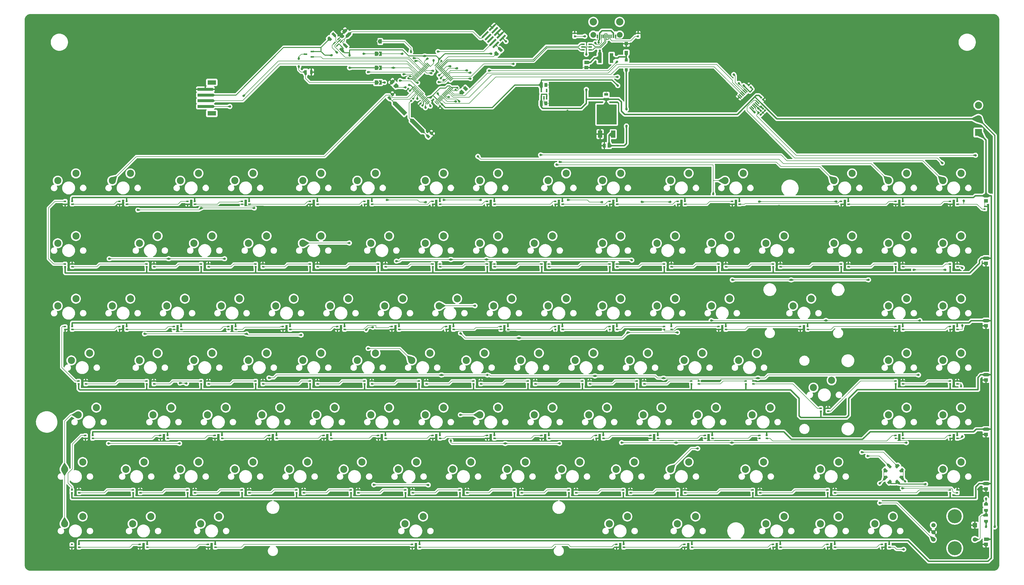
<source format=gbr>
%TF.GenerationSoftware,KiCad,Pcbnew,7.0.8*%
%TF.CreationDate,2024-02-01T14:29:41-06:00*%
%TF.ProjectId,VesselV3,56657373-656c-4563-932e-6b696361645f,3.0*%
%TF.SameCoordinates,Original*%
%TF.FileFunction,Copper,L1,Top*%
%TF.FilePolarity,Positive*%
%FSLAX46Y46*%
G04 Gerber Fmt 4.6, Leading zero omitted, Abs format (unit mm)*
G04 Created by KiCad (PCBNEW 7.0.8) date 2024-02-01 14:29:41*
%MOMM*%
%LPD*%
G01*
G04 APERTURE LIST*
G04 Aperture macros list*
%AMRotRect*
0 Rectangle, with rotation*
0 The origin of the aperture is its center*
0 $1 length*
0 $2 width*
0 $3 Rotation angle, in degrees counterclockwise*
0 Add horizontal line*
21,1,$1,$2,0,0,$3*%
%AMFreePoly0*
4,1,6,1.000000,0.000000,0.500000,-0.750000,-0.500000,-0.750000,-0.500000,0.750000,0.500000,0.750000,1.000000,0.000000,1.000000,0.000000,$1*%
%AMFreePoly1*
4,1,6,0.500000,-0.750000,-0.650000,-0.750000,-0.150000,0.000000,-0.650000,0.750000,0.500000,0.750000,0.500000,-0.750000,0.500000,-0.750000,$1*%
G04 Aperture macros list end*
%TA.AperFunction,SMDPad,CuDef*%
%ADD10RotRect,0.950000X1.450000X45.000000*%
%TD*%
%TA.AperFunction,ComponentPad*%
%ADD11C,2.500000*%
%TD*%
%TA.AperFunction,SMDPad,CuDef*%
%ADD12RotRect,1.150000X1.450000X45.000000*%
%TD*%
%TA.AperFunction,SMDPad,CuDef*%
%ADD13RotRect,0.640000X0.650000X225.000000*%
%TD*%
%TA.AperFunction,SMDPad,CuDef*%
%ADD14R,0.647700X0.609600*%
%TD*%
%TA.AperFunction,SMDPad,CuDef*%
%ADD15R,0.950000X1.450000*%
%TD*%
%TA.AperFunction,SMDPad,CuDef*%
%ADD16FreePoly0,0.000000*%
%TD*%
%TA.AperFunction,SMDPad,CuDef*%
%ADD17FreePoly1,0.000000*%
%TD*%
%TA.AperFunction,SMDPad,CuDef*%
%ADD18RotRect,0.600000X0.620000X315.000000*%
%TD*%
%TA.AperFunction,SMDPad,CuDef*%
%ADD19R,0.600000X1.250000*%
%TD*%
%TA.AperFunction,SMDPad,CuDef*%
%ADD20R,0.300000X1.250000*%
%TD*%
%TA.AperFunction,ComponentPad*%
%ADD21C,2.000000*%
%TD*%
%TA.AperFunction,ComponentPad*%
%ADD22C,2.565000*%
%TD*%
%TA.AperFunction,SMDPad,CuDef*%
%ADD23R,1.020000X1.470000*%
%TD*%
%TA.AperFunction,SMDPad,CuDef*%
%ADD24R,1.080000X0.920000*%
%TD*%
%TA.AperFunction,SMDPad,CuDef*%
%ADD25RotRect,0.650000X2.850000X135.000000*%
%TD*%
%TA.AperFunction,SMDPad,CuDef*%
%ADD26RotRect,0.450000X1.475000X45.000000*%
%TD*%
%TA.AperFunction,ComponentPad*%
%ADD27R,2.475000X2.475000*%
%TD*%
%TA.AperFunction,ComponentPad*%
%ADD28C,2.475000*%
%TD*%
%TA.AperFunction,SMDPad,CuDef*%
%ADD29R,1.450000X1.150000*%
%TD*%
%TA.AperFunction,SMDPad,CuDef*%
%ADD30R,1.220000X1.200000*%
%TD*%
%TA.AperFunction,SMDPad,CuDef*%
%ADD31R,1.050000X0.600000*%
%TD*%
%TA.AperFunction,SMDPad,CuDef*%
%ADD32RotRect,0.950000X1.000000X225.000000*%
%TD*%
%TA.AperFunction,SMDPad,CuDef*%
%ADD33RotRect,0.300000X1.475000X135.000000*%
%TD*%
%TA.AperFunction,SMDPad,CuDef*%
%ADD34RotRect,0.300000X1.475000X45.000000*%
%TD*%
%TA.AperFunction,SMDPad,CuDef*%
%ADD35R,0.620000X0.600000*%
%TD*%
%TA.AperFunction,SMDPad,CuDef*%
%ADD36R,0.600000X0.700000*%
%TD*%
%TA.AperFunction,SMDPad,CuDef*%
%ADD37FreePoly0,180.000000*%
%TD*%
%TA.AperFunction,SMDPad,CuDef*%
%ADD38FreePoly1,180.000000*%
%TD*%
%TA.AperFunction,SMDPad,CuDef*%
%ADD39R,1.450000X0.950000*%
%TD*%
%TA.AperFunction,SMDPad,CuDef*%
%ADD40R,0.600000X1.200000*%
%TD*%
%TA.AperFunction,SMDPad,CuDef*%
%ADD41RotRect,0.950000X1.450000X135.000000*%
%TD*%
%TA.AperFunction,SMDPad,CuDef*%
%ADD42RotRect,0.640000X0.650000X45.000000*%
%TD*%
%TA.AperFunction,SMDPad,CuDef*%
%ADD43RotRect,1.150000X1.450000X135.000000*%
%TD*%
%TA.AperFunction,SMDPad,CuDef*%
%ADD44RotRect,0.400000X1.050000X315.000000*%
%TD*%
%TA.AperFunction,SMDPad,CuDef*%
%ADD45R,1.500000X2.500000*%
%TD*%
%TA.AperFunction,SMDPad,CuDef*%
%ADD46R,7.000000X7.000000*%
%TD*%
%TA.AperFunction,SMDPad,CuDef*%
%ADD47RotRect,0.600000X0.620000X225.000000*%
%TD*%
%TA.AperFunction,SMDPad,CuDef*%
%ADD48R,1.200000X0.600000*%
%TD*%
%TA.AperFunction,SMDPad,CuDef*%
%ADD49RotRect,1.000000X1.450000X225.000000*%
%TD*%
%TA.AperFunction,SMDPad,CuDef*%
%ADD50RotRect,0.600000X0.620000X45.000000*%
%TD*%
%TA.AperFunction,SMDPad,CuDef*%
%ADD51R,1.390000X0.910000*%
%TD*%
%TA.AperFunction,SMDPad,CuDef*%
%ADD52R,1.310000X3.430000*%
%TD*%
%TA.AperFunction,SMDPad,CuDef*%
%ADD53RotRect,1.500000X5.500000X45.000000*%
%TD*%
%TA.AperFunction,SMDPad,CuDef*%
%ADD54RotRect,0.600000X0.620000X135.000000*%
%TD*%
%TA.AperFunction,ComponentPad*%
%ADD55R,1.500000X1.500000*%
%TD*%
%TA.AperFunction,ComponentPad*%
%ADD56C,1.500000*%
%TD*%
%TA.AperFunction,ComponentPad*%
%ADD57C,4.920000*%
%TD*%
%TA.AperFunction,SMDPad,CuDef*%
%ADD58RotRect,0.510000X0.600000X45.000000*%
%TD*%
%TA.AperFunction,SMDPad,CuDef*%
%ADD59R,5.500000X1.000000*%
%TD*%
%TA.AperFunction,SMDPad,CuDef*%
%ADD60R,3.000000X1.600000*%
%TD*%
%TA.AperFunction,ViaPad*%
%ADD61C,0.800000*%
%TD*%
%TA.AperFunction,Conductor*%
%ADD62C,0.400000*%
%TD*%
%TA.AperFunction,Conductor*%
%ADD63C,0.300000*%
%TD*%
%TA.AperFunction,Conductor*%
%ADD64C,0.450000*%
%TD*%
%TA.AperFunction,Conductor*%
%ADD65C,0.500000*%
%TD*%
%TA.AperFunction,Conductor*%
%ADD66C,0.200000*%
%TD*%
%TA.AperFunction,Conductor*%
%ADD67C,0.290000*%
%TD*%
G04 APERTURE END LIST*
D10*
%TO.P,R12,1,1*%
%TO.N,Net-(Rotary_Encoder(20mm)_S4-CHANNEL_B)*%
X343136793Y-185928007D03*
%TO.P,R12,2,2*%
%TO.N,ROTARY-ENC_B*%
X344551007Y-184513793D03*
%TD*%
D11*
%TO.P,MX8,1,1*%
%TO.N,COL8*%
X201295000Y-84613700D03*
%TO.P,MX8,2,2*%
%TO.N,Net-(D8-A)*%
X207645000Y-82073700D03*
%TD*%
%TO.P,MX78,1,1*%
%TO.N,COL16*%
X363220000Y-166528700D03*
%TO.P,MX78,2,2*%
%TO.N,Net-(D78-A)*%
X369570000Y-163988700D03*
%TD*%
D12*
%TO.P,C29,1,1*%
%TO.N,Net-(MCU1-VCAP_1)*%
X195015804Y-53663396D03*
%TO.P,C29,2,2*%
%TO.N,GND*%
X196288596Y-52390604D03*
%TD*%
D13*
%TO.P,C41,1,1*%
%TO.N,GND*%
X299443998Y-61518498D03*
%TO.P,C41,2,2*%
%TO.N,ROTARY-ENC_PUSH*%
X298807602Y-60882102D03*
%TD*%
D14*
%TO.P,LED97,1,DO*%
%TO.N,Net-(LED96-DI)*%
X177673050Y-211868701D03*
%TO.P,LED97,2,GND*%
%TO.N,GND*%
X177673050Y-212868699D03*
%TO.P,LED97,3,DI*%
%TO.N,Net-(LED97-DI)*%
X180149550Y-212868699D03*
%TO.P,LED97,4,VDD*%
%TO.N,On{slash}OffSwitch*%
X180149550Y-211868701D03*
%TD*%
D11*
%TO.P,MX102,1,1*%
%TO.N,COL14*%
X339407500Y-204628700D03*
%TO.P,MX102,2,2*%
%TO.N,Net-(D102-A)*%
X345757500Y-202088700D03*
%TD*%
D10*
%TO.P,R19,1,1*%
%TO.N,+3.3V*%
X148772793Y-34961707D03*
%TO.P,R19,2,2*%
%TO.N,MCUResetGPIO-OUT*%
X150187007Y-33547493D03*
%TD*%
D15*
%TO.P,R16,1,1*%
%TO.N,BOOT0_PIN*%
X140329000Y-46615000D03*
%TO.P,R16,2,2*%
%TO.N,GND*%
X142329000Y-46615000D03*
%TD*%
D10*
%TO.P,R14,1,1*%
%TO.N,+5V*%
X347382693Y-190009207D03*
%TO.P,R14,2,2*%
%TO.N,Net-(Rotary_Encoder(20mm)_S4-CHANNEL_A)*%
X348796907Y-188594993D03*
%TD*%
D16*
%TO.P,JP3,1,A*%
%TO.N,BOOT0_PIN*%
X164999000Y-50295000D03*
D17*
%TO.P,JP3,2,B*%
%TO.N,Net-(JP1-B)*%
X166449000Y-50295000D03*
%TD*%
D11*
%TO.P,MX94,1,1*%
%TO.N,COL0*%
X56038800Y-204628700D03*
%TO.P,MX94,2,2*%
%TO.N,Net-(D94-A)*%
X62388800Y-202088700D03*
%TD*%
%TO.P,MX86,1,1*%
%TO.N,COL7*%
X191770000Y-185578700D03*
%TO.P,MX86,2,2*%
%TO.N,Net-(D86-A)*%
X198120000Y-183038700D03*
%TD*%
%TO.P,MX68,1,1*%
%TO.N,COL4*%
X144145000Y-166528700D03*
%TO.P,MX68,2,2*%
%TO.N,Net-(D68-A)*%
X150495000Y-163988700D03*
%TD*%
%TO.P,MX62,1,1*%
%TO.N,COL15*%
X344170000Y-147478700D03*
%TO.P,MX62,2,2*%
%TO.N,Net-(D62-A)*%
X350520000Y-144938700D03*
%TD*%
D14*
%TO.P,LED83,1,DO*%
%TO.N,Net-(LED83-DO)*%
X139668250Y-193818699D03*
%TO.P,LED83,2,GND*%
%TO.N,GND*%
X139668250Y-192818701D03*
%TO.P,LED83,3,DI*%
%TO.N,Net-(LED82-DO)*%
X137191750Y-192818701D03*
%TO.P,LED83,4,VDD*%
%TO.N,On{slash}OffSwitch*%
X137191750Y-193818699D03*
%TD*%
D18*
%TO.P,C39,1,1*%
%TO.N,+5V*%
X299650931Y-55540531D03*
%TO.P,C39,2,2*%
%TO.N,GND*%
X300301469Y-56191069D03*
%TD*%
D19*
%TO.P,USB-C1,A1,GND_1*%
%TO.N,GND*%
X248780000Y-34158000D03*
%TO.P,USB-C1,A4,VBUS_1*%
%TO.N,Net-(USB-C1-VBUS_1)*%
X247980000Y-34158000D03*
D20*
%TO.P,USB-C1,A5,CC1*%
%TO.N,Net-(USB-C1-CC1)*%
X246830000Y-34158000D03*
%TO.P,USB-C1,A6,DP1*%
%TO.N,D+*%
X245830000Y-34158000D03*
%TO.P,USB-C1,A7,DN1*%
%TO.N,D-*%
X245330000Y-34158000D03*
%TO.P,USB-C1,A8,SBU1*%
%TO.N,unconnected-(USB-C1-SBU1-PadA8)*%
X244330000Y-34158000D03*
D19*
%TO.P,USB-C1,A9,VBUS_2*%
%TO.N,Net-(USB-C1-VBUS_1)*%
X243180000Y-34158000D03*
%TO.P,USB-C1,A12,GND_2*%
%TO.N,GND*%
X242380000Y-34158000D03*
D20*
%TO.P,USB-C1,B5,CC2*%
%TO.N,Net-(USB-C1-CC2)*%
X243830000Y-34158000D03*
%TO.P,USB-C1,B6,DP2*%
%TO.N,D+*%
X244830000Y-34158000D03*
%TO.P,USB-C1,B7,DN2*%
%TO.N,D-*%
X246330000Y-34158000D03*
%TO.P,USB-C1,B8,SBU2*%
%TO.N,unconnected-(USB-C1-SBU2-PadB8)*%
X247330000Y-34158000D03*
D21*
%TO.P,USB-C1,MH3,MH3*%
%TO.N,unconnected-(USB-C1-PadMH3)*%
X250190000Y-33583000D03*
%TO.P,USB-C1,MH4,MH4*%
%TO.N,unconnected-(USB-C1-PadMH4)*%
X240970000Y-33583000D03*
D22*
%TO.P,USB-C1,MH5,MH5*%
%TO.N,unconnected-(USB-C1-PadMH5)*%
X250190000Y-29083000D03*
%TO.P,USB-C1,MH6,MH6*%
%TO.N,unconnected-(USB-C1-PadMH6)*%
X240970000Y-29083000D03*
%TD*%
D14*
%TO.P,LED21,1,DO*%
%TO.N,Net-(LED21-DO)*%
X168243250Y-114761199D03*
%TO.P,LED21,2,GND*%
%TO.N,GND*%
X168243250Y-113761201D03*
%TO.P,LED21,3,DI*%
%TO.N,Net-(LED20-DO)*%
X165766750Y-113761201D03*
%TO.P,LED21,4,VDD*%
%TO.N,On{slash}OffSwitch*%
X165766750Y-114761199D03*
%TD*%
%TO.P,LED37,1,DO*%
%TO.N,Net-(LED36-DI)*%
X151479250Y-135668701D03*
%TO.P,LED37,2,GND*%
%TO.N,GND*%
X151479250Y-136668699D03*
%TO.P,LED37,3,DI*%
%TO.N,Net-(LED37-DI)*%
X153955750Y-136668699D03*
%TO.P,LED37,4,VDD*%
%TO.N,On{slash}OffSwitch*%
X153955750Y-135668701D03*
%TD*%
%TO.P,LED64,1,DO*%
%TO.N,Net-(LED64-DO)*%
X63373050Y-173768701D03*
%TO.P,LED64,2,GND*%
%TO.N,GND*%
X63373050Y-174768699D03*
%TO.P,LED64,3,DI*%
%TO.N,Net-(LED64-DI)*%
X65849550Y-174768699D03*
%TO.P,LED64,4,VDD*%
%TO.N,On{slash}OffSwitch*%
X65849550Y-173768701D03*
%TD*%
D11*
%TO.P,MX51,1,1*%
%TO.N,COL3*%
X120332500Y-147478700D03*
%TO.P,MX51,2,2*%
%TO.N,Net-(D51-A)*%
X126682500Y-144938700D03*
%TD*%
%TO.P,MX67,1,1*%
%TO.N,COL3*%
X125095000Y-166528700D03*
%TO.P,MX67,2,2*%
%TO.N,Net-(D67-A)*%
X131445000Y-163988700D03*
%TD*%
%TO.P,MX88,1,1*%
%TO.N,COL9*%
X229870000Y-185578700D03*
%TO.P,MX88,2,2*%
%TO.N,Net-(D88-A)*%
X236220000Y-183038700D03*
%TD*%
%TO.P,MX38,1,1*%
%TO.N,COL6*%
X167957500Y-128428700D03*
%TO.P,MX38,2,2*%
%TO.N,Net-(D38-A)*%
X174307500Y-125888700D03*
%TD*%
%TO.P,MX39,1,1*%
%TO.N,COL7*%
X187007500Y-128428700D03*
%TO.P,MX39,2,2*%
%TO.N,Net-(D39-A)*%
X193357500Y-125888700D03*
%TD*%
%TO.P,MX99,1,1*%
%TO.N,COL10*%
X270351300Y-204628700D03*
%TO.P,MX99,2,2*%
%TO.N,Net-(D99-A)*%
X276701300Y-202088700D03*
%TD*%
%TO.P,MX63,1,1*%
%TO.N,COL16*%
X363220000Y-147478700D03*
%TO.P,MX63,2,2*%
%TO.N,Net-(D63-A)*%
X369570000Y-144938700D03*
%TD*%
D14*
%TO.P,LED6,1,DO*%
%TO.N,Net-(LED5-DI)*%
X161004250Y-91853701D03*
%TO.P,LED6,2,GND*%
%TO.N,GND*%
X161004250Y-92853699D03*
%TO.P,LED6,3,DI*%
%TO.N,Net-(LED6-DI)*%
X163480750Y-92853699D03*
%TO.P,LED6,4,VDD*%
%TO.N,On{slash}OffSwitch*%
X163480750Y-91853701D03*
%TD*%
D11*
%TO.P,MX34,1,1*%
%TO.N,COL2*%
X91757500Y-128428700D03*
%TO.P,MX34,2,2*%
%TO.N,Net-(D34-A)*%
X98107500Y-125888700D03*
%TD*%
D23*
%TO.P,C33,1,1*%
%TO.N,Net-(IC1-INPUT)*%
X246449000Y-72365000D03*
%TO.P,C33,2,2*%
%TO.N,GND*%
X244829000Y-72365000D03*
%TD*%
D14*
%TO.P,LED53,1,DO*%
%TO.N,Net-(LED53-DO)*%
X163480750Y-155718699D03*
%TO.P,LED53,2,GND*%
%TO.N,GND*%
X163480750Y-154718701D03*
%TO.P,LED53,3,DI*%
%TO.N,Net-(LED52-DO)*%
X161004250Y-154718701D03*
%TO.P,LED53,4,VDD*%
%TO.N,On{slash}OffSwitch*%
X161004250Y-155718699D03*
%TD*%
D11*
%TO.P,MX32,1,1*%
%TO.N,COL0*%
X53657500Y-128428700D03*
%TO.P,MX32,2,2*%
%TO.N,Net-(D32-A)*%
X60007500Y-125888700D03*
%TD*%
D14*
%TO.P,LED70,1,DO*%
%TO.N,Net-(LED69-DI)*%
X184816750Y-173768701D03*
%TO.P,LED70,2,GND*%
%TO.N,GND*%
X184816750Y-174768699D03*
%TO.P,LED70,3,DI*%
%TO.N,Net-(LED70-DI)*%
X187293250Y-174768699D03*
%TO.P,LED70,4,VDD*%
%TO.N,On{slash}OffSwitch*%
X187293250Y-173768701D03*
%TD*%
%TO.P,LED27,1,DO*%
%TO.N,Net-(LED27-DO)*%
X287305750Y-114761199D03*
%TO.P,LED27,2,GND*%
%TO.N,GND*%
X287305750Y-113761201D03*
%TO.P,LED27,3,DI*%
%TO.N,Net-(LED26-DO)*%
X284829250Y-113761201D03*
%TO.P,LED27,4,VDD*%
%TO.N,On{slash}OffSwitch*%
X284829250Y-114761199D03*
%TD*%
%TO.P,LED57,1,DO*%
%TO.N,Net-(LED57-DO)*%
X239680750Y-155718699D03*
%TO.P,LED57,2,GND*%
%TO.N,GND*%
X239680750Y-154718701D03*
%TO.P,LED57,3,DI*%
%TO.N,Net-(LED56-DO)*%
X237204250Y-154718701D03*
%TO.P,LED57,4,VDD*%
%TO.N,On{slash}OffSwitch*%
X237204250Y-155718699D03*
%TD*%
D11*
%TO.P,MX22,1,1*%
%TO.N,COL7*%
X182245000Y-106521200D03*
%TO.P,MX22,2,2*%
%TO.N,Net-(D22-A)*%
X188595000Y-103981200D03*
%TD*%
D14*
%TO.P,LED85,1,DO*%
%TO.N,Net-(LED85-DO)*%
X177768250Y-193818699D03*
%TO.P,LED85,2,GND*%
%TO.N,GND*%
X177768250Y-192818701D03*
%TO.P,LED85,3,DI*%
%TO.N,Net-(LED84-DO)*%
X175291750Y-192818701D03*
%TO.P,LED85,4,VDD*%
%TO.N,On{slash}OffSwitch*%
X175291750Y-193818699D03*
%TD*%
D11*
%TO.P,MX5,1,1*%
%TO.N,COL4*%
X139382500Y-84613700D03*
%TO.P,MX5,2,2*%
%TO.N,Net-(D5-A)*%
X145732500Y-82073700D03*
%TD*%
D24*
%TO.P,Schottky/ReversPolProtec1,1,K*%
%TO.N,Net-(IC1-INPUT)*%
X252529000Y-45715000D03*
%TO.P,Schottky/ReversPolProtec1,2,A*%
%TO.N,Net-(Schottky/ReversPolProtec1-A)*%
X252529000Y-42515000D03*
%TD*%
D25*
%TO.P,J1,1,1*%
%TO.N,+3.3V*%
X209187055Y-34689047D03*
%TO.P,J1,2,2*%
%TO.N,Net-(J1-Pad2)*%
X206818247Y-37057855D03*
%TO.P,J1,3,3*%
%TO.N,GND*%
X208289029Y-33791022D03*
%TO.P,J1,4,4*%
%TO.N,SWDCLK*%
X205920222Y-36159829D03*
%TO.P,J1,5,5*%
%TO.N,GND*%
X207391004Y-32892996D03*
%TO.P,J1,6,6*%
%TO.N,unconnected-(J1-Pad6)*%
X205022196Y-35261804D03*
%TO.P,J1,7,7*%
%TO.N,unconnected-(J1-Pad7)*%
X206492978Y-31994971D03*
%TO.P,J1,8,8*%
%TO.N,unconnected-(J1-Pad8)*%
X204124171Y-34363778D03*
%TO.P,J1,9,9*%
%TO.N,GND*%
X205594953Y-31096945D03*
%TO.P,J1,10,10*%
%TO.N,RST*%
X203226145Y-33465753D03*
%TD*%
D26*
%TO.P,(BidirectionalLogicLevelShifter)IC4,1,VCCA*%
%TO.N,+3.3V*%
X294784879Y-52632162D03*
%TO.P,(BidirectionalLogicLevelShifter)IC4,2,A1*%
%TO.N,RGBPIN*%
X294325259Y-53091781D03*
%TO.P,(BidirectionalLogicLevelShifter)IC4,3,A2*%
%TO.N,ROTARY-ENC_A_3v3*%
X293865640Y-53551401D03*
%TO.P,(BidirectionalLogicLevelShifter)IC4,4,A3*%
%TO.N,ROTARY-ENC_B_3v3*%
X293406020Y-54011020D03*
%TO.P,(BidirectionalLogicLevelShifter)IC4,5,A4*%
%TO.N,ROTARY-ENC_PUSH_3v3*%
X292946401Y-54470640D03*
%TO.P,(BidirectionalLogicLevelShifter)IC4,6,NC_1*%
%TO.N,unconnected-((BidirectionalLogicLevelShifter)IC4-NC_1-Pad6)*%
X292486781Y-54930259D03*
%TO.P,(BidirectionalLogicLevelShifter)IC4,7,GND*%
%TO.N,GND*%
X292027162Y-55389879D03*
%TO.P,(BidirectionalLogicLevelShifter)IC4,8,OE*%
%TO.N,+3.3V*%
X296182121Y-59544838D03*
%TO.P,(BidirectionalLogicLevelShifter)IC4,9,NC_2*%
%TO.N,unconnected-((BidirectionalLogicLevelShifter)IC4-NC_2-Pad9)*%
X296641741Y-59085219D03*
%TO.P,(BidirectionalLogicLevelShifter)IC4,10,B4*%
%TO.N,ROTARY-ENC_PUSH*%
X297101360Y-58625599D03*
%TO.P,(BidirectionalLogicLevelShifter)IC4,11,B3*%
%TO.N,ROTARY-ENC_B*%
X297560980Y-58165980D03*
%TO.P,(BidirectionalLogicLevelShifter)IC4,12,B2*%
%TO.N,ROTARY-ENC_A*%
X298020599Y-57706360D03*
%TO.P,(BidirectionalLogicLevelShifter)IC4,13,B1*%
%TO.N,LogicLevelShifterOutput*%
X298480219Y-57246741D03*
%TO.P,(BidirectionalLogicLevelShifter)IC4,14,VCCB*%
%TO.N,+5V*%
X298939838Y-56787121D03*
%TD*%
D23*
%TO.P,C4,1,1*%
%TO.N,+5V*%
X222769000Y-57575000D03*
%TO.P,C4,2,2*%
%TO.N,GND*%
X224389000Y-57575000D03*
%TD*%
D14*
%TO.P,LED54,1,DO*%
%TO.N,Net-(LED54-DO)*%
X182530750Y-155718699D03*
%TO.P,LED54,2,GND*%
%TO.N,GND*%
X182530750Y-154718701D03*
%TO.P,LED54,3,DI*%
%TO.N,Net-(LED53-DO)*%
X180054250Y-154718701D03*
%TO.P,LED54,4,VDD*%
%TO.N,On{slash}OffSwitch*%
X180054250Y-155718699D03*
%TD*%
D11*
%TO.P,MX1,1,1*%
%TO.N,COL0*%
X53657500Y-84613700D03*
%TO.P,MX1,2,2*%
%TO.N,Net-(D1-A)*%
X60007500Y-82073700D03*
%TD*%
%TO.P,MX49,1,1*%
%TO.N,COL1*%
X82232500Y-147478700D03*
%TO.P,MX49,2,2*%
%TO.N,Net-(D49-A)*%
X88582500Y-144938700D03*
%TD*%
%TO.P,MX98,1,1*%
%TO.N,COL9*%
X246538800Y-204628700D03*
%TO.P,MX98,2,2*%
%TO.N,Net-(D98-A)*%
X252888800Y-202088700D03*
%TD*%
D14*
%TO.P,LED87,1,DO*%
%TO.N,Net-(LED87-DO)*%
X215868250Y-193818699D03*
%TO.P,LED87,2,GND*%
%TO.N,GND*%
X215868250Y-192818701D03*
%TO.P,LED87,3,DI*%
%TO.N,Net-(LED86-DO)*%
X213391750Y-192818701D03*
%TO.P,LED87,4,VDD*%
%TO.N,On{slash}OffSwitch*%
X213391750Y-193818699D03*
%TD*%
%TO.P,LED20,1,DO*%
%TO.N,Net-(LED20-DO)*%
X144430750Y-114761199D03*
%TO.P,LED20,2,GND*%
%TO.N,GND*%
X144430750Y-113761201D03*
%TO.P,LED20,3,DI*%
%TO.N,Net-(LED19-DO)*%
X141954250Y-113761201D03*
%TO.P,LED20,4,VDD*%
%TO.N,On{slash}OffSwitch*%
X141954250Y-114761199D03*
%TD*%
%TO.P,LED71,1,DO*%
%TO.N,Net-(LED70-DI)*%
X203866750Y-173768701D03*
%TO.P,LED71,2,GND*%
%TO.N,GND*%
X203866750Y-174768699D03*
%TO.P,LED71,3,DI*%
%TO.N,Net-(LED71-DI)*%
X206343250Y-174768699D03*
%TO.P,LED71,4,VDD*%
%TO.N,On{slash}OffSwitch*%
X206343250Y-173768701D03*
%TD*%
%TO.P,LED101,1,DO*%
%TO.N,Net-(LED100-DI)*%
X322929250Y-211868701D03*
%TO.P,LED101,2,GND*%
%TO.N,GND*%
X322929250Y-212868699D03*
%TO.P,LED101,3,DI*%
%TO.N,Net-(LED101-DI)*%
X325405750Y-212868699D03*
%TO.P,LED101,4,VDD*%
%TO.N,On{slash}OffSwitch*%
X325405750Y-211868701D03*
%TD*%
D27*
%TO.P,S6,1*%
%TO.N,On{slash}OffSwitch*%
X375651500Y-67742000D03*
D28*
%TO.P,S6,2*%
%TO.N,+5V*%
X375651500Y-62992000D03*
%TO.P,S6,3*%
%TO.N,unconnected-(S6-Pad3)*%
X375651500Y-58242000D03*
%TD*%
D11*
%TO.P,MX15,1,1*%
%TO.N,COL16*%
X363220000Y-84613700D03*
%TO.P,MX15,2,2*%
%TO.N,Net-(D15-A)*%
X369570000Y-82073700D03*
%TD*%
D14*
%TO.P,LED89,1,DO*%
%TO.N,Net-(LED89-DO)*%
X253968250Y-193818699D03*
%TO.P,LED89,2,GND*%
%TO.N,GND*%
X253968250Y-192818701D03*
%TO.P,LED89,3,DI*%
%TO.N,Net-(LED88-DO)*%
X251491750Y-192818701D03*
%TO.P,LED89,4,VDD*%
%TO.N,On{slash}OffSwitch*%
X251491750Y-193818699D03*
%TD*%
%TO.P,LED98,1,DO*%
%TO.N,Net-(LED97-DI)*%
X249110550Y-211868701D03*
%TO.P,LED98,2,GND*%
%TO.N,GND*%
X249110550Y-212868699D03*
%TO.P,LED98,3,DI*%
%TO.N,Net-(LED98-DI)*%
X251587050Y-212868699D03*
%TO.P,LED98,4,VDD*%
%TO.N,On{slash}OffSwitch*%
X251587050Y-211868701D03*
%TD*%
D10*
%TO.P,R18,1,1*%
%TO.N,+3.3V*%
X152963793Y-38898707D03*
%TO.P,R18,2,2*%
%TO.N,RST*%
X154378007Y-37484493D03*
%TD*%
D14*
%TO.P,LED31,1,DO*%
%TO.N,Net-(LED31-DO)*%
X368268250Y-114761199D03*
%TO.P,LED31,2,GND*%
%TO.N,GND*%
X368268250Y-113761201D03*
%TO.P,LED31,3,DI*%
%TO.N,Net-(LED30-DO)*%
X365791750Y-113761201D03*
%TO.P,LED31,4,VDD*%
%TO.N,On{slash}OffSwitch*%
X365791750Y-114761199D03*
%TD*%
%TO.P,LED56,1,DO*%
%TO.N,Net-(LED56-DO)*%
X220630750Y-155718699D03*
%TO.P,LED56,2,GND*%
%TO.N,GND*%
X220630750Y-154718701D03*
%TO.P,LED56,3,DI*%
%TO.N,Net-(LED55-DO)*%
X218154250Y-154718701D03*
%TO.P,LED56,4,VDD*%
%TO.N,On{slash}OffSwitch*%
X218154250Y-155718699D03*
%TD*%
D29*
%TO.P,C13,1,1*%
%TO.N,GND*%
X378333000Y-173377000D03*
%TO.P,C13,2,2*%
%TO.N,On{slash}OffSwitch*%
X378333000Y-171577000D03*
%TD*%
D16*
%TO.P,JP1,1,A*%
%TO.N,+3.3V*%
X164996200Y-45125000D03*
D17*
%TO.P,JP1,2,B*%
%TO.N,Net-(JP1-B)*%
X166446200Y-45125000D03*
%TD*%
D11*
%TO.P,MX91,1,1*%
%TO.N,COL12*%
X294163800Y-185578700D03*
%TO.P,MX91,2,2*%
%TO.N,Net-(D91-A)*%
X300513800Y-183038700D03*
%TD*%
%TO.P,MX80,1,1*%
%TO.N,COL1*%
X77470000Y-185578700D03*
%TO.P,MX80,2,2*%
%TO.N,Net-(D80-A)*%
X83820000Y-183038700D03*
%TD*%
%TO.P,MX45,1,1*%
%TO.N,COL13*%
X310832500Y-128428700D03*
%TO.P,MX45,2,2*%
%TO.N,Net-(D45-A)*%
X317182500Y-125888700D03*
%TD*%
D14*
%TO.P,LED99,1,DO*%
%TO.N,Net-(LED98-DI)*%
X272923050Y-211868701D03*
%TO.P,LED99,2,GND*%
%TO.N,GND*%
X272923050Y-212868699D03*
%TO.P,LED99,3,DI*%
%TO.N,Net-(LED100-DO)*%
X275399550Y-212868699D03*
%TO.P,LED99,4,VDD*%
%TO.N,On{slash}OffSwitch*%
X275399550Y-211868701D03*
%TD*%
D29*
%TO.P,C9,1,1*%
%TO.N,GND*%
X378333000Y-91694000D03*
%TO.P,C9,2,2*%
%TO.N,On{slash}OffSwitch*%
X378333000Y-89894000D03*
%TD*%
%TO.P,C11,1,1*%
%TO.N,GND*%
X378333000Y-135382000D03*
%TO.P,C11,2,2*%
%TO.N,On{slash}OffSwitch*%
X378333000Y-133582000D03*
%TD*%
D14*
%TO.P,LED61,1,DO*%
%TO.N,Net-(LED61-DO)*%
X323024550Y-165243699D03*
%TO.P,LED61,2,GND*%
%TO.N,GND*%
X323024550Y-164243701D03*
%TO.P,LED61,3,DI*%
%TO.N,Net-(LED60-DO)*%
X320548050Y-164243701D03*
%TO.P,LED61,4,VDD*%
%TO.N,On{slash}OffSwitch*%
X320548050Y-165243699D03*
%TD*%
D18*
%TO.P,C28,1,1*%
%TO.N,+3.3V*%
X187131431Y-42090431D03*
%TO.P,C28,2,2*%
%TO.N,GND*%
X187781969Y-42740969D03*
%TD*%
D14*
%TO.P,LED13,1,DO*%
%TO.N,Net-(LED12-DI)*%
X327691750Y-91853701D03*
%TO.P,LED13,2,GND*%
%TO.N,GND*%
X327691750Y-92853699D03*
%TO.P,LED13,3,DI*%
%TO.N,Net-(LED13-DI)*%
X330168250Y-92853699D03*
%TO.P,LED13,4,VDD*%
%TO.N,On{slash}OffSwitch*%
X330168250Y-91853701D03*
%TD*%
%TO.P,LED81,1,DO*%
%TO.N,Net-(LED81-DO)*%
X101568250Y-193818699D03*
%TO.P,LED81,2,GND*%
%TO.N,GND*%
X101568250Y-192818701D03*
%TO.P,LED81,3,DI*%
%TO.N,Net-(LED80-DO)*%
X99091750Y-192818701D03*
%TO.P,LED81,4,VDD*%
%TO.N,On{slash}OffSwitch*%
X99091750Y-193818699D03*
%TD*%
D11*
%TO.P,MX9,1,1*%
%TO.N,COL9*%
X225107500Y-84613700D03*
%TO.P,MX9,2,2*%
%TO.N,Net-(D9-A)*%
X231457500Y-82073700D03*
%TD*%
D14*
%TO.P,LED18,1,DO*%
%TO.N,Net-(LED18-DO)*%
X106330750Y-114761199D03*
%TO.P,LED18,2,GND*%
%TO.N,GND*%
X106330750Y-113761201D03*
%TO.P,LED18,3,DI*%
%TO.N,Net-(LED17-DO)*%
X103854250Y-113761201D03*
%TO.P,LED18,4,VDD*%
%TO.N,On{slash}OffSwitch*%
X103854250Y-114761199D03*
%TD*%
D11*
%TO.P,MX100,1,1*%
%TO.N,COL12*%
X301307500Y-204628700D03*
%TO.P,MX100,2,2*%
%TO.N,Net-(D100-A)*%
X307657500Y-202088700D03*
%TD*%
D23*
%TO.P,C5,1,1*%
%TO.N,+3.3V*%
X222779000Y-51145000D03*
%TO.P,C5,2,2*%
%TO.N,GND*%
X224399000Y-51145000D03*
%TD*%
D14*
%TO.P,LED80,1,DO*%
%TO.N,Net-(LED80-DO)*%
X82518250Y-193818699D03*
%TO.P,LED80,2,GND*%
%TO.N,GND*%
X82518250Y-192818701D03*
%TO.P,LED80,3,DI*%
%TO.N,Net-(LED79-DO)*%
X80041750Y-192818701D03*
%TO.P,LED80,4,VDD*%
%TO.N,On{slash}OffSwitch*%
X80041750Y-193818699D03*
%TD*%
%TO.P,LED15,1,DO*%
%TO.N,Net-(LED14-DI)*%
X365791750Y-91853701D03*
%TO.P,LED15,2,GND*%
%TO.N,GND*%
X365791750Y-92853699D03*
%TO.P,LED15,3,DI*%
%TO.N,LogicLevelShifterOutput*%
X368268250Y-92853699D03*
%TO.P,LED15,4,VDD*%
%TO.N,On{slash}OffSwitch*%
X368268250Y-91853701D03*
%TD*%
%TO.P,LED52,1,DO*%
%TO.N,Net-(LED52-DO)*%
X144430750Y-155718699D03*
%TO.P,LED52,2,GND*%
%TO.N,GND*%
X144430750Y-154718701D03*
%TO.P,LED52,3,DI*%
%TO.N,Net-(LED51-DO)*%
X141954250Y-154718701D03*
%TO.P,LED52,4,VDD*%
%TO.N,On{slash}OffSwitch*%
X141954250Y-155718699D03*
%TD*%
D11*
%TO.P,MX82,1,1*%
%TO.N,COL3*%
X115570000Y-185578700D03*
%TO.P,MX82,2,2*%
%TO.N,Net-(D82-A)*%
X121920000Y-183038700D03*
%TD*%
D14*
%TO.P,LED84,1,DO*%
%TO.N,Net-(LED84-DO)*%
X158718250Y-193818699D03*
%TO.P,LED84,2,GND*%
%TO.N,GND*%
X158718250Y-192818701D03*
%TO.P,LED84,3,DI*%
%TO.N,Net-(LED83-DO)*%
X156241750Y-192818701D03*
%TO.P,LED84,4,VDD*%
%TO.N,On{slash}OffSwitch*%
X156241750Y-193818699D03*
%TD*%
D30*
%TO.P,TVSDiode/ESDSuppr1,1,1*%
%TO.N,Net-(Schottky/ReversPolProtec1-A)*%
X252529000Y-39803000D03*
%TO.P,TVSDiode/ESDSuppr1,2,2*%
%TO.N,GND*%
X252529000Y-36703000D03*
%TD*%
D14*
%TO.P,LED55,1,DO*%
%TO.N,Net-(LED55-DO)*%
X201580750Y-155718699D03*
%TO.P,LED55,2,GND*%
%TO.N,GND*%
X201580750Y-154718701D03*
%TO.P,LED55,3,DI*%
%TO.N,Net-(LED54-DO)*%
X199104250Y-154718701D03*
%TO.P,LED55,4,VDD*%
%TO.N,On{slash}OffSwitch*%
X199104250Y-155718699D03*
%TD*%
%TO.P,LED41,1,DO*%
%TO.N,Net-(LED40-DI)*%
X227679250Y-135668701D03*
%TO.P,LED41,2,GND*%
%TO.N,GND*%
X227679250Y-136668699D03*
%TO.P,LED41,3,DI*%
%TO.N,Net-(LED41-DI)*%
X230155750Y-136668699D03*
%TO.P,LED41,4,VDD*%
%TO.N,On{slash}OffSwitch*%
X230155750Y-135668701D03*
%TD*%
D31*
%TO.P,Q1,1,B*%
%TO.N,GPIO_BOOT0_SIG*%
X142579000Y-41315000D03*
%TO.P,Q1,2,E*%
%TO.N,+3.3V*%
X142579000Y-39415000D03*
%TO.P,Q1,3,C*%
%TO.N,BOOT0_PIN*%
X140379000Y-40365000D03*
%TD*%
D32*
%TO.P,C1,1,1*%
%TO.N,GND*%
X170718485Y-54538415D03*
%TO.P,C1,2,2*%
%TO.N,OSC_IN*%
X169587115Y-55669785D03*
%TD*%
D29*
%TO.P,C18,1,1*%
%TO.N,Net-(USB-C1-VBUS_1)*%
X238506000Y-43248200D03*
%TO.P,C18,2,2*%
%TO.N,GND*%
X238506000Y-45048200D03*
%TD*%
D11*
%TO.P,MX85,1,1*%
%TO.N,COL6*%
X172720000Y-185578700D03*
%TO.P,MX85,2,2*%
%TO.N,Net-(D85-A)*%
X179070000Y-183038700D03*
%TD*%
D16*
%TO.P,JP4,1,A*%
%TO.N,Net-((AND_Gate)IC6-Y)*%
X164996200Y-40225000D03*
D17*
%TO.P,JP4,2,B*%
%TO.N,NRST*%
X166446200Y-40225000D03*
%TD*%
D33*
%TO.P,MCU1,1,VBAT*%
%TO.N,+3.3V*%
X177948971Y-52078728D03*
%TO.P,MCU1,2,PC13*%
%TO.N,unconnected-(MCU1-PC13-Pad2)*%
X178302524Y-52432282D03*
%TO.P,MCU1,3,PC14-OSC32_IN*%
%TO.N,COL1*%
X178656078Y-52785835D03*
%TO.P,MCU1,4,PC15-OSC32_OUT*%
%TO.N,unconnected-(MCU1-PC15-OSC32_OUT-Pad4)*%
X179009631Y-53139388D03*
%TO.P,MCU1,5,PH0-OSC_IN*%
%TO.N,OSC_IN*%
X179363184Y-53492942D03*
%TO.P,MCU1,6,PH1-OSC_OUT*%
%TO.N,OSC_OUT*%
X179716738Y-53846495D03*
%TO.P,MCU1,7,NRST*%
%TO.N,NRST*%
X180070291Y-54200049D03*
%TO.P,MCU1,8,PC0*%
%TO.N,unconnected-(MCU1-PC0-Pad8)*%
X180423845Y-54553602D03*
%TO.P,MCU1,9,PC1*%
%TO.N,COL4*%
X180777398Y-54907155D03*
%TO.P,MCU1,10,PC2*%
%TO.N,unconnected-(MCU1-PC2-Pad10)*%
X181130951Y-55260709D03*
%TO.P,MCU1,11,PC3*%
%TO.N,unconnected-(MCU1-PC3-Pad11)*%
X181484505Y-55614262D03*
%TO.P,MCU1,12,VSSA/VREF-*%
%TO.N,GND*%
X181838058Y-55967816D03*
%TO.P,MCU1,13,VDDA/VREF+*%
%TO.N,+3.3V*%
X182191612Y-56321369D03*
%TO.P,MCU1,14,PA0*%
%TO.N,unconnected-(MCU1-PA0-Pad14)*%
X182545165Y-56674922D03*
%TO.P,MCU1,15,PA1*%
%TO.N,COL6*%
X182898718Y-57028476D03*
%TO.P,MCU1,16,PA2*%
%TO.N,COL7*%
X183252272Y-57382029D03*
D34*
%TO.P,MCU1,17,PA3*%
%TO.N,unconnected-(MCU1-PA3-Pad17)*%
X186063728Y-57382029D03*
%TO.P,MCU1,18,VSS_1*%
%TO.N,GND*%
X186417282Y-57028476D03*
%TO.P,MCU1,19,VDD_1*%
%TO.N,+3.3V*%
X186770835Y-56674922D03*
%TO.P,MCU1,20,PA4*%
%TO.N,unconnected-(MCU1-PA4-Pad20)*%
X187124388Y-56321369D03*
%TO.P,MCU1,21,PA5*%
%TO.N,RGBPIN*%
X187477942Y-55967816D03*
%TO.P,MCU1,22,PA6*%
%TO.N,ROW0*%
X187831495Y-55614262D03*
%TO.P,MCU1,23,PA7*%
%TO.N,ROW5*%
X188185049Y-55260709D03*
%TO.P,MCU1,24,PC4*%
%TO.N,ROW4*%
X188538602Y-54907155D03*
%TO.P,MCU1,25,PC5*%
%TO.N,ROW6*%
X188892155Y-54553602D03*
%TO.P,MCU1,26,PB0*%
%TO.N,unconnected-(MCU1-PB0-Pad26)*%
X189245709Y-54200049D03*
%TO.P,MCU1,27,PB1*%
%TO.N,unconnected-(MCU1-PB1-Pad27)*%
X189599262Y-53846495D03*
%TO.P,MCU1,28,PB2*%
%TO.N,ROTARY-ENC_PUSH_3v3*%
X189952816Y-53492942D03*
%TO.P,MCU1,29,PB10*%
%TO.N,ROTARY-ENC_B_3v3*%
X190306369Y-53139388D03*
%TO.P,MCU1,30,VCAP_1*%
%TO.N,Net-(MCU1-VCAP_1)*%
X190659922Y-52785835D03*
%TO.P,MCU1,31,VSS_2*%
%TO.N,GND*%
X191013476Y-52432282D03*
%TO.P,MCU1,32,VDD_2*%
%TO.N,+3.3V*%
X191367029Y-52078728D03*
D33*
%TO.P,MCU1,33,PB12*%
%TO.N,COL12*%
X191367029Y-49267272D03*
%TO.P,MCU1,34,PB13*%
%TO.N,COL13*%
X191013476Y-48913718D03*
%TO.P,MCU1,35,PB14*%
%TO.N,ROW1*%
X190659922Y-48560165D03*
%TO.P,MCU1,36,PB15*%
%TO.N,ROW3*%
X190306369Y-48206612D03*
%TO.P,MCU1,37,PC6*%
%TO.N,COL10*%
X189952816Y-47853058D03*
%TO.P,MCU1,38,PC7*%
%TO.N,COL11*%
X189599262Y-47499505D03*
%TO.P,MCU1,39,PC8*%
%TO.N,ROW2*%
X189245709Y-47145951D03*
%TO.P,MCU1,40,PC9*%
%TO.N,COL14*%
X188892155Y-46792398D03*
%TO.P,MCU1,41,PA8*%
%TO.N,COL15*%
X188538602Y-46438845D03*
%TO.P,MCU1,42,PA9*%
%TO.N,COL16*%
X188185049Y-46085291D03*
%TO.P,MCU1,43,PA10*%
%TO.N,unconnected-(MCU1-PA10-Pad43)*%
X187831495Y-45731738D03*
%TO.P,MCU1,44,PA11*%
%TO.N,DN*%
X187477942Y-45378184D03*
%TO.P,MCU1,45,PA12*%
%TO.N,DP*%
X187124388Y-45024631D03*
%TO.P,MCU1,46,PA13*%
%TO.N,SWDIO*%
X186770835Y-44671078D03*
%TO.P,MCU1,47,VSS_3*%
%TO.N,GND*%
X186417282Y-44317524D03*
%TO.P,MCU1,48,VDD_3*%
%TO.N,+3.3V*%
X186063728Y-43963971D03*
D34*
%TO.P,MCU1,49,PA14*%
%TO.N,SWDCLK*%
X183252272Y-43963971D03*
%TO.P,MCU1,50,PA15*%
%TO.N,ROTARY-ENC_A_3v3*%
X182898718Y-44317524D03*
%TO.P,MCU1,51,PC10*%
%TO.N,COL0*%
X182545165Y-44671078D03*
%TO.P,MCU1,52,PC11*%
%TO.N,COL2*%
X182191612Y-45024631D03*
%TO.P,MCU1,53,PC12*%
%TO.N,COL9*%
X181838058Y-45378184D03*
%TO.P,MCU1,54,PD2*%
%TO.N,COL8*%
X181484505Y-45731738D03*
%TO.P,MCU1,55,PB3*%
%TO.N,MCUResetGPIO-OUT*%
X181130951Y-46085291D03*
%TO.P,MCU1,56,PB4*%
%TO.N,GPIO_BOOT0_SIG*%
X180777398Y-46438845D03*
%TO.P,MCU1,57,PB5*%
%TO.N,unconnected-(MCU1-PB5-Pad57)*%
X180423845Y-46792398D03*
%TO.P,MCU1,58,PB6*%
%TO.N,SCL*%
X180070291Y-47145951D03*
%TO.P,MCU1,59,PB7*%
%TO.N,SDA*%
X179716738Y-47499505D03*
%TO.P,MCU1,60,BOOT0*%
%TO.N,Net-(JP1-B)*%
X179363184Y-47853058D03*
%TO.P,MCU1,61,PB8*%
%TO.N,COL3*%
X179009631Y-48206612D03*
%TO.P,MCU1,62,PB9*%
%TO.N,COL5*%
X178656078Y-48560165D03*
%TO.P,MCU1,63,VSS_4*%
%TO.N,GND*%
X178302524Y-48913718D03*
%TO.P,MCU1,64,VDD_4*%
%TO.N,+3.3V*%
X177948971Y-49267272D03*
%TD*%
D11*
%TO.P,MX89,1,1*%
%TO.N,COL10*%
X248920000Y-185578700D03*
%TO.P,MX89,2,2*%
%TO.N,Net-(D89-A)*%
X255270000Y-183038700D03*
%TD*%
D35*
%TO.P,C42,1,1*%
%TO.N,LogicLevelShifterOutput*%
X377909000Y-94575000D03*
%TO.P,C42,2,2*%
%TO.N,GND*%
X377909000Y-93655000D03*
%TD*%
D11*
%TO.P,MX92,1,1*%
%TO.N,COL13*%
X320357500Y-185578700D03*
%TO.P,MX92,2,2*%
%TO.N,Net-(D92-A)*%
X326707500Y-183038700D03*
%TD*%
D14*
%TO.P,LED2,1,DO*%
%TO.N,Net-(LED1-DI)*%
X75279250Y-91853701D03*
%TO.P,LED2,2,GND*%
%TO.N,GND*%
X75279250Y-92853699D03*
%TO.P,LED2,3,DI*%
%TO.N,Net-(LED2-DI)*%
X77755750Y-92853699D03*
%TO.P,LED2,4,VDD*%
%TO.N,On{slash}OffSwitch*%
X77755750Y-91853701D03*
%TD*%
D11*
%TO.P,MX53,1,1*%
%TO.N,COL5*%
X158432500Y-147478700D03*
%TO.P,MX53,2,2*%
%TO.N,Net-(D53-A)*%
X164782500Y-144938700D03*
%TD*%
D36*
%TO.P,R15,1,1*%
%TO.N,Net-(USB-C1-CC1)*%
X256667000Y-34163000D03*
%TO.P,R15,2,2*%
%TO.N,GND*%
X256667000Y-33063000D03*
%TD*%
D14*
%TO.P,LED78,1,DO*%
%TO.N,Net-(LED77-DI)*%
X365791750Y-173768701D03*
%TO.P,LED78,2,GND*%
%TO.N,GND*%
X365791750Y-174768699D03*
%TO.P,LED78,3,DI*%
%TO.N,Net-(LED63-DO)*%
X368268250Y-174768699D03*
%TO.P,LED78,4,VDD*%
%TO.N,On{slash}OffSwitch*%
X368268250Y-173768701D03*
%TD*%
D29*
%TO.P,C10,1,1*%
%TO.N,GND*%
X378333000Y-113560000D03*
%TO.P,C10,2,2*%
%TO.N,On{slash}OffSwitch*%
X378333000Y-111760000D03*
%TD*%
D14*
%TO.P,LED92,1,DO*%
%TO.N,Net-(LED92-DO)*%
X325405750Y-193818699D03*
%TO.P,LED92,2,GND*%
%TO.N,GND*%
X325405750Y-192818701D03*
%TO.P,LED92,3,DI*%
%TO.N,Net-(LED91-DO)*%
X322929250Y-192818701D03*
%TO.P,LED92,4,VDD*%
%TO.N,On{slash}OffSwitch*%
X322929250Y-193818699D03*
%TD*%
D32*
%TO.P,C2,1,1*%
%TO.N,GND*%
X184376785Y-68058115D03*
%TO.P,C2,2,2*%
%TO.N,Net-(Y1-X2)*%
X183245415Y-69189485D03*
%TD*%
D14*
%TO.P,LED33,1,DO*%
%TO.N,Net-(LED32-DI)*%
X75279250Y-135668701D03*
%TO.P,LED33,2,GND*%
%TO.N,GND*%
X75279250Y-136668699D03*
%TO.P,LED33,3,DI*%
%TO.N,Net-(LED33-DI)*%
X77755750Y-136668699D03*
%TO.P,LED33,4,VDD*%
%TO.N,On{slash}OffSwitch*%
X77755750Y-135668701D03*
%TD*%
%TO.P,LED69,1,DO*%
%TO.N,Net-(LED68-DI)*%
X165766750Y-173768701D03*
%TO.P,LED69,2,GND*%
%TO.N,GND*%
X165766750Y-174768699D03*
%TO.P,LED69,3,DI*%
%TO.N,Net-(LED69-DI)*%
X168243250Y-174768699D03*
%TO.P,LED69,4,VDD*%
%TO.N,On{slash}OffSwitch*%
X168243250Y-173768701D03*
%TD*%
D11*
%TO.P,MX16,1,1*%
%TO.N,COL0*%
X53657500Y-106521200D03*
%TO.P,MX16,2,2*%
%TO.N,Net-(D16-A)*%
X60007500Y-103981200D03*
%TD*%
%TO.P,MX60,1,1*%
%TO.N,COL12*%
X291782500Y-147478700D03*
%TO.P,MX60,2,2*%
%TO.N,Net-(D60-A)*%
X298132500Y-144938700D03*
%TD*%
D14*
%TO.P,LED65,1,DO*%
%TO.N,Net-(LED64-DI)*%
X89566750Y-173768701D03*
%TO.P,LED65,2,GND*%
%TO.N,GND*%
X89566750Y-174768699D03*
%TO.P,LED65,3,DI*%
%TO.N,Net-(LED65-DI)*%
X92043250Y-174768699D03*
%TO.P,LED65,4,VDD*%
%TO.N,On{slash}OffSwitch*%
X92043250Y-173768701D03*
%TD*%
D37*
%TO.P,JP2,1,A*%
%TO.N,NRST*%
X166448400Y-35941000D03*
D38*
%TO.P,JP2,2,B*%
%TO.N,GND*%
X164998400Y-35941000D03*
%TD*%
D14*
%TO.P,LED48,1,DO*%
%TO.N,Net-(LED48-DO)*%
X63468250Y-155718699D03*
%TO.P,LED48,2,GND*%
%TO.N,GND*%
X63468250Y-154718701D03*
%TO.P,LED48,3,DI*%
%TO.N,Net-(LED32-DO)*%
X60991750Y-154718701D03*
%TO.P,LED48,4,VDD*%
%TO.N,On{slash}OffSwitch*%
X60991750Y-155718699D03*
%TD*%
D11*
%TO.P,MX30,1,1*%
%TO.N,COL15*%
X344170000Y-106521200D03*
%TO.P,MX30,2,2*%
%TO.N,Net-(D30-A)*%
X350520000Y-103981200D03*
%TD*%
%TO.P,MX24,1,1*%
%TO.N,COL9*%
X220345000Y-106521200D03*
%TO.P,MX24,2,2*%
%TO.N,Net-(D24-A)*%
X226695000Y-103981200D03*
%TD*%
D14*
%TO.P,LED3,1,DO*%
%TO.N,Net-(LED2-DI)*%
X99091750Y-91853701D03*
%TO.P,LED3,2,GND*%
%TO.N,GND*%
X99091750Y-92853699D03*
%TO.P,LED3,3,DI*%
%TO.N,Net-(LED3-DI)*%
X101568250Y-92853699D03*
%TO.P,LED3,4,VDD*%
%TO.N,On{slash}OffSwitch*%
X101568250Y-91853701D03*
%TD*%
D11*
%TO.P,MX6,1,1*%
%TO.N,COL5*%
X158432500Y-84613700D03*
%TO.P,MX6,2,2*%
%TO.N,Net-(D6-A)*%
X164782500Y-82073700D03*
%TD*%
%TO.P,MX17,1,1*%
%TO.N,COL2*%
X82232500Y-106521200D03*
%TO.P,MX17,2,2*%
%TO.N,Net-(D17-A)*%
X88582500Y-103981200D03*
%TD*%
D14*
%TO.P,LED93,1,DO*%
%TO.N,Net-(LED102-DI)*%
X368268250Y-193818699D03*
%TO.P,LED93,2,GND*%
%TO.N,GND*%
X368268250Y-192818701D03*
%TO.P,LED93,3,DI*%
%TO.N,Net-(LED92-DO)*%
X365791750Y-192818701D03*
%TO.P,LED93,4,VDD*%
%TO.N,On{slash}OffSwitch*%
X365791750Y-193818699D03*
%TD*%
D11*
%TO.P,MX4,1,1*%
%TO.N,COL3*%
X115570000Y-84613700D03*
%TO.P,MX4,2,2*%
%TO.N,Net-(D4-A)*%
X121920000Y-82073700D03*
%TD*%
%TO.P,MX70,1,1*%
%TO.N,COL6*%
X182245000Y-166528700D03*
%TO.P,MX70,2,2*%
%TO.N,Net-(D70-A)*%
X188595000Y-163988700D03*
%TD*%
%TO.P,MX43,1,1*%
%TO.N,COL11*%
X263207500Y-128428700D03*
%TO.P,MX43,2,2*%
%TO.N,Net-(D43-A)*%
X269557500Y-125888700D03*
%TD*%
D14*
%TO.P,LED86,1,DO*%
%TO.N,Net-(LED86-DO)*%
X196818250Y-193818699D03*
%TO.P,LED86,2,GND*%
%TO.N,GND*%
X196818250Y-192818701D03*
%TO.P,LED86,3,DI*%
%TO.N,Net-(LED85-DO)*%
X194341750Y-192818701D03*
%TO.P,LED86,4,VDD*%
%TO.N,On{slash}OffSwitch*%
X194341750Y-193818699D03*
%TD*%
%TO.P,LED68,1,DO*%
%TO.N,Net-(LED67-DI)*%
X146716750Y-173768701D03*
%TO.P,LED68,2,GND*%
%TO.N,GND*%
X146716750Y-174768699D03*
%TO.P,LED68,3,DI*%
%TO.N,Net-(LED68-DI)*%
X149193250Y-174768699D03*
%TO.P,LED68,4,VDD*%
%TO.N,On{slash}OffSwitch*%
X149193250Y-173768701D03*
%TD*%
D11*
%TO.P,MX19,1,1*%
%TO.N,COL4*%
X120332500Y-106521200D03*
%TO.P,MX19,2,2*%
%TO.N,Net-(D19-A)*%
X126682500Y-103981200D03*
%TD*%
%TO.P,MX59,1,1*%
%TO.N,COL11*%
X272732500Y-147478700D03*
%TO.P,MX59,2,2*%
%TO.N,Net-(D59-A)*%
X279082500Y-144938700D03*
%TD*%
D39*
%TO.P,R21,1,1*%
%TO.N,Net-(Rotary_Encoder(20mm)_S4-NO)*%
X378333000Y-199882000D03*
%TO.P,R21,2,2*%
%TO.N,ROTARY-ENC_PUSH*%
X378333000Y-197882000D03*
%TD*%
D11*
%TO.P,MX41,1,1*%
%TO.N,COL9*%
X225107500Y-128428700D03*
%TO.P,MX41,2,2*%
%TO.N,Net-(D41-A)*%
X231457500Y-125888700D03*
%TD*%
%TO.P,MX40,1,1*%
%TO.N,COL8*%
X206057500Y-128428700D03*
%TO.P,MX40,2,2*%
%TO.N,Net-(D40-A)*%
X212407500Y-125888700D03*
%TD*%
D14*
%TO.P,LED73,1,DO*%
%TO.N,Net-(LED72-DI)*%
X241966750Y-173768701D03*
%TO.P,LED73,2,GND*%
%TO.N,GND*%
X241966750Y-174768699D03*
%TO.P,LED73,3,DI*%
%TO.N,Net-(LED73-DI)*%
X244443250Y-174768699D03*
%TO.P,LED73,4,VDD*%
%TO.N,On{slash}OffSwitch*%
X244443250Y-173768701D03*
%TD*%
%TO.P,LED51,1,DO*%
%TO.N,Net-(LED51-DO)*%
X125380750Y-155718699D03*
%TO.P,LED51,2,GND*%
%TO.N,GND*%
X125380750Y-154718701D03*
%TO.P,LED51,3,DI*%
%TO.N,Net-(LED50-DO)*%
X122904250Y-154718701D03*
%TO.P,LED51,4,VDD*%
%TO.N,On{slash}OffSwitch*%
X122904250Y-155718699D03*
%TD*%
D11*
%TO.P,MX21,1,1*%
%TO.N,COL6*%
X163195000Y-106521200D03*
%TO.P,MX21,2,2*%
%TO.N,Net-(D21-A)*%
X169545000Y-103981200D03*
%TD*%
%TO.P,MX61,1,1*%
%TO.N,COL13*%
X317976300Y-157003700D03*
%TO.P,MX61,2,2*%
%TO.N,Net-(D61-A)*%
X324326300Y-154463700D03*
%TD*%
D40*
%TO.P,(LDORegulator)IC1,1,VIN*%
%TO.N,+5V*%
X222779000Y-55625000D03*
%TO.P,(LDORegulator)IC1,2,GND*%
%TO.N,GND*%
X223729000Y-55625000D03*
%TO.P,(LDORegulator)IC1,3,EN*%
%TO.N,+5V*%
X224679000Y-55625000D03*
%TO.P,(LDORegulator)IC1,4,ADJ/NC*%
%TO.N,unconnected-((LDORegulator)IC1-ADJ{slash}NC-Pad4)*%
X224679000Y-53125000D03*
%TO.P,(LDORegulator)IC1,5,VOUT*%
%TO.N,+3.3V*%
X222779000Y-53125000D03*
%TD*%
D14*
%TO.P,LED102,1,DO*%
%TO.N,Net-(LED101-DI)*%
X341979250Y-211868701D03*
%TO.P,LED102,2,GND*%
%TO.N,GND*%
X341979250Y-212868699D03*
%TO.P,LED102,3,DI*%
%TO.N,Net-(LED102-DI)*%
X344455750Y-212868699D03*
%TO.P,LED102,4,VDD*%
%TO.N,On{slash}OffSwitch*%
X344455750Y-211868701D03*
%TD*%
D41*
%TO.P,R13,1,1*%
%TO.N,Net-(Rotary_Encoder(20mm)_S4-CHANNEL_A)*%
X348742007Y-185928007D03*
%TO.P,R13,2,2*%
%TO.N,ROTARY-ENC_A*%
X347327793Y-184513793D03*
%TD*%
D42*
%TO.P,C37,1,1*%
%TO.N,ROTARY-ENC_A*%
X300331602Y-59427102D03*
%TO.P,C37,2,2*%
%TO.N,GND*%
X300967998Y-60063498D03*
%TD*%
D14*
%TO.P,LED60,1,DO*%
%TO.N,Net-(LED60-DO)*%
X296830750Y-155718699D03*
%TO.P,LED60,2,GND*%
%TO.N,GND*%
X296830750Y-154718701D03*
%TO.P,LED60,3,DI*%
%TO.N,Net-(LED59-DO)*%
X294354250Y-154718701D03*
%TO.P,LED60,4,VDD*%
%TO.N,On{slash}OffSwitch*%
X294354250Y-155718699D03*
%TD*%
%TO.P,LED26,1,DO*%
%TO.N,Net-(LED26-DO)*%
X268255750Y-114761199D03*
%TO.P,LED26,2,GND*%
%TO.N,GND*%
X268255750Y-113761201D03*
%TO.P,LED26,3,DI*%
%TO.N,Net-(LED25-DO)*%
X265779250Y-113761201D03*
%TO.P,LED26,4,VDD*%
%TO.N,On{slash}OffSwitch*%
X265779250Y-114761199D03*
%TD*%
%TO.P,LED100,1,DO*%
%TO.N,Net-(LED100-DO)*%
X303879250Y-211868701D03*
%TO.P,LED100,2,GND*%
%TO.N,GND*%
X303879250Y-212868699D03*
%TO.P,LED100,3,DI*%
%TO.N,Net-(LED100-DI)*%
X306355750Y-212868699D03*
%TO.P,LED100,4,VDD*%
%TO.N,On{slash}OffSwitch*%
X306355750Y-211868701D03*
%TD*%
%TO.P,LED77,1,DO*%
%TO.N,Net-(LED76-DI)*%
X346741750Y-173768701D03*
%TO.P,LED77,2,GND*%
%TO.N,GND*%
X346741750Y-174768699D03*
%TO.P,LED77,3,DI*%
%TO.N,Net-(LED77-DI)*%
X349218250Y-174768699D03*
%TO.P,LED77,4,VDD*%
%TO.N,On{slash}OffSwitch*%
X349218250Y-173768701D03*
%TD*%
D11*
%TO.P,MX27,1,1*%
%TO.N,COL12*%
X282257500Y-106521200D03*
%TO.P,MX27,2,2*%
%TO.N,Net-(D27-A)*%
X288607500Y-103981200D03*
%TD*%
%TO.P,MX83,1,1*%
%TO.N,COL4*%
X134620000Y-185578700D03*
%TO.P,MX83,2,2*%
%TO.N,Net-(D83-A)*%
X140970000Y-183038700D03*
%TD*%
D14*
%TO.P,LED5,1,DO*%
%TO.N,Net-(LED4-DI)*%
X141954250Y-91853701D03*
%TO.P,LED5,2,GND*%
%TO.N,GND*%
X141954250Y-92853699D03*
%TO.P,LED5,3,DI*%
%TO.N,Net-(LED5-DI)*%
X144430750Y-92853699D03*
%TO.P,LED5,4,VDD*%
%TO.N,On{slash}OffSwitch*%
X144430750Y-91853701D03*
%TD*%
%TO.P,LED58,1,DO*%
%TO.N,Net-(LED58-DO)*%
X258730750Y-155718699D03*
%TO.P,LED58,2,GND*%
%TO.N,GND*%
X258730750Y-154718701D03*
%TO.P,LED58,3,DI*%
%TO.N,Net-(LED57-DO)*%
X256254250Y-154718701D03*
%TO.P,LED58,4,VDD*%
%TO.N,On{slash}OffSwitch*%
X256254250Y-155718699D03*
%TD*%
D11*
%TO.P,MX71,1,1*%
%TO.N,COL7*%
X201295000Y-166528700D03*
%TO.P,MX71,2,2*%
%TO.N,Net-(D71-A)*%
X207645000Y-163988700D03*
%TD*%
D14*
%TO.P,LED91,1,DO*%
%TO.N,Net-(LED91-DO)*%
X299212050Y-193818699D03*
%TO.P,LED91,2,GND*%
%TO.N,GND*%
X299212050Y-192818701D03*
%TO.P,LED91,3,DI*%
%TO.N,Net-(LED90-DO)*%
X296735550Y-192818701D03*
%TO.P,LED91,4,VDD*%
%TO.N,On{slash}OffSwitch*%
X296735550Y-193818699D03*
%TD*%
D11*
%TO.P,MX96,1,1*%
%TO.N,COL2*%
X103663800Y-204628700D03*
%TO.P,MX96,2,2*%
%TO.N,Net-(D96-A)*%
X110013800Y-202088700D03*
%TD*%
%TO.P,MX28,1,1*%
%TO.N,COL13*%
X301307500Y-106521200D03*
%TO.P,MX28,2,2*%
%TO.N,Net-(D28-A)*%
X307657500Y-103981200D03*
%TD*%
D14*
%TO.P,LED88,1,DO*%
%TO.N,Net-(LED88-DO)*%
X234918250Y-193818699D03*
%TO.P,LED88,2,GND*%
%TO.N,GND*%
X234918250Y-192818701D03*
%TO.P,LED88,3,DI*%
%TO.N,Net-(LED87-DO)*%
X232441750Y-192818701D03*
%TO.P,LED88,4,VDD*%
%TO.N,On{slash}OffSwitch*%
X232441750Y-193818699D03*
%TD*%
D43*
%TO.P,C8,1,1*%
%TO.N,RST*%
X155321000Y-33655000D03*
%TO.P,C8,2,2*%
%TO.N,GND*%
X154048208Y-32382208D03*
%TD*%
D11*
%TO.P,MX52,1,1*%
%TO.N,COL4*%
X139382500Y-147478700D03*
%TO.P,MX52,2,2*%
%TO.N,Net-(D52-A)*%
X145732500Y-144938700D03*
%TD*%
D14*
%TO.P,LED7,1,DO*%
%TO.N,Net-(LED6-DI)*%
X184816750Y-91853701D03*
%TO.P,LED7,2,GND*%
%TO.N,GND*%
X184816750Y-92853699D03*
%TO.P,LED7,3,DI*%
%TO.N,Net-(LED7-DI)*%
X187293250Y-92853699D03*
%TO.P,LED7,4,VDD*%
%TO.N,On{slash}OffSwitch*%
X187293250Y-91853701D03*
%TD*%
D11*
%TO.P,MX55,1,1*%
%TO.N,COL7*%
X196532500Y-147478700D03*
%TO.P,MX55,2,2*%
%TO.N,Net-(D55-A)*%
X202882500Y-144938700D03*
%TD*%
D14*
%TO.P,LED16,1,DO*%
%TO.N,Net-(LED16-DO)*%
X58705750Y-114761199D03*
%TO.P,LED16,2,GND*%
%TO.N,GND*%
X58705750Y-113761201D03*
%TO.P,LED16,3,DI*%
%TO.N,Net-(LED1-DO)*%
X56229250Y-113761201D03*
%TO.P,LED16,4,VDD*%
%TO.N,On{slash}OffSwitch*%
X56229250Y-114761199D03*
%TD*%
%TO.P,LED1,1,DO*%
%TO.N,Net-(LED1-DO)*%
X56229250Y-91853701D03*
%TO.P,LED1,2,GND*%
%TO.N,GND*%
X56229250Y-92853699D03*
%TO.P,LED1,3,DI*%
%TO.N,Net-(LED1-DI)*%
X58705750Y-92853699D03*
%TO.P,LED1,4,VDD*%
%TO.N,On{slash}OffSwitch*%
X58705750Y-91853701D03*
%TD*%
D11*
%TO.P,MX33,1,1*%
%TO.N,COL1*%
X72707500Y-128428700D03*
%TO.P,MX33,2,2*%
%TO.N,Net-(D33-A)*%
X79057500Y-125888700D03*
%TD*%
%TO.P,MX75,1,1*%
%TO.N,COL11*%
X277495000Y-166528700D03*
%TO.P,MX75,2,2*%
%TO.N,Net-(D75-A)*%
X283845000Y-163988700D03*
%TD*%
%TO.P,MX46,1,1*%
%TO.N,COL15*%
X344170000Y-128428700D03*
%TO.P,MX46,2,2*%
%TO.N,Net-(D46-A)*%
X350520000Y-125888700D03*
%TD*%
%TO.P,MX84,1,1*%
%TO.N,COL5*%
X153670000Y-185578700D03*
%TO.P,MX84,2,2*%
%TO.N,Net-(D84-A)*%
X160020000Y-183038700D03*
%TD*%
%TO.P,MX56,1,1*%
%TO.N,COL8*%
X215582500Y-147478700D03*
%TO.P,MX56,2,2*%
%TO.N,Net-(D56-A)*%
X221932500Y-144938700D03*
%TD*%
%TO.P,MX69,1,1*%
%TO.N,COL5*%
X163195000Y-166528700D03*
%TO.P,MX69,2,2*%
%TO.N,Net-(D69-A)*%
X169545000Y-163988700D03*
%TD*%
%TO.P,MX11,1,1*%
%TO.N,COL11*%
X267970000Y-84613700D03*
%TO.P,MX11,2,2*%
%TO.N,Net-(D11-A)*%
X274320000Y-82073700D03*
%TD*%
D14*
%TO.P,LED40,1,DO*%
%TO.N,Net-(LED39-DI)*%
X208629250Y-135668701D03*
%TO.P,LED40,2,GND*%
%TO.N,GND*%
X208629250Y-136668699D03*
%TO.P,LED40,3,DI*%
%TO.N,Net-(LED40-DI)*%
X211105750Y-136668699D03*
%TO.P,LED40,4,VDD*%
%TO.N,On{slash}OffSwitch*%
X211105750Y-135668701D03*
%TD*%
%TO.P,LED39,1,DO*%
%TO.N,Net-(LED38-DI)*%
X189579250Y-135668701D03*
%TO.P,LED39,2,GND*%
%TO.N,GND*%
X189579250Y-136668699D03*
%TO.P,LED39,3,DI*%
%TO.N,Net-(LED39-DI)*%
X192055750Y-136668699D03*
%TO.P,LED39,4,VDD*%
%TO.N,On{slash}OffSwitch*%
X192055750Y-135668701D03*
%TD*%
D11*
%TO.P,MX79,1,1*%
%TO.N,COL0*%
X56038800Y-185578700D03*
%TO.P,MX79,2,2*%
%TO.N,Net-(D79-A)*%
X62388800Y-183038700D03*
%TD*%
D14*
%TO.P,LED67,1,DO*%
%TO.N,Net-(LED66-DI)*%
X127666750Y-173768701D03*
%TO.P,LED67,2,GND*%
%TO.N,GND*%
X127666750Y-174768699D03*
%TO.P,LED67,3,DI*%
%TO.N,Net-(LED67-DI)*%
X130143250Y-174768699D03*
%TO.P,LED67,4,VDD*%
%TO.N,On{slash}OffSwitch*%
X130143250Y-173768701D03*
%TD*%
D11*
%TO.P,MX37,1,1*%
%TO.N,COL5*%
X148907500Y-128428700D03*
%TO.P,MX37,2,2*%
%TO.N,Net-(D37-A)*%
X155257500Y-125888700D03*
%TD*%
D44*
%TO.P,(AND_Gate)IC6,1,B*%
%TO.N,RST*%
X152715371Y-36002368D03*
%TO.P,(AND_Gate)IC6,2,A*%
%TO.N,MCUResetGPIO-OUT*%
X152255751Y-35542749D03*
%TO.P,(AND_Gate)IC6,3,GND*%
%TO.N,GND*%
X151796132Y-35083129D03*
%TO.P,(AND_Gate)IC6,4,Y*%
%TO.N,Net-((AND_Gate)IC6-Y)*%
X150452629Y-36426632D03*
%TO.P,(AND_Gate)IC6,5,VCC*%
%TO.N,+3.3V*%
X151371868Y-37345871D03*
%TD*%
D11*
%TO.P,MX93,1,1*%
%TO.N,COL16*%
X363220000Y-185578700D03*
%TO.P,MX93,2,2*%
%TO.N,Net-(D93-A)*%
X369570000Y-183038700D03*
%TD*%
D14*
%TO.P,LED10,1,DO*%
%TO.N,Net-(LED10-DO)*%
X246729250Y-91853701D03*
%TO.P,LED10,2,GND*%
%TO.N,GND*%
X246729250Y-92853699D03*
%TO.P,LED10,3,DI*%
%TO.N,Net-(LED10-DI)*%
X249205750Y-92853699D03*
%TO.P,LED10,4,VDD*%
%TO.N,On{slash}OffSwitch*%
X249205750Y-91853701D03*
%TD*%
D11*
%TO.P,MX3,1,1*%
%TO.N,COL2*%
X96520000Y-84613700D03*
%TO.P,MX3,2,2*%
%TO.N,Net-(D3-A)*%
X102870000Y-82073700D03*
%TD*%
D45*
%TO.P,IC1,1,GND*%
%TO.N,GND*%
X243346000Y-68359000D03*
D46*
%TO.P,IC1,2,OUTPUT*%
%TO.N,+5V*%
X245646000Y-61459000D03*
D45*
%TO.P,IC1,3,INPUT*%
%TO.N,Net-(IC1-INPUT)*%
X247946000Y-68359000D03*
%TD*%
D11*
%TO.P,MX29,1,1*%
%TO.N,COL14*%
X325120000Y-106521200D03*
%TO.P,MX29,2,2*%
%TO.N,Net-(D29-A)*%
X331470000Y-103981200D03*
%TD*%
D14*
%TO.P,LED28,1,DO*%
%TO.N,Net-(LED28-DO)*%
X306355750Y-114761199D03*
%TO.P,LED28,2,GND*%
%TO.N,GND*%
X306355750Y-113761201D03*
%TO.P,LED28,3,DI*%
%TO.N,Net-(LED27-DO)*%
X303879250Y-113761201D03*
%TO.P,LED28,4,VDD*%
%TO.N,On{slash}OffSwitch*%
X303879250Y-114761199D03*
%TD*%
D11*
%TO.P,MX97,1,1*%
%TO.N,COL6*%
X175101300Y-204628700D03*
%TO.P,MX97,2,2*%
%TO.N,Net-(D97-A)*%
X181451300Y-202088700D03*
%TD*%
%TO.P,MX81,1,1*%
%TO.N,COL2*%
X96520000Y-185578700D03*
%TO.P,MX81,2,2*%
%TO.N,Net-(D81-A)*%
X102870000Y-183038700D03*
%TD*%
D14*
%TO.P,LED14,1,DO*%
%TO.N,Net-(LED13-DI)*%
X346741750Y-91853701D03*
%TO.P,LED14,2,GND*%
%TO.N,GND*%
X346741750Y-92853699D03*
%TO.P,LED14,3,DI*%
%TO.N,Net-(LED14-DI)*%
X349218250Y-92853699D03*
%TO.P,LED14,4,VDD*%
%TO.N,On{slash}OffSwitch*%
X349218250Y-91853701D03*
%TD*%
D11*
%TO.P,MX87,1,1*%
%TO.N,COL8*%
X210820000Y-185578700D03*
%TO.P,MX87,2,2*%
%TO.N,Net-(D87-A)*%
X217170000Y-183038700D03*
%TD*%
D14*
%TO.P,LED95,1,DO*%
%TO.N,Net-(LED94-DI)*%
X82423050Y-211868701D03*
%TO.P,LED95,2,GND*%
%TO.N,GND*%
X82423050Y-212868699D03*
%TO.P,LED95,3,DI*%
%TO.N,Net-(LED95-DI)*%
X84899550Y-212868699D03*
%TO.P,LED95,4,VDD*%
%TO.N,On{slash}OffSwitch*%
X84899550Y-211868701D03*
%TD*%
D11*
%TO.P,MX44,1,1*%
%TO.N,COL12*%
X282257500Y-128428700D03*
%TO.P,MX44,2,2*%
%TO.N,Net-(D44-A)*%
X288607500Y-125888700D03*
%TD*%
D14*
%TO.P,LED47,1,DO*%
%TO.N,Net-(LED46-DI)*%
X365791750Y-135668701D03*
%TO.P,LED47,2,GND*%
%TO.N,GND*%
X365791750Y-136668699D03*
%TO.P,LED47,3,DI*%
%TO.N,Net-(LED31-DO)*%
X368268250Y-136668699D03*
%TO.P,LED47,4,VDD*%
%TO.N,On{slash}OffSwitch*%
X368268250Y-135668701D03*
%TD*%
%TO.P,LED90,1,DO*%
%TO.N,Net-(LED90-DO)*%
X273018250Y-193818699D03*
%TO.P,LED90,2,GND*%
%TO.N,GND*%
X273018250Y-192818701D03*
%TO.P,LED90,3,DI*%
%TO.N,Net-(LED89-DO)*%
X270541750Y-192818701D03*
%TO.P,LED90,4,VDD*%
%TO.N,On{slash}OffSwitch*%
X270541750Y-193818699D03*
%TD*%
%TO.P,LED82,1,DO*%
%TO.N,Net-(LED82-DO)*%
X120618250Y-193818699D03*
%TO.P,LED82,2,GND*%
%TO.N,GND*%
X120618250Y-192818701D03*
%TO.P,LED82,3,DI*%
%TO.N,Net-(LED81-DO)*%
X118141750Y-192818701D03*
%TO.P,LED82,4,VDD*%
%TO.N,On{slash}OffSwitch*%
X118141750Y-193818699D03*
%TD*%
D47*
%TO.P,C27,1,1*%
%TO.N,+3.3V*%
X193425669Y-52179131D03*
%TO.P,C27,2,2*%
%TO.N,GND*%
X192775131Y-52829669D03*
%TD*%
D14*
%TO.P,LED63,1,DO*%
%TO.N,Net-(LED63-DO)*%
X368268250Y-155718699D03*
%TO.P,LED63,2,GND*%
%TO.N,GND*%
X368268250Y-154718701D03*
%TO.P,LED63,3,DI*%
%TO.N,Net-(LED62-DO)*%
X365791750Y-154718701D03*
%TO.P,LED63,4,VDD*%
%TO.N,On{slash}OffSwitch*%
X365791750Y-155718699D03*
%TD*%
%TO.P,LED94,1,DO*%
%TO.N,unconnected-(LED94-DO-Pad1)*%
X58610550Y-211868701D03*
%TO.P,LED94,2,GND*%
%TO.N,GND*%
X58610550Y-212868699D03*
%TO.P,LED94,3,DI*%
%TO.N,Net-(LED94-DI)*%
X61087050Y-212868699D03*
%TO.P,LED94,4,VDD*%
%TO.N,On{slash}OffSwitch*%
X61087050Y-211868701D03*
%TD*%
%TO.P,LED49,1,DO*%
%TO.N,Net-(LED49-DO)*%
X87280750Y-155718699D03*
%TO.P,LED49,2,GND*%
%TO.N,GND*%
X87280750Y-154718701D03*
%TO.P,LED49,3,DI*%
%TO.N,Net-(LED48-DO)*%
X84804250Y-154718701D03*
%TO.P,LED49,4,VDD*%
%TO.N,On{slash}OffSwitch*%
X84804250Y-155718699D03*
%TD*%
D42*
%TO.P,C36,1,1*%
%TO.N,ROTARY-ENC_B*%
X299569602Y-60189102D03*
%TO.P,C36,2,2*%
%TO.N,GND*%
X300205998Y-60825498D03*
%TD*%
D29*
%TO.P,C12,1,1*%
%TO.N,GND*%
X378333000Y-154327000D03*
%TO.P,C12,2,2*%
%TO.N,On{slash}OffSwitch*%
X378333000Y-152527000D03*
%TD*%
D11*
%TO.P,MX31,1,1*%
%TO.N,COL16*%
X363220000Y-106521200D03*
%TO.P,MX31,2,2*%
%TO.N,Net-(D31-A)*%
X369570000Y-103981200D03*
%TD*%
D36*
%TO.P,R1,1,1*%
%TO.N,Net-(USB-C1-CC2)*%
X234442000Y-34163000D03*
%TO.P,R1,2,2*%
%TO.N,GND*%
X234442000Y-33063000D03*
%TD*%
D14*
%TO.P,LED24,1,DO*%
%TO.N,Net-(LED24-DO)*%
X225393250Y-114761199D03*
%TO.P,LED24,2,GND*%
%TO.N,GND*%
X225393250Y-113761201D03*
%TO.P,LED24,3,DI*%
%TO.N,Net-(LED23-DO)*%
X222916750Y-113761201D03*
%TO.P,LED24,4,VDD*%
%TO.N,On{slash}OffSwitch*%
X222916750Y-114761199D03*
%TD*%
%TO.P,LED50,1,DO*%
%TO.N,Net-(LED50-DO)*%
X106330750Y-155718699D03*
%TO.P,LED50,2,GND*%
%TO.N,GND*%
X106330750Y-154718701D03*
%TO.P,LED50,3,DI*%
%TO.N,Net-(LED49-DO)*%
X103854250Y-154718701D03*
%TO.P,LED50,4,VDD*%
%TO.N,On{slash}OffSwitch*%
X103854250Y-155718699D03*
%TD*%
%TO.P,LED43,1,DO*%
%TO.N,Net-(LED42-DI)*%
X265779250Y-135668701D03*
%TO.P,LED43,2,GND*%
%TO.N,GND*%
X265779250Y-136668699D03*
%TO.P,LED43,3,DI*%
%TO.N,Net-(LED43-DI)*%
X268255750Y-136668699D03*
%TO.P,LED43,4,VDD*%
%TO.N,On{slash}OffSwitch*%
X268255750Y-135668701D03*
%TD*%
D47*
%TO.P,C31,1,1*%
%TO.N,+3.3V*%
X188056669Y-57942331D03*
%TO.P,C31,2,2*%
%TO.N,GND*%
X187406131Y-58592869D03*
%TD*%
D14*
%TO.P,LED42,1,DO*%
%TO.N,Net-(LED41-DI)*%
X246729250Y-135668701D03*
%TO.P,LED42,2,GND*%
%TO.N,GND*%
X246729250Y-136668699D03*
%TO.P,LED42,3,DI*%
%TO.N,Net-(LED42-DI)*%
X249205750Y-136668699D03*
%TO.P,LED42,4,VDD*%
%TO.N,On{slash}OffSwitch*%
X249205750Y-135668701D03*
%TD*%
D29*
%TO.P,C15,1,1*%
%TO.N,GND*%
X378333000Y-211836000D03*
%TO.P,C15,2,2*%
%TO.N,On{slash}OffSwitch*%
X378333000Y-210036000D03*
%TD*%
D48*
%TO.P,D103,1,I/O1_1*%
%TO.N,D-*%
X239863000Y-38836600D03*
%TO.P,D103,2,GND*%
%TO.N,GND*%
X239863000Y-37886600D03*
%TO.P,D103,3,I/O2_1*%
%TO.N,D+*%
X239863000Y-36936600D03*
%TO.P,D103,4,I/O2_2*%
%TO.N,DP*%
X237363000Y-36936600D03*
%TO.P,D103,5,VBUS*%
%TO.N,+5V*%
X237363000Y-37886600D03*
%TO.P,D103,6,I/O1_2*%
%TO.N,DN*%
X237363000Y-38836600D03*
%TD*%
D14*
%TO.P,LED96,1,DO*%
%TO.N,Net-(LED95-DI)*%
X106235550Y-211868701D03*
%TO.P,LED96,2,GND*%
%TO.N,GND*%
X106235550Y-212868699D03*
%TO.P,LED96,3,DI*%
%TO.N,Net-(LED96-DI)*%
X108712050Y-212868699D03*
%TO.P,LED96,4,VDD*%
%TO.N,On{slash}OffSwitch*%
X108712050Y-211868701D03*
%TD*%
D11*
%TO.P,MX72,1,1*%
%TO.N,COL8*%
X220345000Y-166528700D03*
%TO.P,MX72,2,2*%
%TO.N,Net-(D72-A)*%
X226695000Y-163988700D03*
%TD*%
%TO.P,MX26,1,1*%
%TO.N,COL11*%
X263207500Y-106521200D03*
%TO.P,MX26,2,2*%
%TO.N,Net-(D26-A)*%
X269557500Y-103981200D03*
%TD*%
D14*
%TO.P,LED34,1,DO*%
%TO.N,Net-(LED33-DI)*%
X94329250Y-135668701D03*
%TO.P,LED34,2,GND*%
%TO.N,GND*%
X94329250Y-136668699D03*
%TO.P,LED34,3,DI*%
%TO.N,Net-(LED34-DI)*%
X96805750Y-136668699D03*
%TO.P,LED34,4,VDD*%
%TO.N,On{slash}OffSwitch*%
X96805750Y-135668701D03*
%TD*%
%TO.P,LED79,1,DO*%
%TO.N,Net-(LED79-DO)*%
X61087050Y-193818699D03*
%TO.P,LED79,2,GND*%
%TO.N,GND*%
X61087050Y-192818701D03*
%TO.P,LED79,3,DI*%
%TO.N,Net-(LED64-DO)*%
X58610550Y-192818701D03*
%TO.P,LED79,4,VDD*%
%TO.N,On{slash}OffSwitch*%
X58610550Y-193818699D03*
%TD*%
D11*
%TO.P,MX77,1,1*%
%TO.N,COL15*%
X344170000Y-166528700D03*
%TO.P,MX77,2,2*%
%TO.N,Net-(D77-A)*%
X350520000Y-163988700D03*
%TD*%
D14*
%TO.P,LED4,1,DO*%
%TO.N,Net-(LED3-DI)*%
X118141750Y-91853701D03*
%TO.P,LED4,2,GND*%
%TO.N,GND*%
X118141750Y-92853699D03*
%TO.P,LED4,3,DI*%
%TO.N,Net-(LED4-DI)*%
X120618250Y-92853699D03*
%TO.P,LED4,4,VDD*%
%TO.N,On{slash}OffSwitch*%
X120618250Y-91853701D03*
%TD*%
%TO.P,LED75,1,DO*%
%TO.N,Net-(LED74-DI)*%
X280066750Y-173768701D03*
%TO.P,LED75,2,GND*%
%TO.N,GND*%
X280066750Y-174768699D03*
%TO.P,LED75,3,DI*%
%TO.N,Net-(LED75-DI)*%
X282543250Y-174768699D03*
%TO.P,LED75,4,VDD*%
%TO.N,On{slash}OffSwitch*%
X282543250Y-173768701D03*
%TD*%
%TO.P,LED59,1,DO*%
%TO.N,Net-(LED59-DO)*%
X277780750Y-155718699D03*
%TO.P,LED59,2,GND*%
%TO.N,GND*%
X277780750Y-154718701D03*
%TO.P,LED59,3,DI*%
%TO.N,Net-(LED58-DO)*%
X275304250Y-154718701D03*
%TO.P,LED59,4,VDD*%
%TO.N,On{slash}OffSwitch*%
X275304250Y-155718699D03*
%TD*%
%TO.P,LED66,1,DO*%
%TO.N,Net-(LED65-DI)*%
X108616750Y-173768701D03*
%TO.P,LED66,2,GND*%
%TO.N,GND*%
X108616750Y-174768699D03*
%TO.P,LED66,3,DI*%
%TO.N,Net-(LED66-DI)*%
X111093250Y-174768699D03*
%TO.P,LED66,4,VDD*%
%TO.N,On{slash}OffSwitch*%
X111093250Y-173768701D03*
%TD*%
%TO.P,LED12,1,DO*%
%TO.N,Net-(LED11-DI)*%
X289591750Y-91853701D03*
%TO.P,LED12,2,GND*%
%TO.N,GND*%
X289591750Y-92853699D03*
%TO.P,LED12,3,DI*%
%TO.N,Net-(LED12-DI)*%
X292068250Y-92853699D03*
%TO.P,LED12,4,VDD*%
%TO.N,On{slash}OffSwitch*%
X292068250Y-91853701D03*
%TD*%
D43*
%TO.P,C3,1,1*%
%TO.N,NRST*%
X171921792Y-51387792D03*
%TO.P,C3,2,2*%
%TO.N,GND*%
X170649000Y-50115000D03*
%TD*%
D14*
%TO.P,LED22,1,DO*%
%TO.N,Net-(LED22-DO)*%
X187293250Y-114761199D03*
%TO.P,LED22,2,GND*%
%TO.N,GND*%
X187293250Y-113761201D03*
%TO.P,LED22,3,DI*%
%TO.N,Net-(LED21-DO)*%
X184816750Y-113761201D03*
%TO.P,LED22,4,VDD*%
%TO.N,On{slash}OffSwitch*%
X184816750Y-114761199D03*
%TD*%
%TO.P,LED35,1,DO*%
%TO.N,Net-(LED34-DI)*%
X113379250Y-135668701D03*
%TO.P,LED35,2,GND*%
%TO.N,GND*%
X113379250Y-136668699D03*
%TO.P,LED35,3,DI*%
%TO.N,Net-(LED35-DI)*%
X115855750Y-136668699D03*
%TO.P,LED35,4,VDD*%
%TO.N,On{slash}OffSwitch*%
X115855750Y-135668701D03*
%TD*%
D11*
%TO.P,MX54,1,1*%
%TO.N,COL6*%
X177482500Y-147478700D03*
%TO.P,MX54,2,2*%
%TO.N,Net-(D54-A)*%
X183832500Y-144938700D03*
%TD*%
D41*
%TO.P,R4,1,1*%
%TO.N,+5V*%
X344551007Y-190009207D03*
%TO.P,R4,2,2*%
%TO.N,Net-(Rotary_Encoder(20mm)_S4-CHANNEL_B)*%
X343136793Y-188594993D03*
%TD*%
D14*
%TO.P,LED19,1,DO*%
%TO.N,Net-(LED19-DO)*%
X125380750Y-114761199D03*
%TO.P,LED19,2,GND*%
%TO.N,GND*%
X125380750Y-113761201D03*
%TO.P,LED19,3,DI*%
%TO.N,Net-(LED18-DO)*%
X122904250Y-113761201D03*
%TO.P,LED19,4,VDD*%
%TO.N,On{slash}OffSwitch*%
X122904250Y-114761199D03*
%TD*%
D11*
%TO.P,MX66,1,1*%
%TO.N,COL2*%
X106045000Y-166528700D03*
%TO.P,MX66,2,2*%
%TO.N,Net-(D66-A)*%
X112395000Y-163988700D03*
%TD*%
D14*
%TO.P,LED29,1,DO*%
%TO.N,Net-(LED29-DO)*%
X330168250Y-114761199D03*
%TO.P,LED29,2,GND*%
%TO.N,GND*%
X330168250Y-113761201D03*
%TO.P,LED29,3,DI*%
%TO.N,Net-(LED28-DO)*%
X327691750Y-113761201D03*
%TO.P,LED29,4,VDD*%
%TO.N,On{slash}OffSwitch*%
X327691750Y-114761199D03*
%TD*%
D39*
%TO.P,R22,1,1*%
%TO.N,+5V*%
X378333000Y-203692000D03*
%TO.P,R22,2,2*%
%TO.N,Net-(Rotary_Encoder(20mm)_S4-NO)*%
X378333000Y-201692000D03*
%TD*%
D11*
%TO.P,MX42,1,1*%
%TO.N,COL10*%
X244157500Y-128428700D03*
%TO.P,MX42,2,2*%
%TO.N,Net-(D42-A)*%
X250507500Y-125888700D03*
%TD*%
%TO.P,MX20,1,1*%
%TO.N,COL5*%
X139382500Y-106521200D03*
%TO.P,MX20,2,2*%
%TO.N,Net-(D20-A)*%
X145732500Y-103981200D03*
%TD*%
%TO.P,MX48,1,1*%
%TO.N,COL0*%
X58420000Y-147478700D03*
%TO.P,MX48,2,2*%
%TO.N,Net-(D48-A)*%
X64770000Y-144938700D03*
%TD*%
D14*
%TO.P,LED62,1,DO*%
%TO.N,Net-(LED62-DO)*%
X349218250Y-155718699D03*
%TO.P,LED62,2,GND*%
%TO.N,GND*%
X349218250Y-154718701D03*
%TO.P,LED62,3,DI*%
%TO.N,Net-(LED61-DO)*%
X346741750Y-154718701D03*
%TO.P,LED62,4,VDD*%
%TO.N,On{slash}OffSwitch*%
X346741750Y-155718699D03*
%TD*%
D49*
%TO.P,R11,1,1*%
%TO.N,Net-(J1-Pad2)*%
X208480351Y-38803049D03*
%TO.P,R11,2,2*%
%TO.N,SWDIO*%
X207136849Y-40146551D03*
%TD*%
D11*
%TO.P,MX73,1,1*%
%TO.N,COL9*%
X239395000Y-166528700D03*
%TO.P,MX73,2,2*%
%TO.N,Net-(D73-A)*%
X245745000Y-163988700D03*
%TD*%
%TO.P,MX74,1,1*%
%TO.N,COL10*%
X258445000Y-166528700D03*
%TO.P,MX74,2,2*%
%TO.N,Net-(D74-A)*%
X264795000Y-163988700D03*
%TD*%
%TO.P,MX50,1,1*%
%TO.N,COL2*%
X101282500Y-147478700D03*
%TO.P,MX50,2,2*%
%TO.N,Net-(D50-A)*%
X107632500Y-144938700D03*
%TD*%
D14*
%TO.P,LED45,1,DO*%
%TO.N,Net-(LED44-DI)*%
X313404250Y-135668701D03*
%TO.P,LED45,2,GND*%
%TO.N,GND*%
X313404250Y-136668699D03*
%TO.P,LED45,3,DI*%
%TO.N,Net-(LED45-DI)*%
X315880750Y-136668699D03*
%TO.P,LED45,4,VDD*%
%TO.N,On{slash}OffSwitch*%
X315880750Y-135668701D03*
%TD*%
D11*
%TO.P,MX25,1,1*%
%TO.N,COL10*%
X244157500Y-106521200D03*
%TO.P,MX25,2,2*%
%TO.N,Net-(D25-A)*%
X250507500Y-103981200D03*
%TD*%
%TO.P,MX35,1,1*%
%TO.N,COL3*%
X110807500Y-128428700D03*
%TO.P,MX35,2,2*%
%TO.N,Net-(D35-A)*%
X117157500Y-125888700D03*
%TD*%
D29*
%TO.P,C14,1,1*%
%TO.N,GND*%
X378333000Y-192416000D03*
%TO.P,C14,2,2*%
%TO.N,On{slash}OffSwitch*%
X378333000Y-190616000D03*
%TD*%
D11*
%TO.P,MX23,1,1*%
%TO.N,COL8*%
X201295000Y-106521200D03*
%TO.P,MX23,2,2*%
%TO.N,Net-(D23-A)*%
X207645000Y-103981200D03*
%TD*%
D14*
%TO.P,LED74,1,DO*%
%TO.N,Net-(LED73-DI)*%
X261016750Y-173768701D03*
%TO.P,LED74,2,GND*%
%TO.N,GND*%
X261016750Y-174768699D03*
%TO.P,LED74,3,DI*%
%TO.N,Net-(LED74-DI)*%
X263493250Y-174768699D03*
%TO.P,LED74,4,VDD*%
%TO.N,On{slash}OffSwitch*%
X263493250Y-173768701D03*
%TD*%
D11*
%TO.P,MX13,1,1*%
%TO.N,COL14*%
X325120000Y-84613700D03*
%TO.P,MX13,2,2*%
%TO.N,Net-(D13-A)*%
X331470000Y-82073700D03*
%TD*%
D50*
%TO.P,C26,1,1*%
%TO.N,+3.3V*%
X176265131Y-48765669D03*
%TO.P,C26,2,2*%
%TO.N,GND*%
X176915669Y-48115131D03*
%TD*%
D51*
%TO.P,C6,1,1*%
%TO.N,+5V*%
X245491000Y-56110000D03*
%TO.P,C6,2,2*%
%TO.N,GND*%
X245491000Y-54470000D03*
%TD*%
D11*
%TO.P,MX2,1,1*%
%TO.N,COL1*%
X72707500Y-84613700D03*
%TO.P,MX2,2,2*%
%TO.N,Net-(D2-A)*%
X79057500Y-82073700D03*
%TD*%
D52*
%TO.P,F1,1*%
%TO.N,Net-(USB-C1-VBUS_1)*%
X243239000Y-41740000D03*
%TO.P,F1,2*%
%TO.N,Net-(Schottky/ReversPolProtec1-A)*%
X247369000Y-41740000D03*
%TD*%
D14*
%TO.P,LED25,1,DO*%
%TO.N,Net-(LED25-DO)*%
X249205750Y-114761199D03*
%TO.P,LED25,2,GND*%
%TO.N,GND*%
X249205750Y-113761201D03*
%TO.P,LED25,3,DI*%
%TO.N,Net-(LED24-DO)*%
X246729250Y-113761201D03*
%TO.P,LED25,4,VDD*%
%TO.N,On{slash}OffSwitch*%
X246729250Y-114761199D03*
%TD*%
D11*
%TO.P,MX47,1,1*%
%TO.N,COL16*%
X363220000Y-128428700D03*
%TO.P,MX47,2,2*%
%TO.N,Net-(D47-A)*%
X369570000Y-125888700D03*
%TD*%
D14*
%TO.P,LED9,1,DO*%
%TO.N,Net-(LED8-DI)*%
X227679250Y-91853701D03*
%TO.P,LED9,2,GND*%
%TO.N,GND*%
X227679250Y-92853699D03*
%TO.P,LED9,3,DI*%
%TO.N,Net-(LED10-DO)*%
X230155750Y-92853699D03*
%TO.P,LED9,4,VDD*%
%TO.N,On{slash}OffSwitch*%
X230155750Y-91853701D03*
%TD*%
%TO.P,LED30,1,DO*%
%TO.N,Net-(LED30-DO)*%
X349218250Y-114761199D03*
%TO.P,LED30,2,GND*%
%TO.N,GND*%
X349218250Y-113761201D03*
%TO.P,LED30,3,DI*%
%TO.N,Net-(LED29-DO)*%
X346741750Y-113761201D03*
%TO.P,LED30,4,VDD*%
%TO.N,On{slash}OffSwitch*%
X346741750Y-114761199D03*
%TD*%
D11*
%TO.P,MX95,1,1*%
%TO.N,COL1*%
X79851300Y-204628700D03*
%TO.P,MX95,2,2*%
%TO.N,Net-(D95-A)*%
X86201300Y-202088700D03*
%TD*%
%TO.P,MX65,1,1*%
%TO.N,COL1*%
X86995000Y-166528700D03*
%TO.P,MX65,2,2*%
%TO.N,Net-(D65-A)*%
X93345000Y-163988700D03*
%TD*%
%TO.P,MX18,1,1*%
%TO.N,COL3*%
X101282500Y-106521200D03*
%TO.P,MX18,2,2*%
%TO.N,Net-(D18-A)*%
X107632500Y-103981200D03*
%TD*%
D14*
%TO.P,LED46,1,DO*%
%TO.N,Net-(LED45-DI)*%
X346741750Y-135668701D03*
%TO.P,LED46,2,GND*%
%TO.N,GND*%
X346741750Y-136668699D03*
%TO.P,LED46,3,DI*%
%TO.N,Net-(LED46-DI)*%
X349218250Y-136668699D03*
%TO.P,LED46,4,VDD*%
%TO.N,On{slash}OffSwitch*%
X349218250Y-135668701D03*
%TD*%
D11*
%TO.P,MX101,1,1*%
%TO.N,COL13*%
X320357500Y-204628700D03*
%TO.P,MX101,2,2*%
%TO.N,Net-(D101-A)*%
X326707500Y-202088700D03*
%TD*%
D53*
%TO.P,Y1,1,X1*%
%TO.N,OSC_IN*%
X173386096Y-59477296D03*
%TO.P,Y1,2,X2*%
%TO.N,Net-(Y1-X2)*%
X179396504Y-65487704D03*
%TD*%
D14*
%TO.P,LED44,1,DO*%
%TO.N,Net-(LED43-DI)*%
X284829250Y-135668701D03*
%TO.P,LED44,2,GND*%
%TO.N,GND*%
X284829250Y-136668699D03*
%TO.P,LED44,3,DI*%
%TO.N,Net-(LED44-DI)*%
X287305750Y-136668699D03*
%TO.P,LED44,4,VDD*%
%TO.N,On{slash}OffSwitch*%
X287305750Y-135668701D03*
%TD*%
D11*
%TO.P,MX12,1,1*%
%TO.N,COL12*%
X287020000Y-84613700D03*
%TO.P,MX12,2,2*%
%TO.N,Net-(D12-A)*%
X293370000Y-82073700D03*
%TD*%
D54*
%TO.P,C38,1,1*%
%TO.N,+3.3V*%
X295983469Y-51873069D03*
%TO.P,C38,2,2*%
%TO.N,GND*%
X295332931Y-51222531D03*
%TD*%
%TO.P,C30,1,1*%
%TO.N,+3.3V*%
X181162369Y-58346369D03*
%TO.P,C30,2,2*%
%TO.N,GND*%
X180511831Y-57695831D03*
%TD*%
D14*
%TO.P,LED23,1,DO*%
%TO.N,Net-(LED23-DO)*%
X206343250Y-114761199D03*
%TO.P,LED23,2,GND*%
%TO.N,GND*%
X206343250Y-113761201D03*
%TO.P,LED23,3,DI*%
%TO.N,Net-(LED22-DO)*%
X203866750Y-113761201D03*
%TO.P,LED23,4,VDD*%
%TO.N,On{slash}OffSwitch*%
X203866750Y-114761199D03*
%TD*%
D11*
%TO.P,MX7,1,1*%
%TO.N,COL6*%
X182245000Y-84613700D03*
%TO.P,MX7,2,2*%
%TO.N,Net-(D7-A)*%
X188595000Y-82073700D03*
%TD*%
%TO.P,MX10,1,1*%
%TO.N,COL10*%
X244157500Y-84613700D03*
%TO.P,MX10,2,2*%
%TO.N,Net-(D10-A)*%
X250507500Y-82073700D03*
%TD*%
D14*
%TO.P,LED36,1,DO*%
%TO.N,Net-(LED35-DI)*%
X132429250Y-135668701D03*
%TO.P,LED36,2,GND*%
%TO.N,GND*%
X132429250Y-136668699D03*
%TO.P,LED36,3,DI*%
%TO.N,Net-(LED36-DI)*%
X134905750Y-136668699D03*
%TO.P,LED36,4,VDD*%
%TO.N,On{slash}OffSwitch*%
X134905750Y-135668701D03*
%TD*%
D11*
%TO.P,MX58,1,1*%
%TO.N,COL10*%
X253682500Y-147478700D03*
%TO.P,MX58,2,2*%
%TO.N,Net-(D58-A)*%
X260032500Y-144938700D03*
%TD*%
D55*
%TO.P,Rotary_Encoder(20mm)_S4,1,COM*%
%TO.N,GND*%
X374396000Y-205115000D03*
D56*
%TO.P,Rotary_Encoder(20mm)_S4,2,NO*%
%TO.N,Net-(Rotary_Encoder(20mm)_S4-NO)*%
X374396000Y-210115000D03*
%TO.P,Rotary_Encoder(20mm)_S4,A1,CHANNEL_A*%
%TO.N,Net-(Rotary_Encoder(20mm)_S4-CHANNEL_A)*%
X359896000Y-205115000D03*
%TO.P,Rotary_Encoder(20mm)_S4,B1,CHANNEL_B*%
%TO.N,Net-(Rotary_Encoder(20mm)_S4-CHANNEL_B)*%
X359896000Y-210115000D03*
%TO.P,Rotary_Encoder(20mm)_S4,C1,COMMON*%
%TO.N,GND*%
X359896000Y-207615000D03*
D57*
%TO.P,Rotary_Encoder(20mm)_S4,MH1,MH1*%
%TO.N,unconnected-(Rotary_Encoder(20mm)_S4-PadMH1)*%
X367396000Y-202015000D03*
%TO.P,Rotary_Encoder(20mm)_S4,MH2,MH2*%
%TO.N,unconnected-(Rotary_Encoder(20mm)_S4-PadMH2)*%
X367396000Y-213215000D03*
%TD*%
D54*
%TO.P,C25,1,1*%
%TO.N,+3.3V*%
X176834800Y-53187600D03*
%TO.P,C25,2,2*%
%TO.N,GND*%
X176184262Y-52537062D03*
%TD*%
D14*
%TO.P,LED32,1,DO*%
%TO.N,Net-(LED32-DO)*%
X56229250Y-135668701D03*
%TO.P,LED32,2,GND*%
%TO.N,GND*%
X56229250Y-136668699D03*
%TO.P,LED32,3,DI*%
%TO.N,Net-(LED32-DI)*%
X58705750Y-136668699D03*
%TO.P,LED32,4,VDD*%
%TO.N,On{slash}OffSwitch*%
X58705750Y-135668701D03*
%TD*%
D11*
%TO.P,MX36,1,1*%
%TO.N,COL4*%
X129857500Y-128428700D03*
%TO.P,MX36,2,2*%
%TO.N,Net-(D36-A)*%
X136207500Y-125888700D03*
%TD*%
%TO.P,MX90,1,1*%
%TO.N,COL11*%
X267970000Y-185578700D03*
%TO.P,MX90,2,2*%
%TO.N,Net-(D90-A)*%
X274320000Y-183038700D03*
%TD*%
D58*
%TO.P,R10,1*%
%TO.N,Net-(Y1-X2)*%
X177277595Y-56643205D03*
%TO.P,R10,2*%
%TO.N,OSC_OUT*%
X177935205Y-55985595D03*
%TD*%
D14*
%TO.P,LED17,1,DO*%
%TO.N,Net-(LED17-DO)*%
X87280750Y-114761199D03*
%TO.P,LED17,2,GND*%
%TO.N,GND*%
X87280750Y-113761201D03*
%TO.P,LED17,3,DI*%
%TO.N,Net-(LED16-DO)*%
X84804250Y-113761201D03*
%TO.P,LED17,4,VDD*%
%TO.N,On{slash}OffSwitch*%
X84804250Y-114761199D03*
%TD*%
%TO.P,LED38,1,DO*%
%TO.N,Net-(LED37-DI)*%
X170529250Y-135668701D03*
%TO.P,LED38,2,GND*%
%TO.N,GND*%
X170529250Y-136668699D03*
%TO.P,LED38,3,DI*%
%TO.N,Net-(LED38-DI)*%
X173005750Y-136668699D03*
%TO.P,LED38,4,VDD*%
%TO.N,On{slash}OffSwitch*%
X173005750Y-135668701D03*
%TD*%
D11*
%TO.P,MX64,1,1*%
%TO.N,COL0*%
X60801300Y-166528700D03*
%TO.P,MX64,2,2*%
%TO.N,Net-(D64-A)*%
X67151300Y-163988700D03*
%TD*%
%TO.P,MX14,1,1*%
%TO.N,COL15*%
X344170000Y-84613700D03*
%TO.P,MX14,2,2*%
%TO.N,Net-(D14-A)*%
X350520000Y-82073700D03*
%TD*%
D14*
%TO.P,LED72,1,DO*%
%TO.N,Net-(LED71-DI)*%
X222916750Y-173768701D03*
%TO.P,LED72,2,GND*%
%TO.N,GND*%
X222916750Y-174768699D03*
%TO.P,LED72,3,DI*%
%TO.N,Net-(LED72-DI)*%
X225393250Y-174768699D03*
%TO.P,LED72,4,VDD*%
%TO.N,On{slash}OffSwitch*%
X225393250Y-173768701D03*
%TD*%
%TO.P,LED11,1,DO*%
%TO.N,Net-(LED10-DI)*%
X270541750Y-91853701D03*
%TO.P,LED11,2,GND*%
%TO.N,GND*%
X270541750Y-92853699D03*
%TO.P,LED11,3,DI*%
%TO.N,Net-(LED11-DI)*%
X273018250Y-92853699D03*
%TO.P,LED11,4,VDD*%
%TO.N,On{slash}OffSwitch*%
X273018250Y-91853701D03*
%TD*%
%TO.P,LED8,1,DO*%
%TO.N,Net-(LED7-DI)*%
X203866750Y-91853701D03*
%TO.P,LED8,2,GND*%
%TO.N,GND*%
X203866750Y-92853699D03*
%TO.P,LED8,3,DI*%
%TO.N,Net-(LED8-DI)*%
X206343250Y-92853699D03*
%TO.P,LED8,4,VDD*%
%TO.N,On{slash}OffSwitch*%
X206343250Y-91853701D03*
%TD*%
D11*
%TO.P,MX76,1,1*%
%TO.N,COL12*%
X296545000Y-166528700D03*
%TO.P,MX76,2,2*%
%TO.N,Net-(D76-A)*%
X302895000Y-163988700D03*
%TD*%
D59*
%TO.P,JSTPH4-PIN1,1,1*%
%TO.N,GND*%
X105283000Y-52674000D03*
%TO.P,JSTPH4-PIN1,2,2*%
%TO.N,+3.3V*%
X105283000Y-54674000D03*
%TO.P,JSTPH4-PIN1,3,3*%
%TO.N,SDA*%
X105283000Y-56674000D03*
%TO.P,JSTPH4-PIN1,4,4*%
%TO.N,SCL*%
X105283000Y-58674000D03*
D60*
%TO.P,JSTPH4-PIN1,MP1,MP1*%
%TO.N,unconnected-(JSTPH4-PIN1-PadMP1)*%
X107533000Y-50274000D03*
%TO.P,JSTPH4-PIN1,MP2,MP2*%
%TO.N,unconnected-(JSTPH4-PIN1-PadMP2)*%
X107533000Y-61074000D03*
%TD*%
D11*
%TO.P,MX57,1,1*%
%TO.N,COL9*%
X234632500Y-147478700D03*
%TO.P,MX57,2,2*%
%TO.N,Net-(D57-A)*%
X240982500Y-144938700D03*
%TD*%
D14*
%TO.P,LED76,1,DO*%
%TO.N,Net-(LED75-DI)*%
X299116750Y-173768701D03*
%TO.P,LED76,2,GND*%
%TO.N,GND*%
X299116750Y-174768699D03*
%TO.P,LED76,3,DI*%
%TO.N,Net-(LED76-DI)*%
X301593250Y-174768699D03*
%TO.P,LED76,4,VDD*%
%TO.N,On{slash}OffSwitch*%
X301593250Y-173768701D03*
%TD*%
D61*
%TO.N,+5V*%
X381381000Y-205740000D03*
X238529000Y-52715000D03*
X357170800Y-190781800D03*
X378333464Y-205740000D03*
X238529000Y-40440000D03*
%TO.N,GND*%
X375029000Y-152615000D03*
X376315600Y-116115000D03*
X375023900Y-112305800D03*
X375626500Y-192615000D03*
X377173400Y-155956000D03*
X158115000Y-35941000D03*
X369858100Y-192394300D03*
X353112200Y-214398800D03*
X305931700Y-93460400D03*
X231859000Y-56005000D03*
X292286000Y-58869000D03*
X231879000Y-60215000D03*
X158115000Y-29845000D03*
X302979000Y-63590000D03*
%TO.N,Net-(IC1-INPUT)*%
X252554000Y-59665000D03*
X252554000Y-65490000D03*
%TO.N,+3.3V*%
X205232000Y-40182800D03*
X181991000Y-41021000D03*
X149428200Y-40767000D03*
X184062700Y-55530400D03*
X293550923Y-51317707D03*
X155702000Y-45125000D03*
X155702000Y-40775500D03*
X249529000Y-51363617D03*
X297367322Y-60686678D03*
X176529000Y-51115000D03*
X179529000Y-50363100D03*
X210439000Y-35941000D03*
%TO.N,NRST*%
X174179000Y-40245000D03*
X179419000Y-55985000D03*
X175286000Y-51995000D03*
X177190400Y-39598600D03*
%TO.N,Net-(USB-C1-VBUS_1)*%
X242854000Y-36283916D03*
X243229000Y-39115000D03*
%TO.N,ROTARY-ENC_B*%
X336904000Y-180932500D03*
X298695524Y-59356385D03*
%TO.N,ROTARY-ENC_A*%
X334854000Y-179609500D03*
X299653100Y-58785400D03*
%TO.N,ROW0*%
X201629000Y-91365000D03*
X81661000Y-94869000D03*
X182379000Y-92154200D03*
X186533527Y-54119527D03*
X267919200Y-92075000D03*
X188613800Y-91371600D03*
X103805400Y-94173500D03*
X122392000Y-94175100D03*
X244029000Y-92115000D03*
X326012278Y-91918278D03*
X232129000Y-91352500D03*
X298979000Y-91935000D03*
X257937000Y-92075000D03*
X168783000Y-91352500D03*
%TO.N,ROW1*%
X112026600Y-111919600D03*
X289582600Y-119328400D03*
X92452600Y-111919600D03*
X310167200Y-119328400D03*
X353019700Y-115789100D03*
X71652900Y-111919600D03*
X203609900Y-112184800D03*
X186909900Y-50149800D03*
X254439700Y-112433900D03*
X191135000Y-112209000D03*
X364108500Y-115789100D03*
X172079000Y-112765000D03*
X337229000Y-119315000D03*
%TO.N,ROW2*%
X138774300Y-138615000D03*
X270425300Y-137721300D03*
X282206000Y-133512500D03*
X355191800Y-133512800D03*
X214945317Y-139661306D03*
X84021200Y-138207900D03*
X119711100Y-138207900D03*
X194517000Y-137980600D03*
X253034400Y-137721300D03*
X322327500Y-133510000D03*
X187627000Y-48764700D03*
%TO.N,ROW3*%
X354702600Y-152574600D03*
X241529000Y-152926100D03*
X188594900Y-49420700D03*
X203928500Y-152596100D03*
X96393000Y-155418200D03*
X98679000Y-155575000D03*
X127529000Y-153615000D03*
X187852400Y-152596100D03*
X265529000Y-153696500D03*
X298529000Y-153696500D03*
%TO.N,ROW4*%
X350464500Y-176276900D03*
X194081400Y-56896000D03*
X96280400Y-176543700D03*
X229190600Y-176543700D03*
X191129000Y-175515900D03*
X269901500Y-176276900D03*
X250854000Y-176265000D03*
X289429000Y-176276900D03*
X71400900Y-176543700D03*
X210179000Y-176543700D03*
%TO.N,ROW5*%
X183237100Y-191062400D03*
X164190100Y-190998500D03*
X192928258Y-56874842D03*
%TO.N,ROW6*%
X190447772Y-55383600D03*
%TO.N,RGBPIN*%
X249478800Y-48336200D03*
X291867061Y-50563617D03*
%TO.N,ROTARY-ENC_A_3v3*%
X204479000Y-46115000D03*
X249245051Y-43033780D03*
X182956200Y-41884600D03*
X290098050Y-47486650D03*
%TO.N,Net-(Rotary_Encoder(20mm)_S4-CHANNEL_B)*%
X341122000Y-197358000D03*
X341122000Y-190500000D03*
%TO.N,Net-(Rotary_Encoder(20mm)_S4-CHANNEL_A)*%
X350029000Y-189827086D03*
%TO.N,ROTARY-ENC_PUSH*%
X374650200Y-75742100D03*
X378333000Y-195815000D03*
%TO.N,LogicLevelShifterOutput*%
X363026200Y-78473200D03*
X370545950Y-91615000D03*
%TO.N,SWDCLK*%
X185102676Y-42468335D03*
X186609700Y-39461300D03*
%TO.N,SCL*%
X113868200Y-58674000D03*
X118643400Y-54965600D03*
%TO.N,Net-(LED31-DO)*%
X370029000Y-115115000D03*
X370029000Y-135215500D03*
%TO.N,Net-(LED63-DO)*%
X370029000Y-174115000D03*
X369579000Y-156565000D03*
%TO.N,Net-(LED102-DI)*%
X349529000Y-213615000D03*
X349033000Y-192212000D03*
%TO.N,COL0*%
X178181000Y-41783000D03*
%TO.N,COL2*%
X178761472Y-42726528D03*
%TO.N,COL3*%
X162179000Y-46628800D03*
%TO.N,COL4*%
X173356300Y-49598500D03*
%TO.N,COL5*%
X174586500Y-47377400D03*
X155676600Y-106426000D03*
%TO.N,COL6*%
X182265300Y-59115000D03*
X161508700Y-136822400D03*
X163889100Y-135891800D03*
X162181500Y-143325100D03*
%TO.N,COL7*%
X183957100Y-58539300D03*
X194451400Y-166528700D03*
X199604000Y-128365000D03*
%TO.N,COL8*%
X184370600Y-47024900D03*
%TO.N,COL9*%
X184967700Y-46204900D03*
%TO.N,COL10*%
X197993000Y-46863000D03*
%TO.N,COL11*%
X196791933Y-46032067D03*
X277479000Y-178315000D03*
%TO.N,COL12*%
X197994100Y-48905700D03*
X228116200Y-79027800D03*
X282930600Y-89331800D03*
%TO.N,COL13*%
X213080600Y-43789600D03*
%TO.N,COL14*%
X193319400Y-45339000D03*
X229235000Y-78105000D03*
%TO.N,BOOT0_PIN*%
X137979000Y-44615000D03*
X137979000Y-42015000D03*
%TO.N,COL15*%
X200586800Y-76115000D03*
X187029000Y-47724400D03*
%TO.N,COL16*%
X190931800Y-44593300D03*
X222529000Y-75615000D03*
%TO.N,Net-(USB-C1-CC2)*%
X241630200Y-36423600D03*
X238029000Y-34115000D03*
%TO.N,Net-(JP1-B)*%
X167959000Y-50265000D03*
X171019000Y-45125000D03*
%TO.N,Net-((AND_Gate)IC6-Y)*%
X160629000Y-40225000D03*
X151279000Y-39776000D03*
%TD*%
D62*
%TO.N,+5V*%
X375651500Y-62992000D02*
X381381000Y-68721500D01*
D63*
X345135700Y-190593900D02*
X344551000Y-190009200D01*
D64*
X297478308Y-55325591D02*
X297464591Y-55325591D01*
D65*
X245491000Y-56110000D02*
X245491000Y-61304000D01*
D62*
X224674000Y-55630000D02*
X224679000Y-55625000D01*
D65*
X305144716Y-62992000D02*
X299823358Y-57670642D01*
D62*
X222779000Y-55625000D02*
X222779000Y-57565000D01*
D63*
X298907500Y-56754800D02*
X298939800Y-56787100D01*
D64*
X298939838Y-56787121D02*
X299823358Y-57670642D01*
D62*
X298939838Y-56787121D02*
X298939838Y-56787138D01*
X381381000Y-68721500D02*
X381381000Y-205740000D01*
D65*
X250819500Y-60299500D02*
X251979000Y-61459000D01*
X222769000Y-58830000D02*
X222769000Y-57575000D01*
X291331182Y-61459000D02*
X297464591Y-55325591D01*
X238529000Y-57590000D02*
X236754000Y-59365000D01*
X298900400Y-54790000D02*
X298000182Y-54790000D01*
X298000182Y-54790000D02*
X297464591Y-55325591D01*
D63*
X238506000Y-38050596D02*
X238529000Y-38073596D01*
D62*
X222779000Y-55625000D02*
X222779000Y-54356000D01*
X245684000Y-61421000D02*
X245646000Y-61459000D01*
X224679000Y-55625000D02*
X224679000Y-54356000D01*
D65*
X245491000Y-56110000D02*
X238534000Y-56110000D01*
D63*
X238529000Y-38073596D02*
X238529000Y-40440000D01*
D65*
X236754000Y-59365000D02*
X223304000Y-59365000D01*
X375651500Y-62992000D02*
X305144716Y-62992000D01*
D63*
X238506000Y-38050596D02*
X238342004Y-37886600D01*
X238342004Y-37886600D02*
X237363000Y-37886600D01*
D65*
X245491000Y-61304000D02*
X245646000Y-61459000D01*
X299650931Y-55540531D02*
X298900400Y-54790000D01*
X249824000Y-56110000D02*
X250819500Y-57105500D01*
D63*
X348155300Y-190781800D02*
X347382700Y-190009200D01*
D64*
X298939838Y-56787121D02*
X297478308Y-55325591D01*
D62*
X378333464Y-205740000D02*
X378333464Y-203692464D01*
D65*
X251979000Y-61459000D02*
X291331182Y-61459000D01*
X250819500Y-57105500D02*
X250819500Y-60299500D01*
D63*
X357170800Y-190781800D02*
X348155300Y-190781800D01*
D65*
X223304000Y-59365000D02*
X222769000Y-58830000D01*
D62*
X222779000Y-57565000D02*
X222769000Y-57575000D01*
D65*
X238529000Y-56115000D02*
X238529000Y-57590000D01*
X238529000Y-52715000D02*
X238529000Y-56115000D01*
D62*
X378333464Y-203692464D02*
X378333000Y-203692000D01*
D65*
X238534000Y-56110000D02*
X238529000Y-56115000D01*
X249824000Y-56110000D02*
X245491000Y-56110000D01*
D63*
X347382700Y-190009200D02*
X346798000Y-190593900D01*
X346798000Y-190593900D02*
X345135700Y-190593900D01*
D62*
X224679000Y-54356000D02*
X222779000Y-54356000D01*
D66*
%TO.N,GND*%
X58039000Y-138303000D02*
X75279300Y-138303000D01*
X262238301Y-175387000D02*
X262238301Y-174768699D01*
X227249000Y-56005000D02*
X231859000Y-56005000D01*
X184816750Y-92853699D02*
X184816750Y-94075250D01*
X287274000Y-112758850D02*
X268224000Y-112758850D01*
X231013000Y-32606000D02*
X233045000Y-32606000D01*
X144430750Y-112649000D02*
X144399000Y-112617250D01*
X270541750Y-92853699D02*
X270541750Y-94075250D01*
X99060000Y-93958350D02*
X75311000Y-93958350D01*
X152781000Y-33649416D02*
X154048208Y-32382208D01*
X227679250Y-94011750D02*
X227584000Y-94107000D01*
X181102000Y-60198000D02*
X179578000Y-58674000D01*
X351768300Y-176000300D02*
X365760000Y-176000300D01*
X238937800Y-35407600D02*
X233045000Y-35407600D01*
X253968250Y-192818701D02*
X253968250Y-191517150D01*
X203866750Y-175672750D02*
X203866750Y-174768699D01*
X175748072Y-47895928D02*
X175131500Y-48512500D01*
X227679250Y-136668699D02*
X227679250Y-137699750D01*
X262238301Y-174768699D02*
X261016750Y-174768699D01*
X227584000Y-113157000D02*
X226979799Y-113761201D01*
X367891400Y-95560000D02*
X367801300Y-95469900D01*
X82423000Y-214185550D02*
X106172000Y-214185550D01*
X234950000Y-191389000D02*
X215900000Y-191389000D01*
X99091750Y-93926600D02*
X99060000Y-93958350D01*
X186991285Y-58178023D02*
X187406131Y-58592869D01*
X142329000Y-46615000D02*
X144579000Y-46615000D01*
X289591750Y-94075250D02*
X289560000Y-94107000D01*
X292286000Y-58869000D02*
X293897000Y-57258000D01*
X268255750Y-112790600D02*
X268224000Y-112758850D01*
X177673100Y-212868700D02*
X177673100Y-213475400D01*
X239680750Y-154718701D02*
X239680750Y-153701750D01*
X144430750Y-153606500D02*
X144399000Y-153574750D01*
X346741800Y-139922200D02*
X346741800Y-137795000D01*
X186254000Y-46918000D02*
X186254000Y-46100722D01*
X150215600Y-136668699D02*
X151479250Y-136668699D01*
X114443699Y-136668699D02*
X114443699Y-137252899D01*
X349218250Y-113761201D02*
X349218250Y-112790600D01*
X113948250Y-112617250D02*
X113411000Y-113154500D01*
X208280000Y-113157000D02*
X207675799Y-113761201D01*
X58610550Y-214185550D02*
X82423000Y-214185550D01*
X289560000Y-94107000D02*
X270510000Y-94107000D01*
X108712000Y-176022000D02*
X127762000Y-176022000D01*
X152781000Y-34098261D02*
X152781000Y-33649416D01*
X214122000Y-113154500D02*
X208280000Y-113154500D01*
X365791800Y-94107000D02*
X346710000Y-94107000D01*
X96901000Y-60045600D02*
X96901000Y-52615000D01*
X125380750Y-154718701D02*
X125380750Y-153701750D01*
X296830700Y-154718700D02*
X296830700Y-154112000D01*
X87280750Y-154718701D02*
X87280750Y-153733500D01*
X89566750Y-175736250D02*
X95535750Y-175736250D01*
X118141750Y-92853699D02*
X119269699Y-92853699D01*
X346741800Y-136668700D02*
X346741800Y-137275400D01*
X119269699Y-93350099D02*
X119380000Y-93460400D01*
X270117400Y-136525000D02*
X269367000Y-137275400D01*
X187419299Y-154718701D02*
X182530750Y-154718701D01*
X375023900Y-102692500D02*
X375023900Y-112305800D01*
X246844700Y-154372800D02*
X241240800Y-154372800D01*
X284829300Y-138652300D02*
X283216300Y-138652300D01*
X125380750Y-113761201D02*
X125380750Y-112649000D01*
X366029000Y-176000300D02*
X373579000Y-176000300D01*
X94329250Y-136668699D02*
X92439301Y-136668699D01*
X299443998Y-61518498D02*
X299512998Y-61518498D01*
X347869699Y-175302099D02*
X348107000Y-175539400D01*
X365791800Y-95027800D02*
X367359200Y-95027800D01*
X248780000Y-35084900D02*
X248780000Y-34158000D01*
X330168250Y-112790600D02*
X330200000Y-112758850D01*
X260350000Y-33063000D02*
X260731000Y-33063000D01*
X299212050Y-192818701D02*
X299212050Y-191485450D01*
X189579300Y-136668700D02*
X189579300Y-137275400D01*
X195802900Y-50667300D02*
X194786900Y-51683300D01*
X367801300Y-95469900D02*
X375023900Y-102692500D01*
X273050000Y-191485400D02*
X254000000Y-191485400D01*
X292027162Y-55389879D02*
X290904000Y-56513041D01*
X273018250Y-192818701D02*
X273018250Y-191517150D01*
X239863000Y-37886600D02*
X238978400Y-37886600D01*
X200025000Y-137275400D02*
X200631701Y-136668699D01*
X225393250Y-113761201D02*
X224312799Y-113761201D01*
X141859000Y-94107000D02*
X126249600Y-94107000D01*
X238978400Y-37886600D02*
X238607600Y-37515800D01*
X241966800Y-191389000D02*
X253840100Y-191389000D01*
X127762000Y-176022000D02*
X146812000Y-176022000D01*
X241240800Y-154372800D02*
X240538000Y-153670000D01*
X211074000Y-32606000D02*
X231013000Y-32606000D01*
X299212050Y-191485450D02*
X299212000Y-191485400D01*
X108709500Y-113154500D02*
X108331000Y-112776000D01*
X111912400Y-136668699D02*
X113379250Y-136668699D01*
X192054799Y-113761201D02*
X192836800Y-112979200D01*
X313404300Y-136668700D02*
X313404300Y-137275400D01*
X272923050Y-214121950D02*
X272923000Y-214122000D01*
X281305000Y-175514000D02*
X295656000Y-175514000D01*
X170561000Y-138176000D02*
X189179200Y-138176000D01*
X273018250Y-191517150D02*
X273050000Y-191485400D01*
X185462900Y-52343000D02*
X183145950Y-50026050D01*
X87994301Y-174768699D02*
X89566750Y-174768699D01*
X378962800Y-93655000D02*
X378962800Y-95560000D01*
X106330750Y-112807750D02*
X106299000Y-112776000D01*
X369116900Y-112305800D02*
X375023900Y-112305800D01*
X73025000Y-113030000D02*
X66743700Y-113030000D01*
X119269699Y-92853699D02*
X119269699Y-93350099D01*
X240665000Y-175514000D02*
X241046000Y-175895000D01*
X301216462Y-55276076D02*
X301216462Y-55245000D01*
X330168250Y-113761201D02*
X330168250Y-112790600D01*
X87280750Y-153733500D02*
X87249000Y-153701750D01*
X125380750Y-112649000D02*
X125349000Y-112617250D01*
X185569000Y-60198000D02*
X185445400Y-60198000D01*
X351307400Y-175539400D02*
X351768300Y-176000300D01*
X184785000Y-94107000D02*
X160909000Y-94107000D01*
X56229300Y-92853700D02*
X57601400Y-92853700D01*
X233045000Y-35407600D02*
X233045000Y-33020000D01*
X238506000Y-45048200D02*
X203637200Y-45048200D01*
X368268250Y-191674750D02*
X368078900Y-191485400D01*
X202529000Y-175215000D02*
X192787500Y-175215000D01*
X63468250Y-154718701D02*
X63468250Y-153892250D01*
X101568250Y-191897000D02*
X101600000Y-191865250D01*
X177567600Y-48178700D02*
X177567500Y-48178800D01*
X106330750Y-113761201D02*
X106330750Y-112807750D01*
X241966800Y-191389000D02*
X234950000Y-191389000D01*
X244235800Y-51145000D02*
X231854000Y-51145000D01*
X66743700Y-113030000D02*
X66743700Y-94027050D01*
X151796132Y-35083129D02*
X152781000Y-34098261D01*
X234141100Y-33063000D02*
X233088000Y-33063000D01*
X113411000Y-113154500D02*
X108839000Y-113154500D01*
X227584000Y-113154500D02*
X227584000Y-113157000D01*
X120618250Y-191897000D02*
X120650000Y-191865250D01*
X156845000Y-29845000D02*
X156585416Y-29845000D01*
X179578000Y-58674000D02*
X179578000Y-58629662D01*
X227679250Y-92853699D02*
X227679250Y-94011750D01*
X203261000Y-154112000D02*
X202692000Y-153543000D01*
X185801000Y-60198000D02*
X185801000Y-66633900D01*
X81000600Y-137439400D02*
X80137000Y-138303000D01*
X373579000Y-176000300D02*
X378047700Y-176000300D01*
X243379000Y-72365000D02*
X244829000Y-72365000D01*
X222916750Y-174768699D02*
X222916750Y-175799750D01*
X113284000Y-29845000D02*
X156845000Y-29845000D01*
X271895400Y-137275400D02*
X271145000Y-136525000D01*
X202975301Y-174768699D02*
X202529000Y-175215000D01*
X365791800Y-93460400D02*
X365791800Y-94107000D01*
X295656000Y-175514000D02*
X296401301Y-174768699D01*
X214503000Y-137795000D02*
X227584000Y-137795000D01*
X231862000Y-60198000D02*
X185801000Y-60198000D01*
X185801000Y-66633900D02*
X185767750Y-66667150D01*
X286250900Y-140073900D02*
X313404300Y-140073900D01*
X327660000Y-94107000D02*
X305943000Y-94107000D01*
X192836800Y-112979200D02*
X205054200Y-112979200D01*
X102870000Y-93472000D02*
X102383650Y-93958350D01*
X373238200Y-211836000D02*
X370190200Y-208788000D01*
X93472000Y-113154500D02*
X90421500Y-113154500D01*
X156418800Y-53441600D02*
X145903200Y-63957200D01*
X208280000Y-113154500D02*
X208280000Y-113157000D01*
X195165696Y-51304504D02*
X195202496Y-51304504D01*
X89916000Y-112649000D02*
X87249000Y-112649000D01*
X245491000Y-52400200D02*
X245389400Y-52298600D01*
X158115000Y-29845000D02*
X156845000Y-29845000D01*
X82423050Y-214185500D02*
X82423000Y-214185550D01*
X247515750Y-153701750D02*
X246844700Y-154372800D01*
X249205750Y-113761201D02*
X248000201Y-113761201D01*
X120618250Y-192818701D02*
X120618250Y-191897000D01*
X303879250Y-212868699D02*
X303879250Y-214090250D01*
X87280750Y-112680750D02*
X87249000Y-112649000D01*
X287305750Y-112790600D02*
X287274000Y-112758850D01*
X239680750Y-153701750D02*
X239649000Y-153670000D01*
X249174000Y-214122000D02*
X272923000Y-214122000D01*
X206055000Y-153670000D02*
X205613000Y-154112000D01*
X368300000Y-112758850D02*
X349250000Y-112758850D01*
X187293250Y-113761201D02*
X186085799Y-113761201D01*
X193548000Y-137275400D02*
X200025000Y-137275400D01*
X137845800Y-137414000D02*
X149470299Y-137414000D01*
X201580750Y-154718701D02*
X201580750Y-153574750D01*
X95758000Y-175514000D02*
X107061000Y-175514000D01*
X243346000Y-72332000D02*
X243379000Y-72365000D01*
X247774500Y-113154500D02*
X247523000Y-112903000D01*
X146503400Y-48539400D02*
X172389800Y-48539400D01*
X368268250Y-154718701D02*
X370925299Y-154718701D01*
X281194699Y-175403699D02*
X281305000Y-175514000D01*
X215868250Y-192818701D02*
X215868250Y-191420750D01*
X158115000Y-35941000D02*
X164998400Y-35941000D01*
X265779300Y-137275400D02*
X265779300Y-136668700D01*
X305943000Y-94107000D02*
X289560000Y-94107000D01*
X91668600Y-137439400D02*
X81000600Y-137439400D01*
X182530750Y-153574750D02*
X166211250Y-153574750D01*
X170649000Y-50115000D02*
X172224600Y-48539400D01*
X73406000Y-112649000D02*
X73025000Y-113030000D01*
X346741750Y-92853699D02*
X346741750Y-94075250D01*
X133620699Y-136668699D02*
X133858000Y-136906000D01*
X306355750Y-113761201D02*
X306355750Y-112790600D01*
X108839000Y-113154500D02*
X108709500Y-113154500D01*
X189029000Y-176022000D02*
X184912000Y-176022000D01*
X193028400Y-137795000D02*
X193548000Y-137275400D01*
X177673000Y-216204800D02*
X177729000Y-216260800D01*
X185843278Y-45690000D02*
X185843278Y-44891528D01*
X262365301Y-175514000D02*
X262238301Y-175387000D01*
X190234600Y-174816400D02*
X189029000Y-176022000D01*
X139700000Y-191865250D02*
X120650000Y-191865250D01*
X296401301Y-174768699D02*
X299116750Y-174768699D01*
X109993600Y-93460400D02*
X110600301Y-92853699D01*
X369433700Y-192818700D02*
X368268200Y-192818700D01*
X346741750Y-174768699D02*
X347869699Y-174768699D01*
X369858100Y-192394300D02*
X369433700Y-192818700D01*
X126249600Y-94107000D02*
X125603000Y-93460400D01*
X129883899Y-154718701D02*
X131027850Y-153574750D01*
X368268250Y-153765250D02*
X368173000Y-153670000D01*
X368173000Y-153670000D02*
X349250000Y-153670000D01*
X189179200Y-138176000D02*
X192647400Y-138176000D01*
X224389000Y-57575000D02*
X223779000Y-57575000D01*
X224389000Y-57575000D02*
X225679000Y-57575000D01*
X185462900Y-52343000D02*
X186403450Y-51402450D01*
X185801000Y-60198000D02*
X185750200Y-60198000D01*
X191749494Y-53168300D02*
X192436500Y-53168300D01*
X346590100Y-140073900D02*
X346741800Y-139922200D01*
X177935000Y-48546200D02*
X177567600Y-48178700D01*
X87280750Y-113761201D02*
X87280750Y-112680750D01*
X352739000Y-214772000D02*
X353112200Y-214398800D01*
X224030500Y-112903000D02*
X214373500Y-112903000D01*
X368268250Y-112790600D02*
X368300000Y-112758850D01*
X341979250Y-214090250D02*
X342011000Y-214122000D01*
X57293699Y-137557699D02*
X58039000Y-138303000D01*
X175106324Y-53615000D02*
X171641900Y-53615000D01*
X113379250Y-136668699D02*
X114443699Y-136668699D01*
X186403450Y-51402450D02*
X188979000Y-51402450D01*
X260350000Y-33063000D02*
X260350000Y-33444000D01*
X110600301Y-92853699D02*
X118141750Y-92853699D01*
X177800000Y-191770000D02*
X165481000Y-191770000D01*
X169621200Y-53441600D02*
X156418800Y-53441600D01*
X106330750Y-154718701D02*
X106330750Y-153733500D01*
X96901000Y-52615000D02*
X96901000Y-46228000D01*
X87249000Y-112649000D02*
X73406000Y-112649000D01*
X170718485Y-54538415D02*
X169621435Y-53441365D01*
X234442000Y-31623000D02*
X234442000Y-31999200D01*
X177729000Y-216260800D02*
X109021000Y-216260800D01*
X192647400Y-138176000D02*
X193028400Y-137795000D01*
X165862000Y-176022000D02*
X184912000Y-176022000D01*
X252152301Y-136668699D02*
X251026000Y-137795000D01*
X231859000Y-51150000D02*
X231854000Y-51145000D01*
X271145000Y-136525000D02*
X270117400Y-136525000D01*
X300301469Y-56191069D02*
X301216462Y-55276076D01*
X125349000Y-112617250D02*
X113948250Y-112617250D01*
X92439301Y-136668699D02*
X91668600Y-137439400D01*
X177567500Y-48178800D02*
X176979500Y-48178800D01*
X203866750Y-174768699D02*
X202975301Y-174768699D01*
X215900000Y-191389000D02*
X196850000Y-191389000D01*
X141954250Y-94011750D02*
X141859000Y-94107000D01*
X196850000Y-191389000D02*
X185354000Y-191389000D01*
X285016299Y-154718701D02*
X285623000Y-154112000D01*
X224312799Y-113185299D02*
X224030500Y-112903000D01*
X170434000Y-138176000D02*
X170561000Y-138176000D01*
X203962000Y-175768000D02*
X203866750Y-175672750D01*
X201580750Y-153574750D02*
X201549000Y-153543000D01*
X171641900Y-53615000D02*
X170718485Y-54538415D01*
X280066750Y-174768699D02*
X281194699Y-174768699D01*
X95535750Y-175736250D02*
X95758000Y-175514000D01*
X69469000Y-175514000D02*
X87249000Y-175514000D01*
X377909000Y-92118000D02*
X378333000Y-91694000D01*
X287305750Y-113761201D02*
X287305750Y-112790600D01*
X277780700Y-154112000D02*
X277780700Y-154718700D01*
X377444000Y-137795000D02*
X365760000Y-137795000D01*
X365791800Y-92853700D02*
X365791800Y-93157000D01*
X95393699Y-136668699D02*
X95393699Y-137176699D01*
X258730750Y-154718701D02*
X258730750Y-153701750D01*
X170529250Y-138080750D02*
X170434000Y-138176000D01*
X235585000Y-113154500D02*
X227584000Y-113154500D01*
X325405750Y-191517150D02*
X325374000Y-191485400D01*
X75311000Y-153701750D02*
X63658750Y-153701750D01*
X164432299Y-192818701D02*
X158718250Y-192818701D01*
X299212000Y-191485400D02*
X273050000Y-191485400D01*
X177673000Y-213475500D02*
X177673000Y-216204800D01*
X176979500Y-48178800D02*
X176947600Y-48146900D01*
X145903200Y-63957200D02*
X100812600Y-63957200D01*
X255905000Y-113157000D02*
X255300799Y-113761201D01*
X191013476Y-52432282D02*
X191749494Y-53168300D01*
X202692000Y-153543000D02*
X201549000Y-153543000D01*
X196818250Y-191420750D02*
X196850000Y-191389000D01*
X301216462Y-55245000D02*
X298557731Y-52586269D01*
X180511800Y-57695800D02*
X180944500Y-57263100D01*
X378333000Y-113560000D02*
X378333000Y-114811000D01*
X114681000Y-137490200D02*
X118618000Y-137490200D01*
X66743700Y-94027050D02*
X66675000Y-93958350D01*
X188595000Y-153543000D02*
X187419299Y-154718701D01*
X118618000Y-137490200D02*
X119439501Y-136668699D01*
X63373050Y-174768699D02*
X64405699Y-174768699D01*
X179052400Y-49663600D02*
X177935000Y-48546200D01*
X250979000Y-35084900D02*
X248780000Y-35084900D01*
X249174000Y-214122000D02*
X248920000Y-214122000D01*
X369858100Y-192394300D02*
X373592400Y-188660000D01*
X163480750Y-153574750D02*
X144399000Y-153574750D01*
X378962800Y-95560000D02*
X367891400Y-95560000D01*
X238607600Y-35407600D02*
X238937800Y-35407600D01*
X99091750Y-92853699D02*
X99091750Y-93926600D01*
X61087050Y-192818701D02*
X61087050Y-191865300D01*
X290904000Y-56513041D02*
X290904000Y-57487000D01*
X207822800Y-175768000D02*
X203962000Y-175768000D01*
X234918250Y-192818701D02*
X234918250Y-191420750D01*
X170529250Y-136668699D02*
X170529250Y-138080750D01*
X329658700Y-153670000D02*
X326340900Y-156987800D01*
X185445400Y-60198000D02*
X181102000Y-60198000D01*
X176915669Y-48115131D02*
X176696466Y-47895928D01*
X193207800Y-53262400D02*
X194786900Y-51683300D01*
X75279300Y-153670050D02*
X75311000Y-153701750D01*
X75279250Y-93926600D02*
X75311000Y-93958350D01*
X165067299Y-154718701D02*
X163480750Y-154718701D01*
X213983400Y-137275400D02*
X214503000Y-137795000D01*
X234444400Y-32001600D02*
X234442000Y-32004000D01*
X119532400Y-136668699D02*
X132429250Y-136668699D01*
X82550000Y-191865250D02*
X61341000Y-191865250D01*
X192775100Y-52829700D02*
X193207800Y-53262400D01*
X266766000Y-154112000D02*
X277780700Y-154112000D01*
X242265200Y-35407600D02*
X242380000Y-35292800D01*
X144430750Y-154718701D02*
X144430750Y-153606500D01*
X258730750Y-154718701D02*
X266159299Y-154718701D01*
X231854000Y-51145000D02*
X224399000Y-51145000D01*
X214373500Y-112903000D02*
X214122000Y-113154500D01*
X87249000Y-175514000D02*
X87994301Y-174768699D01*
X189579300Y-137275400D02*
X189579300Y-138080700D01*
X248666000Y-175895000D02*
X249792301Y-174768699D01*
X168243200Y-113761200D02*
X172015700Y-113761200D01*
X176947500Y-48146900D02*
X176810600Y-48010000D01*
X292027162Y-55389879D02*
X292028879Y-55389879D01*
X224312799Y-113761201D02*
X224312799Y-113185299D01*
X303911000Y-214122000D02*
X322961000Y-214122000D01*
X225679000Y-57575000D02*
X227249000Y-56005000D01*
X106330750Y-153733500D02*
X106299000Y-153701750D01*
X231879000Y-64590000D02*
X239654000Y-72365000D01*
X302970500Y-63590000D02*
X300205998Y-60825498D01*
X169443400Y-51320600D02*
X170649000Y-50115000D01*
X289591750Y-92853699D02*
X289591750Y-94075250D01*
X203835000Y-94107000D02*
X184785000Y-94107000D01*
X139668250Y-191897000D02*
X139700000Y-191865250D01*
X144430750Y-113761201D02*
X144430750Y-112649000D01*
X302979000Y-63590000D02*
X302970500Y-63590000D01*
X231879000Y-60215000D02*
X231879000Y-64590000D01*
X373592400Y-176013700D02*
X373579000Y-176000300D01*
X163480750Y-154718701D02*
X163480750Y-153574750D01*
X280066750Y-174768699D02*
X278494301Y-174768699D01*
X213868000Y-137275400D02*
X213983400Y-137275400D01*
X105283000Y-52674000D02*
X96960000Y-52674000D01*
X373029000Y-152615000D02*
X375029000Y-152615000D01*
X349218250Y-154718701D02*
X349218250Y-153701750D01*
X245389400Y-52298600D02*
X244235800Y-51145000D01*
X378047700Y-176000300D02*
X378333000Y-175715000D01*
X57601400Y-92853700D02*
X57601400Y-93901750D01*
X239649000Y-153670000D02*
X220599000Y-153670000D01*
X346741750Y-94075250D02*
X346710000Y-94107000D01*
X137515600Y-137744200D02*
X137845800Y-137414000D01*
X80137000Y-138303000D02*
X75279300Y-138303000D01*
X61341000Y-191865250D02*
X61087000Y-191865250D01*
X209804000Y-137275400D02*
X213868000Y-137275400D01*
X233045000Y-33020000D02*
X233045000Y-32606000D01*
X66675000Y-93958350D02*
X57658000Y-93958350D01*
X257091000Y-36703000D02*
X252529000Y-36703000D01*
X108331000Y-112776000D02*
X106299000Y-112776000D01*
X283216300Y-138652300D02*
X283083000Y-138519000D01*
X365791800Y-94107000D02*
X365791800Y-95027800D01*
X189835450Y-50546000D02*
X194443992Y-50546000D01*
X239654000Y-72365000D02*
X243379000Y-72365000D01*
X95393699Y-137176699D02*
X95631000Y-137414000D01*
X322929250Y-212868699D02*
X322929250Y-214090250D01*
X378333000Y-173377000D02*
X378333000Y-175715000D01*
X268255750Y-113761201D02*
X268255750Y-112790600D01*
X207354898Y-29337000D02*
X205594953Y-31096945D01*
X94329250Y-136668699D02*
X95393699Y-136668699D01*
X172224600Y-48539400D02*
X172389800Y-48539400D01*
X125380750Y-154718701D02*
X129883899Y-154718701D01*
X373592400Y-188660000D02*
X373592400Y-176013700D01*
X177673100Y-213475400D02*
X177673000Y-213475500D01*
X203634100Y-45045100D02*
X198011900Y-50667300D01*
X241966800Y-191389000D02*
X241966800Y-175895000D01*
X343579300Y-214772000D02*
X352739000Y-214772000D01*
X305931700Y-94095700D02*
X305943000Y-94107000D01*
X324993000Y-160147000D02*
X324993000Y-156987800D01*
X368663850Y-112758850D02*
X368300000Y-112758850D01*
X296263462Y-50292000D02*
X295332931Y-51222531D01*
X269367000Y-137275400D02*
X265779300Y-137275400D01*
X82423050Y-212868699D02*
X82423050Y-214185500D01*
X185843278Y-44891528D02*
X186417282Y-44317524D01*
X370190200Y-206389800D02*
X371465000Y-205115000D01*
X256667000Y-31778000D02*
X256029000Y-31140000D01*
X186417282Y-57028476D02*
X186991285Y-57602479D01*
X322961000Y-214122000D02*
X342011000Y-214122000D01*
X184376785Y-68058115D02*
X185767750Y-66667150D01*
X165481000Y-191770000D02*
X164432299Y-192818701D01*
X171641900Y-53615000D02*
X169443400Y-51416500D01*
X377909000Y-93655000D02*
X377909000Y-92118000D01*
X184816750Y-174768699D02*
X184816750Y-175926750D01*
X106235550Y-214122000D02*
X106172000Y-214185550D01*
X87249000Y-153701750D02*
X75311000Y-153701750D01*
X303879250Y-214090250D02*
X303911000Y-214122000D01*
X253968250Y-191517150D02*
X254000000Y-191485400D01*
X151479250Y-137763250D02*
X151892000Y-138176000D01*
X206343250Y-113761201D02*
X205328201Y-113761201D01*
X192054799Y-113761201D02*
X187293250Y-113761201D01*
X187781969Y-42952837D02*
X187781969Y-42740969D01*
X227965000Y-175514000D02*
X240665000Y-175514000D01*
X290904000Y-57487000D02*
X292286000Y-58869000D01*
X207391004Y-32892996D02*
X209359500Y-30924500D01*
X96960000Y-52674000D02*
X96901000Y-52615000D01*
X176184262Y-52537062D02*
X175106324Y-53615000D01*
X133858000Y-137414000D02*
X134188200Y-137744200D01*
X246781200Y-216260800D02*
X177729000Y-216260800D01*
X194786900Y-51683300D02*
X195165696Y-51304504D01*
X220630750Y-154718701D02*
X220630750Y-153701750D01*
X300206000Y-60825500D02*
X300968000Y-60063500D01*
X370190200Y-208788000D02*
X370190200Y-206389800D01*
X341979250Y-212868699D02*
X341979250Y-214090250D01*
X210388200Y-31953200D02*
X209359500Y-30924500D01*
X134188200Y-137744200D02*
X137515600Y-137744200D01*
X68961000Y-176022000D02*
X69469000Y-175514000D01*
X64405699Y-175276699D02*
X65151000Y-176022000D01*
X361069000Y-208788000D02*
X359896000Y-207615000D01*
X376855600Y-192416000D02*
X376656600Y-192615000D01*
X226979799Y-113761201D02*
X225393250Y-113761201D01*
X119439501Y-136668699D02*
X119532400Y-136668699D01*
X365791750Y-137763250D02*
X365760000Y-137795000D01*
X368663850Y-112758850D02*
X369116900Y-112305800D01*
X82518250Y-191897000D02*
X82550000Y-191865250D01*
X181838100Y-55967800D02*
X180944500Y-56861400D01*
X209693699Y-136668699D02*
X209693699Y-137165099D01*
X322929250Y-214090250D02*
X322961000Y-214122000D01*
X111167099Y-137414000D02*
X111912400Y-136668699D01*
X256667000Y-33063000D02*
X260350000Y-33063000D01*
X144399000Y-112617250D02*
X125349000Y-112617250D01*
X272923050Y-212868699D02*
X272923050Y-214121950D01*
X151892000Y-138176000D02*
X170434000Y-138176000D01*
X296830700Y-154112000D02*
X285623000Y-154112000D01*
X208629250Y-136668699D02*
X209693699Y-136668699D01*
X241966800Y-175895000D02*
X248666000Y-175895000D01*
X370190200Y-208788000D02*
X361069000Y-208788000D01*
X346710000Y-94107000D02*
X327660000Y-94107000D01*
X75279250Y-92853699D02*
X75279250Y-93926600D01*
X268224000Y-112758850D02*
X256300650Y-112758850D01*
X82518250Y-192818701D02*
X82518250Y-191897000D01*
X210203000Y-31877000D02*
X210312000Y-31877000D01*
X378333000Y-192416000D02*
X376855600Y-192416000D01*
X185928000Y-112903000D02*
X174117000Y-112903000D01*
X165766750Y-174768699D02*
X165766750Y-175926750D01*
X330200000Y-112758850D02*
X306324000Y-112758850D01*
X249110550Y-212868699D02*
X249110550Y-214058550D01*
X327691750Y-92853699D02*
X327691750Y-94075250D01*
X278494301Y-174768699D02*
X277749000Y-175514000D01*
X65151000Y-176022000D02*
X68961000Y-176022000D01*
X186085799Y-113060799D02*
X185928000Y-112903000D01*
X196288596Y-52390604D02*
X195202496Y-51304504D01*
X365791800Y-93157000D02*
X365791800Y-93460400D01*
X168243250Y-113761201D02*
X168243250Y-112617250D01*
X139668250Y-192818701D02*
X139668250Y-191897000D01*
X205054200Y-112979200D02*
X205105000Y-113030000D01*
X205613000Y-154112000D02*
X203261000Y-154112000D01*
X211041000Y-32606000D02*
X210388200Y-31953200D01*
X221090301Y-174768699D02*
X220345000Y-175514000D01*
X207772000Y-29337000D02*
X207354898Y-29337000D01*
X182530750Y-154718701D02*
X182530750Y-153574750D01*
X326340900Y-156987800D02*
X324993000Y-156987800D01*
X63468250Y-153892250D02*
X63658750Y-153701750D01*
X349218250Y-112790600D02*
X349250000Y-112758850D01*
X325405750Y-192818701D02*
X325405750Y-191517150D01*
X146716750Y-174768699D02*
X146716750Y-175926750D01*
X313404300Y-137275400D02*
X313404300Y-140073900D01*
X160909000Y-94107000D02*
X141859000Y-94107000D01*
X347869699Y-174768699D02*
X347869699Y-175302099D01*
X256667000Y-33063000D02*
X256667000Y-31778000D01*
X272923000Y-214122000D02*
X303911000Y-214122000D01*
X378333000Y-211836000D02*
X373238200Y-211836000D01*
X196818250Y-192818701D02*
X196818250Y-191420750D01*
X284829300Y-136668700D02*
X284829300Y-138652300D01*
X208076800Y-175514000D02*
X207822800Y-175768000D01*
X208289000Y-33791000D02*
X210203000Y-31877000D01*
X378333000Y-135382000D02*
X378333000Y-136906000D01*
X293897000Y-57258000D02*
X298557731Y-52597269D01*
X131027850Y-153574750D02*
X144399000Y-153574750D01*
X227584000Y-137795000D02*
X246761000Y-137795000D01*
X185354000Y-191389000D02*
X184531000Y-192212000D01*
X258730750Y-153701750D02*
X247515750Y-153701750D01*
X106235550Y-212868699D02*
X106235550Y-214122000D01*
X234442000Y-33063000D02*
X234141100Y-33063000D01*
X378333000Y-136906000D02*
X377444000Y-137795000D01*
X101600000Y-191865250D02*
X82550000Y-191865250D01*
X183145950Y-50026050D02*
X182783500Y-49663600D01*
X146812000Y-176022000D02*
X165862000Y-176022000D01*
X231859000Y-56005000D02*
X231859000Y-51150000D01*
X66743700Y-113154500D02*
X66743700Y-113030000D01*
X211074000Y-32606000D02*
X211041000Y-32606000D01*
X306355750Y-112790600D02*
X306324000Y-112758850D01*
X256300650Y-112758850D02*
X255905000Y-113154500D01*
X174117000Y-112903000D02*
X173258800Y-113761200D01*
X242380000Y-35292800D02*
X242380000Y-34158000D01*
X175104600Y-48539400D02*
X175131500Y-48512500D01*
X234925000Y-31140000D02*
X234442000Y-31623000D01*
X234442000Y-31999200D02*
X234444400Y-32001600D01*
X66136999Y-113761201D02*
X66743700Y-113154500D01*
X166211250Y-153574750D02*
X165067299Y-154718701D01*
D62*
X224390000Y-57576000D02*
X224389000Y-57575000D01*
D66*
X349250000Y-112758850D02*
X330200000Y-112758850D01*
X133858000Y-136906000D02*
X133858000Y-137414000D01*
X277173400Y-33063000D02*
X295332931Y-51222531D01*
X102870000Y-93460400D02*
X109993600Y-93460400D01*
X101568250Y-192818701D02*
X101568250Y-191897000D01*
X102383650Y-93958350D02*
X99060000Y-93958350D01*
X253840100Y-191389000D02*
X253968250Y-191517150D01*
X234442000Y-32004000D02*
X234442000Y-33063000D01*
X227679250Y-175799750D02*
X227965000Y-175514000D01*
X169443400Y-51416500D02*
X169443400Y-51320600D01*
X177768250Y-192818701D02*
X177768250Y-191801750D01*
X246729250Y-94011750D02*
X246634000Y-94107000D01*
X270510000Y-94107000D02*
X246634000Y-94107000D01*
X168243250Y-112617250D02*
X144399000Y-112617250D01*
X209359500Y-30924500D02*
X207772000Y-29337000D01*
X102870000Y-93460400D02*
X102870000Y-93472000D01*
X378333000Y-155956000D02*
X377173400Y-155956000D01*
X241046000Y-175895000D02*
X241966800Y-175895000D01*
X227584000Y-94107000D02*
X203835000Y-94107000D01*
X231879000Y-60215000D02*
X231862000Y-60198000D01*
X181838100Y-55967800D02*
X182573100Y-55232800D01*
X222916750Y-174768699D02*
X221090301Y-174768699D01*
X183145950Y-50026050D02*
X186254000Y-46918000D01*
X298557731Y-52586269D02*
X296263462Y-50292000D01*
X186254000Y-46100722D02*
X185843278Y-45690000D01*
X240538000Y-153670000D02*
X239649000Y-153670000D01*
X235836500Y-112903000D02*
X235585000Y-113154500D01*
X248000201Y-113377701D02*
X247777000Y-113154500D01*
X109021000Y-216260800D02*
X106945750Y-214185550D01*
X246729250Y-136668699D02*
X246729250Y-137763250D01*
X255905000Y-113154500D02*
X255905000Y-113157000D01*
X176696466Y-47895928D02*
X175748072Y-47895928D01*
X281194699Y-174768699D02*
X281194699Y-175403699D01*
X57601400Y-93901750D02*
X57658000Y-93958350D01*
X349250000Y-153670000D02*
X329658700Y-153670000D01*
X256029000Y-31140000D02*
X234925000Y-31140000D01*
X192436500Y-53168300D02*
X192775131Y-52829669D01*
X96901000Y-46228000D02*
X113284000Y-29845000D01*
X243346000Y-68359000D02*
X243346000Y-72332000D01*
X368268250Y-192818701D02*
X368268250Y-191674750D01*
X346741800Y-137795000D02*
X346741800Y-137275400D01*
X58610550Y-212868699D02*
X58610550Y-214185550D01*
X158718250Y-192818701D02*
X158718250Y-191865250D01*
X323024550Y-162115450D02*
X324993000Y-160147000D01*
X179197000Y-191770000D02*
X177800000Y-191770000D01*
X260350000Y-33444000D02*
X257091000Y-36703000D01*
X246634000Y-94107000D02*
X227584000Y-94107000D01*
X220630750Y-153701750D02*
X220599000Y-153670000D01*
X325374000Y-191485400D02*
X299212000Y-191485400D01*
X185750200Y-60198000D02*
X185569000Y-60198000D01*
X313404300Y-140073900D02*
X346590100Y-140073900D01*
X61087050Y-191865300D02*
X61087000Y-191865250D01*
X368078900Y-191485400D02*
X325374000Y-191485400D01*
X93850500Y-112776000D02*
X93472000Y-113154500D01*
X205594953Y-31096945D02*
X204343008Y-29845000D01*
X371465000Y-205115000D02*
X374396000Y-205115000D01*
X220345000Y-175514000D02*
X208076800Y-175514000D01*
X223729000Y-57525000D02*
X223729000Y-55625000D01*
X151479250Y-136668699D02*
X151479250Y-137763250D01*
X209693699Y-137165099D02*
X209804000Y-137275400D01*
X368268250Y-154718701D02*
X368268250Y-153765250D01*
X368268250Y-113761201D02*
X368268250Y-112790600D01*
X106945750Y-214185550D02*
X106172000Y-214185550D01*
X107569000Y-176022000D02*
X108712000Y-176022000D01*
X75279300Y-138303000D02*
X75279300Y-137275400D01*
X253000900Y-33063000D02*
X250979000Y-35084900D01*
X234918250Y-191420750D02*
X234950000Y-191389000D01*
X249792301Y-174768699D02*
X261016750Y-174768699D01*
X188979000Y-51402450D02*
X189835450Y-50546000D01*
X255300799Y-113761201D02*
X249205750Y-113761201D01*
X241966800Y-174768700D02*
X241966800Y-175375400D01*
X348107000Y-175539400D02*
X351307400Y-175539400D01*
X177768250Y-191801750D02*
X177800000Y-191770000D01*
X270541750Y-94075250D02*
X270510000Y-94107000D01*
X365791750Y-175968550D02*
X365760000Y-176000300D01*
X305931700Y-93460400D02*
X305931700Y-94095700D01*
X365760000Y-176000300D02*
X366029000Y-176000300D01*
X58705750Y-113761201D02*
X66136999Y-113761201D01*
X198011900Y-50667300D02*
X195802900Y-50667300D01*
X223779000Y-57575000D02*
X223729000Y-57525000D01*
X184816750Y-94075250D02*
X184785000Y-94107000D01*
X106299000Y-153701750D02*
X87249000Y-153701750D01*
X342929300Y-214122000D02*
X343579300Y-214772000D01*
X141954250Y-92853699D02*
X141954250Y-94011750D01*
X327691750Y-94075250D02*
X327660000Y-94107000D01*
X260731000Y-33063000D02*
X277173400Y-33063000D01*
X192388900Y-174816400D02*
X190234600Y-174816400D01*
X75279300Y-138303000D02*
X75279300Y-153670050D01*
X246729250Y-137763250D02*
X246761000Y-137795000D01*
X173258800Y-113761200D02*
X172015700Y-113761200D01*
X179578000Y-58629662D02*
X180511831Y-57695831D01*
X321139000Y-156987800D02*
X318869900Y-154718700D01*
X346741800Y-137795000D02*
X365760000Y-137795000D01*
X277780750Y-154718701D02*
X285016299Y-154718701D01*
X377029000Y-116115000D02*
X376315600Y-116115000D01*
X299512998Y-61518498D02*
X300205998Y-60825498D01*
X265779250Y-136668699D02*
X252152301Y-136668699D01*
X205328201Y-113761201D02*
X205328201Y-113253201D01*
X100812600Y-63957200D02*
X96901000Y-60045600D01*
X203866750Y-94075250D02*
X203835000Y-94107000D01*
X215868250Y-191420750D02*
X215900000Y-191389000D01*
X249110550Y-214058550D02*
X249174000Y-214122000D01*
X283083000Y-137275400D02*
X271895400Y-137275400D01*
X95631000Y-137414000D02*
X111167099Y-137414000D01*
X187406131Y-58592869D02*
X185801000Y-60198000D01*
X277749000Y-175514000D02*
X262365301Y-175514000D01*
X172389800Y-48539400D02*
X175104600Y-48539400D01*
X182783500Y-49663600D02*
X179052400Y-49663600D01*
X132429250Y-136668699D02*
X133620699Y-136668699D01*
X284829300Y-138652300D02*
X286250900Y-140073900D01*
X245491000Y-54470000D02*
X245491000Y-52400200D01*
X207675799Y-113761201D02*
X206343250Y-113761201D01*
X182573100Y-55232800D02*
X185462900Y-52343000D01*
X248920000Y-214122000D02*
X246781200Y-216260800D01*
X233088000Y-33063000D02*
X233045000Y-33020000D01*
X367359200Y-95027800D02*
X367801300Y-95469900D01*
X210388200Y-31953200D02*
X210312000Y-31877000D01*
X256667000Y-33063000D02*
X253000900Y-33063000D01*
X376656600Y-192615000D02*
X375626500Y-192615000D01*
X90421500Y-113154500D02*
X89916000Y-112649000D01*
X238937800Y-35407600D02*
X242265200Y-35407600D01*
X192787500Y-175215000D02*
X192388900Y-174816400D01*
X323024550Y-164243701D02*
X323024550Y-162115450D01*
X161004250Y-94011750D02*
X160909000Y-94107000D01*
X156585416Y-29845000D02*
X154048208Y-32382208D01*
X119380000Y-93460400D02*
X125603000Y-93460400D01*
X114443699Y-137252899D02*
X114681000Y-137490200D01*
X186085799Y-113761201D02*
X186085799Y-113060799D01*
X161004250Y-92853699D02*
X161004250Y-94011750D01*
X180944500Y-56861400D02*
X180944500Y-57263100D01*
X220599000Y-153670000D02*
X206055000Y-153670000D01*
X204343008Y-29845000D02*
X158115000Y-29845000D01*
X246729250Y-92853699D02*
X246729250Y-94011750D01*
X378333000Y-154327000D02*
X378333000Y-155956000D01*
X283083000Y-138519000D02*
X283083000Y-137275400D01*
X251026000Y-137795000D02*
X246761000Y-137795000D01*
X125380750Y-153701750D02*
X106299000Y-153701750D01*
X89566750Y-174768699D02*
X89566750Y-175736250D01*
X56229250Y-136668699D02*
X57293699Y-136668699D01*
X127666750Y-174768699D02*
X127666750Y-175926750D01*
X203637200Y-45048200D02*
X203634100Y-45045100D01*
X365791750Y-174768699D02*
X365791750Y-175968550D01*
X238607600Y-37515800D02*
X238607600Y-35407600D01*
X201549000Y-153543000D02*
X188595000Y-153543000D01*
X349218250Y-153701750D02*
X349250000Y-153670000D01*
X144579000Y-46615000D02*
X146503400Y-48539400D01*
X184531000Y-192212000D02*
X179639000Y-192212000D01*
X318869900Y-154718700D02*
X296830700Y-154718700D01*
X266159299Y-154718701D02*
X266766000Y-154112000D01*
X298557731Y-52597269D02*
X298557731Y-52586269D01*
X169621435Y-53441365D02*
X169621200Y-53441600D01*
X248000201Y-113761201D02*
X248000201Y-113377701D01*
X378333000Y-114811000D02*
X377029000Y-116115000D01*
X370925299Y-154718701D02*
X373029000Y-152615000D01*
X247777000Y-113154500D02*
X247774500Y-113154500D01*
X205328201Y-113253201D02*
X205105000Y-113030000D01*
X377909000Y-93655000D02*
X378962800Y-93655000D01*
X247523000Y-112903000D02*
X235836500Y-112903000D01*
X186991285Y-57602479D02*
X186991285Y-58178023D01*
X108616750Y-174768699D02*
X108616750Y-175926750D01*
X149470299Y-137414000D02*
X150215600Y-136668699D01*
X194443992Y-50546000D02*
X195202496Y-51304504D01*
X186417282Y-44317524D02*
X187781969Y-42952837D01*
X64405699Y-174768699D02*
X64405699Y-175276699D01*
X176947600Y-48146900D02*
X176947500Y-48146900D01*
X75311000Y-93958350D02*
X66675000Y-93958350D01*
X365791750Y-136668699D02*
X365791750Y-137763250D01*
X75279300Y-136668700D02*
X75279300Y-137275400D01*
X179639000Y-192212000D02*
X179197000Y-191770000D01*
X241966800Y-175895000D02*
X241966800Y-175375400D01*
X200631701Y-136668699D02*
X208629250Y-136668699D01*
X342011000Y-214122000D02*
X342929300Y-214122000D01*
X158718250Y-191865250D02*
X139700000Y-191865250D01*
X222916750Y-175799750D02*
X227679250Y-175799750D01*
X120650000Y-191865250D02*
X101600000Y-191865250D01*
X107061000Y-175514000D02*
X107569000Y-176022000D01*
X306324000Y-112758850D02*
X287274000Y-112758850D01*
X324993000Y-156987800D02*
X321139000Y-156987800D01*
X57293699Y-136668699D02*
X57293699Y-137557699D01*
X203866750Y-92853699D02*
X203866750Y-94075250D01*
X106299000Y-112776000D02*
X93850500Y-112776000D01*
D65*
%TO.N,Net-(IC1-INPUT)*%
X252554000Y-59665000D02*
X252529000Y-59640000D01*
X246835000Y-68359000D02*
X246449000Y-68745000D01*
X251829000Y-72365000D02*
X246449000Y-72365000D01*
X252554000Y-65490000D02*
X252554000Y-71640000D01*
X252529000Y-59640000D02*
X252529000Y-45515000D01*
X247946000Y-68359000D02*
X246835000Y-68359000D01*
X246449000Y-68745000D02*
X246449000Y-72365000D01*
X252554000Y-71640000D02*
X251829000Y-72365000D01*
X247950000Y-68355000D02*
X247946000Y-68359000D01*
D62*
%TO.N,+3.3V*%
X247530383Y-49365000D02*
X249529000Y-51363617D01*
D63*
X176484334Y-48984872D02*
X176265131Y-48765669D01*
X186063728Y-43963971D02*
X186847699Y-43180000D01*
X177943672Y-52078728D02*
X176834800Y-53187600D01*
X189230000Y-52248500D02*
X190023775Y-51454725D01*
X105283000Y-54674000D02*
X115978800Y-54674000D01*
D62*
X213486100Y-51145000D02*
X222779000Y-51145000D01*
D63*
X145715250Y-38019250D02*
X148772800Y-34961700D01*
X190023775Y-51454725D02*
X190743026Y-51454725D01*
X155702000Y-39928800D02*
X155676600Y-39903400D01*
X182926800Y-55586200D02*
X182982600Y-55530400D01*
X182058089Y-40953911D02*
X181991000Y-41021000D01*
X181567608Y-57941130D02*
X181162369Y-58346369D01*
X181567608Y-56945371D02*
X181567608Y-57941130D01*
X210439000Y-35940992D02*
X209187055Y-34689047D01*
X176529000Y-51115000D02*
X176985243Y-51115000D01*
D62*
X293550923Y-51398206D02*
X294784879Y-52632162D01*
D63*
X155725000Y-38898700D02*
X155702000Y-38921700D01*
X132629000Y-38023800D02*
X145710700Y-38023800D01*
D62*
X205616100Y-59015000D02*
X213486100Y-51145000D01*
D63*
X193206466Y-51959928D02*
X191485829Y-51959928D01*
D62*
X294784879Y-52632162D02*
X295723358Y-53570642D01*
D63*
X187344600Y-52248500D02*
X184846133Y-54746967D01*
X145715250Y-38019250D02*
X145710700Y-38023800D01*
X193425669Y-52179131D02*
X193206466Y-51959928D01*
D62*
X222779000Y-53125000D02*
X222779000Y-51145000D01*
D63*
X182191600Y-56321400D02*
X182926800Y-55586200D01*
X187131400Y-42090400D02*
X185994911Y-40953911D01*
X186847699Y-42374163D02*
X187131431Y-42090431D01*
X145729000Y-39415000D02*
X147081000Y-40767000D01*
X152963793Y-38898707D02*
X153529000Y-38333500D01*
D62*
X189129338Y-59015000D02*
X205616100Y-59015000D01*
D63*
X176403000Y-41021000D02*
X174280700Y-38898700D01*
D62*
X222779000Y-51145000D02*
X222779000Y-49365000D01*
X297323961Y-60686678D02*
X296182121Y-59544838D01*
D63*
X153529000Y-38333500D02*
X152400000Y-37204500D01*
X155702000Y-40215000D02*
X155702000Y-38921700D01*
X188038244Y-57942331D02*
X188056669Y-57942331D01*
X294784879Y-52632162D02*
X294796162Y-52632162D01*
X182191612Y-56321369D02*
X181567608Y-56945371D01*
X182982600Y-55530400D02*
X184062700Y-55530400D01*
X185994911Y-40953911D02*
X182058089Y-40953911D01*
X176985243Y-51115000D02*
X177948971Y-52078728D01*
X177666571Y-48984872D02*
X176484334Y-48984872D01*
X184846133Y-54746967D02*
X184062700Y-55530400D01*
D62*
X293550923Y-51317707D02*
X293550923Y-51398206D01*
X188056669Y-57942331D02*
X189129338Y-59015000D01*
D63*
X184846133Y-54750222D02*
X184846133Y-54746967D01*
X145710700Y-39396700D02*
X145729000Y-39415000D01*
X151371900Y-37345900D02*
X151956700Y-36761100D01*
X177948971Y-52078728D02*
X177943672Y-52078728D01*
X177948971Y-49267272D02*
X177666571Y-48984872D01*
X145710700Y-39396700D02*
X145692400Y-39415000D01*
X186770835Y-56674922D02*
X188038244Y-57942331D01*
X152963793Y-38898707D02*
X153968486Y-39903400D01*
X174280700Y-38898700D02*
X155725000Y-38898700D01*
X115978800Y-54674000D02*
X132629000Y-38023800D01*
X152400000Y-37204500D02*
X152400000Y-37204400D01*
X155702000Y-40215000D02*
X155702000Y-39928800D01*
X145710700Y-38023800D02*
X145710700Y-39396700D01*
X189039062Y-40182800D02*
X205232000Y-40182800D01*
X191485829Y-51959928D02*
X191367029Y-52078728D01*
X210439000Y-35941000D02*
X210439000Y-35940992D01*
X153968486Y-39903400D02*
X155676600Y-39903400D01*
D62*
X222779000Y-49365000D02*
X247530383Y-49365000D01*
D63*
X177948971Y-49267272D02*
X179044799Y-50363100D01*
D62*
X295723358Y-53570642D02*
X296701103Y-52592897D01*
X296701103Y-52592897D02*
X296703296Y-52592897D01*
D63*
X187344600Y-52248500D02*
X189230000Y-52248500D01*
X164996200Y-45125000D02*
X155702000Y-45125000D01*
D62*
X296703296Y-52592897D02*
X295983469Y-51873069D01*
D63*
X186847699Y-43180000D02*
X186847699Y-42374163D01*
X155702000Y-40775500D02*
X155702000Y-40215000D01*
X187131431Y-42090431D02*
X189039062Y-40182800D01*
X152400000Y-37204400D02*
X151956700Y-36761100D01*
X186770835Y-56674922D02*
X184846133Y-54750222D01*
X181991000Y-41021000D02*
X176403000Y-41021000D01*
X147081000Y-40767000D02*
X149428200Y-40767000D01*
X179044799Y-50363100D02*
X179529000Y-50363100D01*
X190743026Y-51454725D02*
X191367029Y-52078728D01*
D62*
X297367322Y-60686678D02*
X297323961Y-60686678D01*
D63*
X145692400Y-39415000D02*
X142579000Y-39415000D01*
D67*
%TO.N,DN*%
X187477942Y-45371114D02*
X190033656Y-42815400D01*
X187477942Y-45378184D02*
X187477942Y-45371114D01*
X220065484Y-42815400D02*
X224749284Y-38131600D01*
X224749284Y-38131600D02*
X235757999Y-38131600D01*
X236462999Y-38836600D02*
X237363000Y-38836600D01*
X190033656Y-42815400D02*
X220065484Y-42815400D01*
X235757999Y-38131600D02*
X236462999Y-38836600D01*
D66*
%TO.N,OSC_IN*%
X173386096Y-59468766D02*
X173386096Y-59477296D01*
X169587115Y-55669785D02*
X170636365Y-56719035D01*
X170636365Y-56719035D02*
X173386096Y-59468766D01*
X176690600Y-56165500D02*
X179363200Y-53492900D01*
X170636365Y-56719035D02*
X171189900Y-56165500D01*
X171189900Y-56165500D02*
X176690600Y-56165500D01*
%TO.N,Net-(Y1-X2)*%
X177238500Y-63329600D02*
X179396500Y-65487700D01*
X179396504Y-65487704D02*
X179543634Y-65487704D01*
X177277600Y-56643200D02*
X176530000Y-57390800D01*
X176530000Y-62621100D02*
X177238500Y-63329600D01*
X176530000Y-57390800D02*
X176530000Y-62621100D01*
X179543634Y-65487704D02*
X183245415Y-69189485D01*
%TO.N,NRST*%
X172529000Y-51995000D02*
X171921792Y-51387792D01*
X180070291Y-54200049D02*
X179419000Y-54851340D01*
X172529000Y-51995000D02*
X175286000Y-51995000D01*
X179419000Y-54851340D02*
X179419000Y-55985000D01*
X177190400Y-38227000D02*
X174904400Y-35941000D01*
X177190400Y-39598600D02*
X177190400Y-38227000D01*
X166446200Y-40225000D02*
X174159000Y-40225000D01*
X174159000Y-40225000D02*
X174179000Y-40245000D01*
X174904400Y-35941000D02*
X166448400Y-35941000D01*
%TO.N,RST*%
X153258514Y-36365000D02*
X153954000Y-35669514D01*
X198885000Y-32515000D02*
X201295000Y-34925000D01*
X153511739Y-35206000D02*
X153770000Y-35206000D01*
X152715371Y-36002368D02*
X153511739Y-35206000D01*
X156461000Y-32515000D02*
X198885000Y-32515000D01*
X201295000Y-34925000D02*
X201766900Y-34925000D01*
X153954000Y-35669514D02*
X153954000Y-35390000D01*
X155321000Y-33655000D02*
X156461000Y-32515000D01*
X154378007Y-37484493D02*
X153258514Y-36365000D01*
X153954000Y-35390000D02*
X153770000Y-35206000D01*
X155321000Y-33655000D02*
X153770000Y-35206000D01*
X201766900Y-34925000D02*
X203226100Y-33465800D01*
D65*
%TO.N,On{slash}OffSwitch*%
X344456000Y-211868700D02*
X344456000Y-210661000D01*
X330327000Y-160756600D02*
X333349600Y-157734000D01*
X306355800Y-211868700D02*
X306356000Y-211868700D01*
X349218000Y-173768700D02*
X349218000Y-172498000D01*
X270542000Y-195612000D02*
X270637000Y-195707000D01*
X365791700Y-114761200D02*
X365792000Y-114761200D01*
X58705750Y-135668701D02*
X58705750Y-134372750D01*
X284829000Y-114761200D02*
X284829000Y-116935000D01*
X232537000Y-195707000D02*
X213487000Y-195707000D01*
X58712500Y-134366000D02*
X58705750Y-134372750D01*
X358267000Y-217805000D02*
X351028000Y-210566000D01*
X99091700Y-193818700D02*
X99091800Y-193818800D01*
X84836000Y-157861000D02*
X61372800Y-157861000D01*
X368300000Y-172466000D02*
X349250000Y-172466000D01*
X96805800Y-135668700D02*
X96805800Y-134461000D01*
X378333000Y-70423500D02*
X375652000Y-67742000D01*
X118141700Y-193818700D02*
X118142000Y-193819000D01*
X380187200Y-190576200D02*
X380187200Y-209194400D01*
X287305800Y-135668700D02*
X287306000Y-135668700D01*
X61087050Y-210566050D02*
X62389750Y-210566050D01*
X163480800Y-91226100D02*
X163480800Y-91853700D01*
X368268000Y-135669000D02*
X368268000Y-135668700D01*
X230155800Y-135668700D02*
X230156000Y-135668700D01*
X378333000Y-111760000D02*
X380187200Y-111760000D01*
X306356000Y-210661000D02*
X306451000Y-210566000D01*
X154051000Y-134366000D02*
X135001000Y-134366000D01*
X156337000Y-195707000D02*
X137287000Y-195707000D01*
X263493300Y-173768700D02*
X263493000Y-173768700D01*
X165735000Y-116967000D02*
X141986000Y-116967000D01*
X115855800Y-135668700D02*
X115856000Y-135668700D01*
X168243000Y-173769000D02*
X168243000Y-173768700D01*
X163481000Y-90598200D02*
X163576000Y-90503000D01*
X287306000Y-135669000D02*
X287306000Y-135668700D01*
X199104000Y-157829000D02*
X199136000Y-157861000D01*
X376047000Y-112484782D02*
X376047000Y-113563400D01*
X378333000Y-89894000D02*
X378333000Y-70423500D01*
X99091800Y-195612000D02*
X99187000Y-195707000D01*
X218154000Y-155718900D02*
X218154000Y-155719000D01*
X275399600Y-211868700D02*
X275400000Y-211868700D01*
X329514200Y-167513000D02*
X330327000Y-166700200D01*
X187293000Y-173769000D02*
X187293000Y-173768700D01*
X111093000Y-173769000D02*
X111093000Y-173768700D01*
X275400000Y-211869000D02*
X275400000Y-211868700D01*
X199104000Y-155719000D02*
X199104000Y-157829000D01*
X349250000Y-90503000D02*
X330200000Y-90503000D01*
X103854000Y-155718900D02*
X103854000Y-155719000D01*
X372364000Y-134366000D02*
X368300000Y-134366000D01*
X163481000Y-91225900D02*
X163480800Y-91226100D01*
X246729000Y-114761200D02*
X246729000Y-116935000D01*
X168243000Y-172498000D02*
X168275000Y-172466000D01*
X273018000Y-91853700D02*
X273018000Y-90534800D01*
X115856000Y-135668700D02*
X115856000Y-134461000D01*
X379018800Y-217805000D02*
X358267000Y-217805000D01*
X315881000Y-134461000D02*
X315976000Y-134366000D01*
X375651500Y-67742000D02*
X375652000Y-67742000D01*
X346742000Y-114761000D02*
X346742000Y-114761200D01*
X237236000Y-157861000D02*
X218186000Y-157861000D01*
X244443000Y-173769000D02*
X244443000Y-173768700D01*
X327787000Y-116967000D02*
X303911000Y-116967000D01*
X237204000Y-155718900D02*
X237204000Y-155719000D01*
X330200000Y-90503000D02*
X301129000Y-90503000D01*
X206343000Y-173768700D02*
X206343000Y-172498000D01*
X84963000Y-210566000D02*
X62389800Y-210566000D01*
X211105800Y-135668700D02*
X211106000Y-135668700D01*
X92043300Y-173133600D02*
X92043300Y-173768700D01*
X376047000Y-113563400D02*
X372643400Y-116967000D01*
X275400000Y-211868700D02*
X275400000Y-210629000D01*
X251492000Y-195612000D02*
X251587000Y-195707000D01*
X84709000Y-116967000D02*
X56388000Y-116967000D01*
X153955800Y-135065200D02*
X153955800Y-135668700D01*
X225393000Y-173768700D02*
X225393000Y-172498000D01*
X77755800Y-91853700D02*
X77755800Y-90598200D01*
X349377000Y-134366000D02*
X315976000Y-134366000D01*
X349218000Y-135668700D02*
X349218000Y-134525000D01*
X153956000Y-135669000D02*
X153956000Y-135065000D01*
X333349600Y-157734000D02*
X346837000Y-157734000D01*
X380107600Y-210036000D02*
X378333000Y-210036000D01*
X78159000Y-134366000D02*
X77851000Y-134366000D01*
X275304200Y-155718700D02*
X275304000Y-155718900D01*
X251587000Y-210693000D02*
X251714000Y-210566000D01*
X141954000Y-114761000D02*
X141954000Y-114761200D01*
X344456000Y-210661000D02*
X344551000Y-210566000D01*
X92043200Y-173133500D02*
X92043300Y-173133600D01*
X120618300Y-91853700D02*
X120618000Y-91853700D01*
X344551000Y-210566000D02*
X325501000Y-210566000D01*
X61087100Y-211868700D02*
X61087200Y-211868800D01*
X315881000Y-135668700D02*
X315881000Y-134461000D01*
X251587000Y-211869000D02*
X251587000Y-211281000D01*
X56229200Y-114761200D02*
X56229200Y-114761000D01*
X192055800Y-135668700D02*
X192056000Y-135668700D01*
X368268000Y-135668700D02*
X368268000Y-134398000D01*
X60991700Y-155718700D02*
X60991800Y-155718800D01*
X137192000Y-193819000D02*
X137192000Y-195612000D01*
X58674000Y-195707000D02*
X58610600Y-195644000D01*
X249205800Y-135668700D02*
X249206000Y-135668700D01*
X225393000Y-173769000D02*
X225393000Y-173768700D01*
X65849550Y-172470450D02*
X65854000Y-172466000D01*
X180150000Y-211869000D02*
X180150000Y-211249000D01*
X275400000Y-210629000D02*
X275463000Y-210566000D01*
X268256000Y-135668700D02*
X268256000Y-134461000D01*
X192056000Y-135669000D02*
X192056000Y-135668700D01*
X173006000Y-135669000D02*
X173006000Y-135668700D01*
X153956000Y-134461000D02*
X154051000Y-134366000D01*
X218154200Y-155718700D02*
X218154000Y-155718900D01*
X111093000Y-173768700D02*
X111093000Y-172498000D01*
X92075000Y-172466000D02*
X66254000Y-172466000D01*
X351028000Y-210566000D02*
X344551000Y-210566000D01*
X378333000Y-152527000D02*
X380161800Y-152527000D01*
X322929200Y-193818700D02*
X322929000Y-193818900D01*
X320548000Y-165243700D02*
X320548000Y-165244000D01*
X282543000Y-173769000D02*
X282543000Y-173768700D01*
X103854200Y-114761200D02*
X103854000Y-114761200D01*
X120618000Y-91853700D02*
X120618000Y-90661800D01*
X175292000Y-193819000D02*
X175292000Y-195612000D01*
X251587000Y-195707000D02*
X232537000Y-195707000D01*
X161004000Y-155718900D02*
X161004000Y-155719000D01*
X225425000Y-172466000D02*
X206375000Y-172466000D01*
X249206000Y-135668700D02*
X249206000Y-134461000D01*
X156242000Y-193819000D02*
X156242000Y-195612000D01*
X365792000Y-155719000D02*
X365792000Y-157639000D01*
X263493000Y-173768700D02*
X263493000Y-172498000D01*
X58705900Y-135668800D02*
X58705800Y-135669000D01*
X294354000Y-155719000D02*
X294354000Y-157829000D01*
X368268000Y-90534800D02*
X368300000Y-90503000D01*
X187293000Y-91853700D02*
X187293000Y-90534800D01*
X61087050Y-211868701D02*
X61087050Y-210566050D01*
X84804200Y-155719000D02*
X84804200Y-157829000D01*
X153956000Y-135065000D02*
X153956000Y-134461000D01*
X203867000Y-114761200D02*
X203867000Y-116872000D01*
X211201000Y-134366000D02*
X192151000Y-134366000D01*
X325405800Y-211265200D02*
X325405800Y-211868700D01*
X165767000Y-116935000D02*
X165735000Y-116967000D01*
X194342000Y-193819000D02*
X194342000Y-195612000D01*
X84899600Y-211869000D02*
X84899600Y-211868700D01*
X118142000Y-193819000D02*
X118142000Y-195612000D01*
X265779200Y-114761200D02*
X265779000Y-114761200D01*
X206343000Y-90534800D02*
X206375000Y-90503000D01*
X256286000Y-157861000D02*
X237236000Y-157861000D01*
X184817000Y-114761000D02*
X184817000Y-114761200D01*
X213391700Y-193818700D02*
X213392000Y-193819000D01*
X187293000Y-173768700D02*
X187293000Y-172498000D01*
X346742000Y-116872000D02*
X346837000Y-116967000D01*
X284829000Y-114761000D02*
X284829000Y-114761200D01*
X380183800Y-89894000D02*
X380187200Y-89890600D01*
X141954000Y-155719000D02*
X141954000Y-157829000D01*
X372643400Y-116967000D02*
X365887000Y-116967000D01*
X365887000Y-157734000D02*
X346837000Y-157734000D01*
X378333000Y-111760000D02*
X376771782Y-111760000D01*
X156241700Y-193818700D02*
X156242000Y-193819000D01*
X320675000Y-167513000D02*
X329514200Y-167513000D01*
X268256000Y-135669000D02*
X268256000Y-135668700D01*
X211106000Y-135669000D02*
X211106000Y-135668700D01*
X84899600Y-211868700D02*
X84899600Y-210629000D01*
X365887000Y-116967000D02*
X346837000Y-116967000D01*
X349218300Y-173768700D02*
X349218000Y-173768700D01*
X222917000Y-114761000D02*
X222917000Y-114761200D01*
X349218000Y-91853700D02*
X349218000Y-90534800D01*
X265779000Y-114761000D02*
X265779000Y-114761200D01*
X184912000Y-116967000D02*
X165735000Y-116967000D01*
X161004000Y-157829000D02*
X161036000Y-157861000D01*
X130143000Y-173769000D02*
X130143000Y-173768700D01*
X378333000Y-133582000D02*
X380183800Y-133582000D01*
X244475000Y-172466000D02*
X225425000Y-172466000D01*
X380187200Y-209956400D02*
X380107600Y-210036000D01*
X296736000Y-195644000D02*
X296799000Y-195707000D01*
X374015000Y-172466000D02*
X368300000Y-172466000D01*
X380187200Y-152501600D02*
X380187200Y-171551600D01*
X244443300Y-173768700D02*
X244443000Y-173768700D01*
X327692000Y-116872000D02*
X327787000Y-116967000D01*
X265779000Y-114761200D02*
X265779000Y-116935000D01*
X122809000Y-116967000D02*
X103759000Y-116967000D01*
X365792000Y-114761000D02*
X365792000Y-114761200D01*
X380147400Y-190616000D02*
X380187200Y-190576200D01*
X203867000Y-116872000D02*
X203962000Y-116967000D01*
X144399000Y-90503000D02*
X120777000Y-90503000D01*
X294354200Y-155718700D02*
X294354000Y-155718900D01*
X301625000Y-172466000D02*
X282575000Y-172466000D01*
X270541700Y-193818700D02*
X270542000Y-193819000D01*
X92043200Y-172498000D02*
X92075000Y-172466000D01*
X108712000Y-211281000D02*
X108712000Y-210693000D01*
X80041800Y-193819000D02*
X80041800Y-195612000D01*
X206375000Y-172466000D02*
X187325000Y-172466000D01*
X141986000Y-116967000D02*
X122809000Y-116967000D01*
X141954200Y-155718700D02*
X141954000Y-155718900D01*
X380187200Y-89890600D02*
X380187200Y-111760000D01*
X273018300Y-91853700D02*
X273018000Y-91853700D01*
X375539000Y-153466800D02*
X375539000Y-157734000D01*
X296735500Y-193818700D02*
X296735700Y-193818700D01*
X335153000Y-175133000D02*
X310261000Y-175133000D01*
X292100000Y-90503000D02*
X273050000Y-90503000D01*
X287401000Y-134366000D02*
X268351000Y-134366000D01*
X108712000Y-211869000D02*
X108712000Y-211281000D01*
X65849600Y-173768700D02*
X65849600Y-173769000D01*
X103854000Y-114761000D02*
X103854000Y-114761200D01*
X251587000Y-211281000D02*
X251587100Y-211281100D01*
X322929000Y-195675000D02*
X322961000Y-195707000D01*
X180054000Y-155719000D02*
X180054000Y-157829000D01*
X380161800Y-152527000D02*
X380187200Y-152501600D01*
X122904200Y-114761200D02*
X122904000Y-114761200D01*
X296799000Y-195707000D02*
X270637000Y-195707000D01*
X222917000Y-116872000D02*
X223012000Y-116967000D01*
X230156000Y-134461000D02*
X230251000Y-134366000D01*
X108712000Y-211281000D02*
X108712100Y-211281100D01*
X192056000Y-134461000D02*
X192151000Y-134366000D01*
X218186000Y-157861000D02*
X199136000Y-157861000D01*
X294354000Y-155718900D02*
X294354000Y-155719000D01*
X60991800Y-155718800D02*
X60991800Y-155719000D01*
X320548000Y-165244000D02*
X320548000Y-167386000D01*
X282575000Y-172466000D02*
X263525000Y-172466000D01*
X84804200Y-114761200D02*
X84804200Y-116872000D01*
X237204000Y-155719000D02*
X237204000Y-157829000D01*
X330168000Y-91853700D02*
X330168000Y-90534800D01*
X187293000Y-90534800D02*
X187325000Y-90503000D01*
X365791700Y-155718700D02*
X365792000Y-155719000D01*
X115856000Y-134461000D02*
X115951000Y-134366000D01*
X213392000Y-193819000D02*
X213392000Y-195612000D01*
X173101000Y-134366000D02*
X154051000Y-134366000D01*
X130175000Y-172466000D02*
X111125000Y-172466000D01*
X368268300Y-135668700D02*
X368268000Y-135668700D01*
X206343000Y-172498000D02*
X206375000Y-172466000D01*
X378333000Y-171577000D02*
X374904000Y-171577000D01*
X103854200Y-155718700D02*
X103854000Y-155718900D01*
X368268000Y-173769000D02*
X368268000Y-173768700D01*
X84804200Y-155718700D02*
X84804200Y-155719000D01*
X284861000Y-116967000D02*
X265811000Y-116967000D01*
X380187200Y-112598200D02*
X380187200Y-133578600D01*
X378333000Y-190616000D02*
X375931000Y-190616000D01*
X344455800Y-211868700D02*
X344456000Y-211868700D01*
X365792000Y-193819000D02*
X365792000Y-195612000D01*
X115951000Y-134366000D02*
X96901000Y-134366000D01*
X206343300Y-173768700D02*
X206343000Y-173768700D01*
X222916700Y-114761200D02*
X222917000Y-114761200D01*
X325406000Y-211265000D02*
X325406000Y-210661000D01*
X199104000Y-155718900D02*
X199104000Y-155719000D01*
X141954000Y-116935000D02*
X141986000Y-116967000D01*
X101568300Y-91853700D02*
X101568000Y-91853700D01*
X194437000Y-195707000D02*
X175387000Y-195707000D01*
X244443000Y-173768700D02*
X244443000Y-172498000D01*
X192056000Y-135668700D02*
X192056000Y-134461000D01*
X163481000Y-91225900D02*
X163481000Y-90598200D01*
X325406000Y-211869000D02*
X325406000Y-211265000D01*
X256254000Y-155718900D02*
X256254000Y-155719000D01*
X122904000Y-114761000D02*
X122904000Y-114761200D01*
X349218000Y-172498000D02*
X349250000Y-172466000D01*
X375931000Y-190616000D02*
X374777000Y-191770000D01*
X230156000Y-135668700D02*
X230156000Y-134461000D01*
X122904200Y-155718700D02*
X122904000Y-155718900D01*
X373148000Y-133582000D02*
X372364000Y-134366000D01*
X101568000Y-90598200D02*
X101473000Y-90503000D01*
X230156000Y-135669000D02*
X230156000Y-135668700D01*
X96805800Y-134461000D02*
X96901000Y-134366000D01*
X368300000Y-134366000D02*
X349377000Y-134366000D01*
X99187000Y-195707000D02*
X80137000Y-195707000D01*
X313563000Y-167513000D02*
X312928000Y-166878000D01*
X306356000Y-211868700D02*
X306356000Y-210661000D01*
X92043200Y-173769000D02*
X92043200Y-173133500D01*
X180086000Y-157861000D02*
X161036000Y-157861000D01*
X61087200Y-211868800D02*
X61087100Y-211869000D01*
X99091800Y-193819000D02*
X99091800Y-195612000D01*
X268351000Y-134366000D02*
X249301000Y-134366000D01*
X307594000Y-172466000D02*
X301625000Y-172466000D01*
X180054000Y-155718900D02*
X180054000Y-155719000D01*
X378333000Y-171577000D02*
X380161800Y-171577000D01*
X344456000Y-211869000D02*
X344456000Y-211868700D01*
X349218000Y-173769000D02*
X349218000Y-173768700D01*
X58610500Y-193818700D02*
X58610600Y-193818800D01*
X80041800Y-195612000D02*
X80137000Y-195707000D01*
X149225000Y-172466000D02*
X130175000Y-172466000D01*
X373936000Y-90503000D02*
X368300000Y-90503000D01*
X349218000Y-134525000D02*
X349377000Y-134366000D01*
X244443000Y-172498000D02*
X244475000Y-172466000D01*
X61372800Y-157861000D02*
X60991800Y-157480000D01*
X249301000Y-134366000D02*
X230251000Y-134366000D01*
X346837000Y-116967000D02*
X327787000Y-116967000D01*
X327692000Y-114761200D02*
X327692000Y-116872000D01*
X263493000Y-172498000D02*
X263525000Y-172466000D01*
X230156000Y-90534800D02*
X230124000Y-90503000D01*
X374777000Y-191770000D02*
X374777000Y-195707000D01*
X368268000Y-134398000D02*
X368300000Y-134366000D01*
X103854000Y-114761200D02*
X103854000Y-116872000D01*
X149193000Y-173769000D02*
X149193000Y-173768700D01*
X187325000Y-90503000D02*
X163576000Y-90503000D01*
X237204200Y-155718700D02*
X237204000Y-155718900D01*
X251491700Y-193818700D02*
X251492000Y-193819000D01*
X180149600Y-211249400D02*
X180149600Y-211868700D01*
X368268300Y-173768700D02*
X368268000Y-173768700D01*
X180054200Y-155718700D02*
X180054000Y-155718900D01*
X66254000Y-172466000D02*
X65854000Y-172466000D01*
X306356000Y-211869000D02*
X306356000Y-211868700D01*
X163481000Y-91853700D02*
X163481000Y-91225900D01*
X77755800Y-90598200D02*
X77851000Y-90503000D01*
X230156000Y-91853700D02*
X230156000Y-90534800D01*
X168243300Y-173768700D02*
X168243000Y-173768700D01*
X225393300Y-173768700D02*
X225393000Y-173768700D01*
X337820000Y-172466000D02*
X335153000Y-175133000D01*
X275304000Y-155719000D02*
X275304000Y-157829000D01*
X165766700Y-114761200D02*
X165767000Y-114761200D01*
X103759000Y-116967000D02*
X84709000Y-116967000D01*
X251714000Y-210566000D02*
X180213000Y-210566000D01*
X120777000Y-90503000D02*
X101473000Y-90503000D01*
X292068000Y-91853700D02*
X292068000Y-90534800D01*
X203866700Y-114761200D02*
X203867000Y-114761200D01*
X249205800Y-91853700D02*
X249206000Y-91853700D01*
X327691700Y-114761200D02*
X327692000Y-114761200D01*
X130143000Y-172498000D02*
X130175000Y-172466000D01*
X368268000Y-172498000D02*
X368300000Y-172466000D01*
X111093300Y-173768700D02*
X111093000Y-173768700D01*
X301129000Y-90503000D02*
X292100000Y-90503000D01*
X365792000Y-157639000D02*
X365887000Y-157734000D01*
X349218300Y-91853700D02*
X349218000Y-91853700D01*
X118142000Y-195612000D02*
X118237000Y-195707000D01*
X365792000Y-195612000D02*
X365887000Y-195707000D01*
X365792000Y-114761200D02*
X365792000Y-116872000D01*
X306451000Y-210566000D02*
X284230000Y-210566000D01*
X284230000Y-210566000D02*
X275463000Y-210566000D01*
X256254000Y-157829000D02*
X256286000Y-157861000D01*
X325406000Y-211265000D02*
X325405800Y-211265200D01*
X378333000Y-89894000D02*
X374545000Y-89894000D01*
X230124000Y-90503000D02*
X206375000Y-90503000D01*
X144431000Y-91853700D02*
X144431000Y-90534800D01*
X312928000Y-160782000D02*
X310007000Y-157861000D01*
X325501000Y-210566000D02*
X306451000Y-210566000D01*
X103854000Y-157829000D02*
X103886000Y-157861000D01*
X301593000Y-172498000D02*
X301625000Y-172466000D01*
X368268000Y-91853700D02*
X368268000Y-90534800D01*
X122904000Y-155719000D02*
X122904000Y-157829000D01*
X175387000Y-195707000D02*
X156337000Y-195707000D01*
X249301000Y-90503000D02*
X230124000Y-90503000D01*
X263493000Y-173769000D02*
X263493000Y-173768700D01*
X330327000Y-166700200D02*
X330327000Y-160756600D01*
X320548000Y-167386000D02*
X320675000Y-167513000D01*
X376478800Y-152527000D02*
X375539000Y-153466800D01*
X135001000Y-134366000D02*
X115951000Y-134366000D01*
X62389750Y-210566050D02*
X62389800Y-210566000D01*
X58705800Y-135668700D02*
X58705900Y-135668800D01*
X203867000Y-114761000D02*
X203867000Y-114761200D01*
X122904000Y-114761200D02*
X122904000Y-116872000D01*
X275336000Y-157861000D02*
X256286000Y-157861000D01*
X322961000Y-195707000D02*
X296799000Y-195707000D01*
X380187200Y-171551600D02*
X380187200Y-190576200D01*
X180150000Y-211249000D02*
X180149600Y-211249400D01*
X230155800Y-91853700D02*
X230156000Y-91853700D01*
X130143300Y-173768700D02*
X130143000Y-173768700D01*
X249206000Y-90598200D02*
X249301000Y-90503000D01*
X156242000Y-195612000D02*
X156337000Y-195707000D01*
X168275000Y-172466000D02*
X149225000Y-172466000D01*
X84899600Y-210629000D02*
X84963000Y-210566000D01*
X77755800Y-135669000D02*
X77755800Y-135668700D01*
X130143000Y-173768700D02*
X130143000Y-172498000D01*
X380187200Y-216636600D02*
X379018800Y-217805000D01*
X303879000Y-114761000D02*
X303879000Y-114761200D01*
X349218000Y-90534800D02*
X349250000Y-90503000D01*
X101473000Y-90503000D02*
X77851000Y-90503000D01*
X374904000Y-171577000D02*
X374015000Y-172466000D01*
X301593000Y-173769000D02*
X301593000Y-173768700D01*
X303879000Y-114761200D02*
X303879000Y-116935000D01*
X374545000Y-89894000D02*
X373936000Y-90503000D01*
X184816700Y-114761200D02*
X184817000Y-114761200D01*
X134906000Y-135668700D02*
X134906000Y-134461000D01*
X137287000Y-195707000D02*
X118237000Y-195707000D01*
X327692000Y-114761000D02*
X327692000Y-114761200D01*
X263525000Y-172466000D02*
X244475000Y-172466000D01*
X265811000Y-116967000D02*
X246761000Y-116967000D01*
X296735700Y-193818700D02*
X296736000Y-193819000D01*
X346742000Y-157639000D02*
X346837000Y-157734000D01*
X192151000Y-134366000D02*
X173101000Y-134366000D01*
X175291700Y-193818700D02*
X175292000Y-193819000D01*
X378333000Y-89894000D02*
X380183800Y-89894000D01*
X230251000Y-134366000D02*
X211201000Y-134366000D01*
X96805800Y-135669000D02*
X96805800Y-135668700D01*
X65849550Y-173768701D02*
X65849550Y-172470450D01*
X187293000Y-172498000D02*
X187325000Y-172466000D01*
X268255800Y-135668700D02*
X268256000Y-135668700D01*
X122936000Y-157861000D02*
X103886000Y-157861000D01*
X225393000Y-172498000D02*
X225425000Y-172466000D01*
X103854000Y-155719000D02*
X103854000Y-157829000D01*
X161004200Y-155718700D02*
X161004000Y-155718900D01*
X378333000Y-190616000D02*
X380147400Y-190616000D01*
X78159000Y-134366000D02*
X58712500Y-134366000D01*
X137192000Y-195612000D02*
X137287000Y-195707000D01*
X246729000Y-116935000D02*
X246761000Y-116967000D01*
X161036000Y-157861000D02*
X141986000Y-157861000D01*
X120618000Y-90661800D02*
X120777000Y-90503000D01*
X310261000Y-175133000D02*
X307594000Y-172466000D01*
X273050000Y-90503000D02*
X249301000Y-90503000D01*
X249206000Y-91853700D02*
X249206000Y-90598200D01*
X115856000Y-135669000D02*
X115856000Y-135668700D01*
X213392000Y-195612000D02*
X213487000Y-195707000D01*
X173005800Y-135668700D02*
X173006000Y-135668700D01*
X206343000Y-173769000D02*
X206343000Y-173768700D01*
X211106000Y-134461000D02*
X211201000Y-134366000D01*
X330168300Y-91853700D02*
X330168000Y-91853700D01*
X77755800Y-135668700D02*
X77755800Y-134461000D01*
X346741700Y-155718700D02*
X346742000Y-155719000D01*
X108712000Y-210693000D02*
X108839000Y-210566000D01*
X310007000Y-157861000D02*
X294386000Y-157861000D01*
X163576000Y-90503000D02*
X144399000Y-90503000D01*
X58849000Y-90503000D02*
X58705750Y-90646250D01*
X180213000Y-210566000D02*
X108839000Y-210566000D01*
X301593000Y-173768700D02*
X301593000Y-172498000D01*
X301593300Y-173768700D02*
X301593000Y-173768700D01*
X275463000Y-210566000D02*
X251714000Y-210566000D01*
X108839000Y-210566000D02*
X84963000Y-210566000D01*
X346742000Y-155719000D02*
X346742000Y-157639000D01*
X246761000Y-116967000D02*
X223012000Y-116967000D01*
X303911000Y-116967000D02*
X284861000Y-116967000D01*
X194341700Y-193818700D02*
X194342000Y-193819000D01*
X325406000Y-210661000D02*
X325501000Y-210566000D01*
X346742000Y-114761200D02*
X346742000Y-116872000D01*
X206343300Y-91853700D02*
X206343000Y-91853700D01*
X368300000Y-90503000D02*
X349250000Y-90503000D01*
X330168000Y-90534800D02*
X330200000Y-90503000D01*
X80041700Y-193818900D02*
X80041800Y-193819000D01*
X108712100Y-211281100D02*
X108712100Y-211868700D01*
X270542000Y-193819000D02*
X270542000Y-195612000D01*
X222917000Y-114761200D02*
X222917000Y-116872000D01*
X118237000Y-195707000D02*
X99187000Y-195707000D01*
X380187200Y-209194400D02*
X380187200Y-209956400D01*
X256254200Y-155718700D02*
X256254000Y-155718900D01*
X180150000Y-210629000D02*
X180213000Y-210566000D01*
X251492000Y-193819000D02*
X251492000Y-195612000D01*
X265779000Y-116935000D02*
X265811000Y-116967000D01*
X103854000Y-116872000D02*
X103759000Y-116967000D01*
X294354000Y-157829000D02*
X294386000Y-157861000D01*
X232442000Y-195612000D02*
X232537000Y-195707000D01*
X232441700Y-193818700D02*
X232442000Y-193819000D01*
X232442000Y-193819000D02*
X232442000Y-195612000D01*
X246729000Y-114761000D02*
X246729000Y-114761200D01*
X80137000Y-195707000D02*
X58674000Y-195707000D01*
X149193300Y-173768700D02*
X149193000Y-173768700D01*
X58705750Y-90646250D02*
X58705750Y-91853701D01*
X368268300Y-91853700D02*
X368268000Y-91853700D01*
X315976000Y-134366000D02*
X287401000Y-134366000D01*
X223012000Y-116967000D02*
X203962000Y-116967000D01*
X60991800Y-157480000D02*
X60991800Y-155719000D01*
X218154000Y-155719000D02*
X218154000Y-157829000D01*
X287306000Y-135668700D02*
X287306000Y-134461000D01*
X92043200Y-173133500D02*
X92043200Y-172498000D01*
X218154000Y-157829000D02*
X218186000Y-157861000D01*
X282543000Y-173768700D02*
X282543000Y-172498000D01*
X368268000Y-173768700D02*
X368268000Y-172498000D01*
X194342000Y-195612000D02*
X194437000Y-195707000D01*
X315880800Y-135668700D02*
X315881000Y-135668700D01*
X141954000Y-157829000D02*
X141986000Y-157861000D01*
X56229200Y-116808000D02*
X56229200Y-114761200D01*
X315881000Y-135669000D02*
X315881000Y-135668700D01*
X365887000Y-195707000D02*
X322961000Y-195707000D01*
X206343000Y-91853700D02*
X206343000Y-90534800D01*
X246729200Y-114761200D02*
X246729000Y-114761200D01*
X380187200Y-111760000D02*
X380187200Y-112598200D01*
X153956000Y-135065000D02*
X153955800Y-135065200D01*
X256254000Y-155719000D02*
X256254000Y-157829000D01*
X375539000Y-157734000D02*
X365887000Y-157734000D01*
X374777000Y-195707000D02*
X365887000Y-195707000D01*
X312928000Y-166878000D02*
X312928000Y-160782000D01*
X380187200Y-209194400D02*
X380187200Y-216636600D01*
X249206000Y-135669000D02*
X249206000Y-135668700D01*
X184817000Y-116872000D02*
X184912000Y-116967000D01*
X141954000Y-114761200D02*
X141954000Y-116935000D01*
X122904000Y-157829000D02*
X122936000Y-157861000D01*
X180054000Y-157829000D02*
X180086000Y-157861000D01*
X365791700Y-193818700D02*
X365792000Y-193819000D01*
X173006000Y-135668700D02*
X173006000Y-134461000D01*
X273018000Y-90534800D02*
X273050000Y-90503000D01*
X149193000Y-172498000D02*
X149225000Y-172466000D01*
X187325000Y-172466000D02*
X168275000Y-172466000D01*
X77851000Y-90503000D02*
X58849000Y-90503000D01*
X213487000Y-195707000D02*
X194437000Y-195707000D01*
X287306000Y-134461000D02*
X287401000Y-134366000D01*
X84804200Y-157829000D02*
X84836000Y-157861000D01*
X203962000Y-116967000D02*
X184912000Y-116967000D01*
X58610600Y-195644000D02*
X58610600Y-193819000D01*
X103886000Y-157861000D02*
X84836000Y-157861000D01*
X161004000Y-155719000D02*
X161004000Y-157829000D01*
X211106000Y-135668700D02*
X211106000Y-134461000D01*
X275304000Y-155718900D02*
X275304000Y-155719000D01*
X137191700Y-193818700D02*
X137192000Y-193819000D01*
X292068000Y-90534800D02*
X292100000Y-90503000D01*
X149193000Y-173768700D02*
X149193000Y-172498000D01*
X101568000Y-91853700D02*
X101568000Y-90598200D01*
X303879000Y-116935000D02*
X303911000Y-116967000D01*
X378333000Y-152527000D02*
X376478800Y-152527000D01*
X122904000Y-155718900D02*
X122904000Y-155719000D01*
X270637000Y-195707000D02*
X251587000Y-195707000D01*
X249206000Y-134461000D02*
X249301000Y-134366000D01*
X78699000Y-134366000D02*
X78159000Y-134366000D01*
X111125000Y-172466000D02*
X92075000Y-172466000D01*
X284829000Y-116935000D02*
X284861000Y-116967000D01*
X251587000Y-211281000D02*
X251587000Y-210693000D01*
X56388000Y-116967000D02*
X56229200Y-116808000D01*
X134906000Y-134461000D02*
X135001000Y-134366000D01*
X292068300Y-91853700D02*
X292068000Y-91853700D01*
X251587100Y-211281100D02*
X251587100Y-211868700D01*
X187293300Y-173768700D02*
X187293000Y-173768700D01*
X122904000Y-116872000D02*
X122809000Y-116967000D01*
X303879200Y-114761200D02*
X303879000Y-114761200D01*
X199136000Y-157861000D02*
X180086000Y-157861000D01*
X184817000Y-114761200D02*
X184817000Y-116872000D01*
X275304000Y-157829000D02*
X275336000Y-157861000D01*
X322929000Y-193819000D02*
X322929000Y-195675000D01*
X141954200Y-114761200D02*
X141954000Y-114761200D01*
X282543000Y-172498000D02*
X282575000Y-172466000D01*
X144430800Y-91853700D02*
X144431000Y-91853700D01*
X322929000Y-193818900D02*
X322929000Y-193819000D01*
X180150000Y-211249000D02*
X180150000Y-210629000D01*
X268256000Y-134461000D02*
X268351000Y-134366000D01*
X380183800Y-133582000D02*
X380187200Y-133578600D01*
X380187200Y-133578600D02*
X380187200Y-152501600D01*
X380161800Y-171577000D02*
X380187200Y-171551600D01*
X199104200Y-155718700D02*
X199104000Y-155718900D01*
X187293300Y-91853700D02*
X187293000Y-91853700D01*
X165767000Y-114761200D02*
X165767000Y-116935000D01*
X134906000Y-135669000D02*
X134906000Y-135668700D01*
X168243000Y-173768700D02*
X168243000Y-172498000D01*
X96901000Y-134366000D02*
X78699000Y-134366000D01*
X320675000Y-167513000D02*
X313563000Y-167513000D01*
X237204000Y-157829000D02*
X237236000Y-157861000D01*
X84804200Y-114761000D02*
X84804200Y-114761200D01*
X144431000Y-90534800D02*
X144399000Y-90503000D01*
X175292000Y-195612000D02*
X175387000Y-195707000D01*
X284829200Y-114761200D02*
X284829000Y-114761200D01*
X84804200Y-116872000D02*
X84709000Y-116967000D01*
X378333000Y-133582000D02*
X373148000Y-133582000D01*
X99091800Y-193818800D02*
X99091800Y-193819000D01*
X206375000Y-90503000D02*
X187325000Y-90503000D01*
X77755800Y-134461000D02*
X77851000Y-134366000D01*
X282543300Y-173768700D02*
X282543000Y-173768700D01*
X349218000Y-135669000D02*
X349218000Y-135668700D01*
X365792000Y-116872000D02*
X365887000Y-116967000D01*
X141986000Y-157861000D02*
X122936000Y-157861000D01*
X58610600Y-193818800D02*
X58610600Y-193819000D01*
X111093000Y-172498000D02*
X111125000Y-172466000D01*
X165767000Y-114761000D02*
X165767000Y-114761200D01*
X134905800Y-135668700D02*
X134906000Y-135668700D01*
X376771782Y-111760000D02*
X376047000Y-112484782D01*
X294386000Y-157861000D02*
X275336000Y-157861000D01*
X296736000Y-193819000D02*
X296736000Y-195644000D01*
X141954000Y-155718900D02*
X141954000Y-155719000D01*
X346741700Y-114761200D02*
X346742000Y-114761200D01*
X349250000Y-172466000D02*
X337820000Y-172466000D01*
X173006000Y-134461000D02*
X173101000Y-134366000D01*
X80041700Y-193818700D02*
X80041700Y-193818900D01*
X349218300Y-135668700D02*
X349218000Y-135668700D01*
D67*
%TO.N,DP*%
X236462999Y-36936600D02*
X237363000Y-36936600D01*
X189830690Y-42325400D02*
X219862516Y-42325400D01*
X219862516Y-42325400D02*
X224546316Y-37641600D01*
X187124388Y-45024631D02*
X187131459Y-45024631D01*
X224546316Y-37641600D02*
X235757999Y-37641600D01*
X235757999Y-37641600D02*
X236462999Y-36936600D01*
X187131459Y-45024631D02*
X189830690Y-42325400D01*
D65*
%TO.N,Net-(USB-C1-VBUS_1)*%
X243184000Y-32990000D02*
X243187000Y-32990000D01*
X243187000Y-32990000D02*
X244004000Y-32173000D01*
X243229000Y-41730000D02*
X243239000Y-41740000D01*
X243184000Y-34154000D02*
X243180000Y-34158000D01*
X247976000Y-33020000D02*
X247129000Y-32173000D01*
X247129000Y-32173000D02*
X244004000Y-32173000D01*
X243239000Y-41740000D02*
X241429000Y-41740000D01*
X243229000Y-39115000D02*
X243229000Y-41730000D01*
X247976000Y-34154000D02*
X247976000Y-33020000D01*
X247980000Y-34158000D02*
X247976000Y-34154000D01*
X243184000Y-32990000D02*
X243184000Y-34154000D01*
X241429000Y-41740000D02*
X239920800Y-43248200D01*
X242854000Y-35596618D02*
X243180000Y-35270618D01*
X239920800Y-43248200D02*
X238506000Y-43248200D01*
X242854000Y-36283916D02*
X242854000Y-35596618D01*
X243180000Y-35270618D02*
X243180000Y-34158000D01*
D66*
%TO.N,Net-(MCU1-VCAP_1)*%
X195015800Y-53663400D02*
X194342000Y-54337200D01*
X192211300Y-54337200D02*
X190659900Y-52785800D01*
X194342000Y-54337200D02*
X192211300Y-54337200D01*
%TO.N,ROTARY-ENC_B*%
X298736885Y-59356385D02*
X299569600Y-60189100D01*
X344551007Y-184513793D02*
X340969714Y-180932500D01*
X298695524Y-59356385D02*
X298736885Y-59356385D01*
X340969714Y-180932500D02*
X336904000Y-180932500D01*
X298695524Y-59356385D02*
X298695524Y-59300524D01*
X298695524Y-59300524D02*
X297560980Y-58165980D01*
%TO.N,ROTARY-ENC_A*%
X342423500Y-179609500D02*
X334854000Y-179609500D01*
X299851500Y-58983800D02*
X299653100Y-58785400D01*
X347327800Y-184513800D02*
X342423500Y-179609500D01*
X299099600Y-58785400D02*
X298020600Y-57706400D01*
X300331600Y-59427100D02*
X299888300Y-58983800D01*
X299653100Y-58785400D02*
X299099600Y-58785400D01*
X299888300Y-58983800D02*
X299851500Y-58983800D01*
%TO.N,ROW0*%
X298995722Y-91918278D02*
X298979000Y-91935000D01*
X179434500Y-91352500D02*
X168783000Y-91352500D01*
X179511900Y-91429900D02*
X180236200Y-92154200D01*
X187831495Y-55614262D02*
X186533527Y-54316294D01*
X238910100Y-91367300D02*
X238947600Y-91404800D01*
X180236200Y-92154200D02*
X182379000Y-92154200D01*
X201622400Y-91371600D02*
X201629000Y-91365000D01*
X103805400Y-94173500D02*
X122390400Y-94173500D01*
X257937000Y-92075000D02*
X267919200Y-92075000D01*
X238895300Y-91352500D02*
X232129000Y-91352500D01*
X198979000Y-91371600D02*
X201622400Y-91371600D01*
X188613800Y-91371600D02*
X198979000Y-91371600D01*
X186533527Y-54316294D02*
X186533527Y-54119527D01*
X244029000Y-92115000D02*
X239657800Y-92115000D01*
X122390400Y-94173500D02*
X122392000Y-94175100D01*
X326012278Y-91918278D02*
X298995722Y-91918278D01*
X179511900Y-91429900D02*
X179434500Y-91352500D01*
X238910100Y-91367300D02*
X238895300Y-91352500D01*
X103109900Y-94869000D02*
X103805400Y-94173500D01*
X239657800Y-92115000D02*
X238947600Y-91404800D01*
X81661000Y-94869000D02*
X103109900Y-94869000D01*
%TO.N,ROW1*%
X173704000Y-112184800D02*
X191110800Y-112184800D01*
X190659900Y-48560200D02*
X189070300Y-50149800D01*
X172079000Y-112765000D02*
X173123800Y-112765000D01*
X254190600Y-112184800D02*
X203609900Y-112184800D01*
X173123800Y-112765000D02*
X173704000Y-112184800D01*
X112026600Y-111919600D02*
X92452600Y-111919600D01*
X191135000Y-112209000D02*
X203585700Y-112209000D01*
X289582600Y-119328400D02*
X310167200Y-119328400D01*
X92452600Y-111919600D02*
X71652900Y-111919600D01*
X353019700Y-115789100D02*
X364108500Y-115789100D01*
X337215600Y-119328400D02*
X337229000Y-119315000D01*
X310167200Y-119328400D02*
X337215600Y-119328400D01*
X189070300Y-50149800D02*
X186909900Y-50149800D01*
X254439700Y-112433900D02*
X254190600Y-112184800D01*
X203585700Y-112209000D02*
X203609900Y-112184800D01*
X191110800Y-112184800D02*
X191135000Y-112209000D01*
%TO.N,ROW2*%
X282271100Y-133577600D02*
X282206000Y-133512500D01*
X322327500Y-133510000D02*
X322259900Y-133577600D01*
X138774300Y-138615000D02*
X120118200Y-138615000D01*
X253034400Y-137721300D02*
X270425300Y-137721300D01*
X322327500Y-133510000D02*
X322402700Y-133585200D01*
X119711100Y-138207900D02*
X84021200Y-138207900D01*
X251095200Y-139660500D02*
X216779000Y-139660500D01*
X355119400Y-133585200D02*
X355191800Y-133512800D01*
X322259900Y-133577600D02*
X282271100Y-133577600D01*
X253034400Y-137721300D02*
X251095200Y-139660500D01*
X187627000Y-48764700D02*
X187627000Y-48764660D01*
X187627000Y-48764660D02*
X189245709Y-47145951D01*
X322402700Y-133585200D02*
X355119400Y-133585200D01*
X194517000Y-137980600D02*
X196197706Y-139661306D01*
X214945317Y-139661306D02*
X216778194Y-139661306D01*
X216778194Y-139661306D02*
X216779000Y-139660500D01*
X196197706Y-139661306D02*
X214945317Y-139661306D01*
X120118200Y-138615000D02*
X119711100Y-138207900D01*
X187627000Y-48764700D02*
X187808900Y-48764700D01*
%TO.N,ROW3*%
X204702700Y-152596100D02*
X205032700Y-152926100D01*
X263423400Y-153696500D02*
X265529000Y-153696500D01*
X302099100Y-152574600D02*
X354702600Y-152574600D01*
X298529000Y-153696500D02*
X300977200Y-153696500D01*
X130229000Y-152596100D02*
X187852400Y-152596100D01*
X241529000Y-152926100D02*
X205032700Y-152926100D01*
X129210100Y-153615000D02*
X130229000Y-152596100D01*
X298529000Y-153696500D02*
X265529000Y-153696500D01*
X127529000Y-153615000D02*
X129210100Y-153615000D01*
X187852400Y-152596100D02*
X204702700Y-152596100D01*
X98522200Y-155418200D02*
X98679000Y-155575000D01*
X241529000Y-152926100D02*
X262653000Y-152926100D01*
X300977200Y-153696500D02*
X302099100Y-152574600D01*
X262653000Y-152926100D02*
X263423400Y-153696500D01*
X189092300Y-49420700D02*
X188594900Y-49420700D01*
X96393000Y-155418200D02*
X98522200Y-155418200D01*
X190306400Y-48206600D02*
X189092300Y-49420700D01*
%TO.N,ROW4*%
X191419400Y-56083100D02*
X193268500Y-56083100D01*
X189714500Y-56083100D02*
X188538600Y-54907200D01*
X191507700Y-176543700D02*
X210179000Y-176543700D01*
X269901500Y-176276900D02*
X250865900Y-176276900D01*
X191129000Y-175515900D02*
X191129000Y-176165000D01*
X286981700Y-176276900D02*
X289429000Y-176276900D01*
X250865900Y-176276900D02*
X250854000Y-176265000D01*
X191129000Y-176165000D02*
X191507700Y-176543700D01*
X289429000Y-176276900D02*
X350464500Y-176276900D01*
X191419400Y-56083100D02*
X189714500Y-56083100D01*
X96280400Y-176543700D02*
X71400900Y-176543700D01*
X286981700Y-176276900D02*
X269901500Y-176276900D01*
X193268500Y-56083100D02*
X194081400Y-56896000D01*
X229190600Y-176543700D02*
X210179000Y-176543700D01*
%TO.N,ROW5*%
X189799142Y-56874842D02*
X192928258Y-56874842D01*
X189309250Y-56384950D02*
X189799142Y-56874842D01*
X183173200Y-190998500D02*
X183237100Y-191062400D01*
X188185000Y-55260700D02*
X189309250Y-56384950D01*
X164190100Y-190998500D02*
X183173200Y-190998500D01*
%TO.N,ROW6*%
X188892200Y-54553600D02*
X189584600Y-55246000D01*
X189584600Y-55246000D02*
X189722200Y-55383600D01*
X189722200Y-55383600D02*
X190447772Y-55383600D01*
%TO.N,RGBPIN*%
X292346139Y-51112661D02*
X291867061Y-50633583D01*
X249457600Y-48315000D02*
X249478800Y-48336200D01*
X291832078Y-50598600D02*
X292346139Y-51112661D01*
X246938800Y-48315000D02*
X249457600Y-48315000D01*
X197529000Y-57615000D02*
X189125100Y-57615000D01*
X291867061Y-50633583D02*
X291867061Y-50563617D01*
X206829000Y-48315000D02*
X197529000Y-57615000D01*
X292346139Y-51112661D02*
X294325259Y-53091781D01*
X246938800Y-48315000D02*
X206829000Y-48315000D01*
X189125100Y-57615000D02*
X187477900Y-55967800D01*
%TO.N,ROTARY-ENC_A_3v3*%
X290622100Y-50307900D02*
X293865600Y-53551400D01*
X290098050Y-47486650D02*
X290622100Y-48010700D01*
X246258915Y-46019915D02*
X249245051Y-43033780D01*
X246163830Y-46115000D02*
X246258915Y-46019915D01*
X181914800Y-43333500D02*
X182163800Y-43582500D01*
X204479000Y-46115000D02*
X246163830Y-46115000D01*
X290622100Y-48010700D02*
X290622100Y-50307900D01*
X182898700Y-44317500D02*
X182163800Y-43582500D01*
X182956200Y-41884600D02*
X181914800Y-42926000D01*
X181914800Y-42926000D02*
X181914800Y-43333500D01*
%TO.N,ROTARY-ENC_B_3v3*%
X284075300Y-43943700D02*
X249200300Y-43943700D01*
X246179000Y-46965000D02*
X203979000Y-46965000D01*
X293406020Y-54011020D02*
X289687000Y-50292000D01*
X289687000Y-49555400D02*
X284075300Y-43943700D01*
X249200300Y-43943700D02*
X246179000Y-46965000D01*
X289687000Y-50292000D02*
X289687000Y-49555400D01*
X192061900Y-54894900D02*
X190306400Y-53139400D01*
X196049100Y-54894900D02*
X192061900Y-54894900D01*
X203979000Y-46965000D02*
X196049100Y-54894900D01*
%TO.N,ROTARY-ENC_PUSH_3v3*%
X247104000Y-47515000D02*
X205536800Y-47515000D01*
X283240760Y-44765000D02*
X249854000Y-44765000D01*
X292946401Y-54470640D02*
X283240760Y-44765000D01*
X249854000Y-44765000D02*
X247104000Y-47515000D01*
X191958900Y-55499000D02*
X189952800Y-53492900D01*
X205536800Y-47515000D02*
X197552800Y-55499000D01*
X292946401Y-54470640D02*
X292946401Y-54398801D01*
X197552800Y-55499000D02*
X191958900Y-55499000D01*
%TO.N,Net-(Rotary_Encoder(20mm)_S4-CHANNEL_B)*%
X342587500Y-188045600D02*
X342587500Y-186477400D01*
X343136800Y-188595000D02*
X342862100Y-188320300D01*
X342587500Y-186477400D02*
X342587500Y-186477300D01*
X347139000Y-197358000D02*
X341122000Y-197358000D01*
X342862100Y-188320300D02*
X342587500Y-188045600D01*
X359896000Y-210115000D02*
X347139000Y-197358000D01*
X341122000Y-190500000D02*
X341231786Y-190500000D01*
X343136800Y-185928000D02*
X342587500Y-186477300D01*
X341231786Y-190500000D02*
X343136793Y-188594993D01*
%TO.N,Net-(Rotary_Encoder(20mm)_S4-CHANNEL_A)*%
X348796907Y-188594993D02*
X350029000Y-189827086D01*
X349377000Y-186563000D02*
X348742007Y-185928007D01*
X349377000Y-188014900D02*
X349377000Y-186563000D01*
X348796907Y-188594993D02*
X349377000Y-188014900D01*
%TO.N,ROTARY-ENC_PUSH*%
X311931100Y-75742100D02*
X298416500Y-62227500D01*
X378333000Y-195706916D02*
X378333970Y-195705946D01*
X297813400Y-59887900D02*
X297813400Y-59337600D01*
X297813400Y-59337600D02*
X297101400Y-58625600D01*
X298416500Y-62227500D02*
X298154000Y-61965000D01*
X298154000Y-61535704D02*
X298807602Y-60882102D01*
X378333000Y-197882000D02*
X378333000Y-195815000D01*
X298807600Y-60882100D02*
X297813400Y-59887900D01*
X374650200Y-75742100D02*
X311931100Y-75742100D01*
X298154000Y-61965000D02*
X298154000Y-61535704D01*
%TO.N,LogicLevelShifterOutput*%
X294767000Y-58801000D02*
X297087739Y-56480261D01*
X375208800Y-92853700D02*
X370529000Y-92853700D01*
X297713739Y-56480261D02*
X298480219Y-57246741D01*
X370529000Y-91631950D02*
X370529000Y-92853700D01*
X361279300Y-76726300D02*
X311379000Y-76726300D01*
X363026200Y-78473200D02*
X361279300Y-76726300D01*
X377909000Y-94575000D02*
X376930100Y-94575000D01*
X370529000Y-92853700D02*
X368268300Y-92853700D01*
X376930100Y-94575000D02*
X375208800Y-92853700D01*
X294767000Y-60114300D02*
X294767000Y-58801000D01*
X370545950Y-91615000D02*
X370529000Y-91631950D01*
X297087739Y-56480261D02*
X297713739Y-56480261D01*
X311379000Y-76726300D02*
X294767000Y-60114300D01*
%TO.N,MCUResetGPIO-OUT*%
X150542000Y-37256500D02*
X150542000Y-37787900D01*
X151581250Y-36217250D02*
X150542000Y-37256500D01*
X150913100Y-35369600D02*
X150913100Y-34273700D01*
X150913100Y-35549100D02*
X150913100Y-35369600D01*
X151581250Y-36217250D02*
X150913100Y-35549100D01*
X154229000Y-41475000D02*
X176520700Y-41475000D01*
X150187000Y-33547500D02*
X150913200Y-34273600D01*
X150542000Y-37787900D02*
X153979100Y-41225000D01*
X176520700Y-41475000D02*
X176564850Y-41519150D01*
X153979100Y-41225100D02*
X154229000Y-41475000D01*
X153979100Y-41225000D02*
X153979100Y-41225100D01*
X151671000Y-36127500D02*
X151581250Y-36217250D01*
X176564850Y-41519150D02*
X181131000Y-46085300D01*
X152255800Y-35542700D02*
X151671000Y-36127500D01*
X150913100Y-34273700D02*
X150913200Y-34273600D01*
%TO.N,Net-(J1-Pad2)*%
X208515707Y-38767693D02*
X206818247Y-37070233D01*
X206818247Y-37070233D02*
X206818247Y-37057855D01*
%TO.N,SWDCLK*%
X185102322Y-42468689D02*
X185102676Y-42468335D01*
X202618700Y-39461300D02*
X205920200Y-36159800D01*
X183252300Y-43964000D02*
X183987300Y-44698900D01*
X183987300Y-44698900D02*
X185102322Y-43583878D01*
X185102322Y-43583878D02*
X185102322Y-42468689D01*
X186609700Y-39461300D02*
X202618700Y-39461300D01*
%TO.N,SDA*%
X131191000Y-43815000D02*
X176032233Y-43815000D01*
X118332000Y-56674000D02*
X131191000Y-43815000D01*
X105283000Y-56674000D02*
X117729000Y-56674000D01*
X176032233Y-43815000D02*
X179716738Y-47499505D01*
X117729000Y-56674000D02*
X118332000Y-56674000D01*
%TO.N,SCL*%
X130810000Y-42799000D02*
X175723340Y-42799000D01*
X105283000Y-58674000D02*
X113868200Y-58674000D01*
X130810000Y-42799000D02*
X118643400Y-54965600D01*
X175723340Y-42799000D02*
X180070291Y-47145951D01*
%TO.N,Net-(LED1-DO)*%
X52225201Y-113761201D02*
X50379000Y-111915000D01*
X50379000Y-111915000D02*
X50379000Y-94165000D01*
X52690300Y-91853700D02*
X56229300Y-91853700D01*
X56229250Y-113761201D02*
X52225201Y-113761201D01*
X50379000Y-94165000D02*
X52690300Y-91853700D01*
%TO.N,Net-(LED1-DI)*%
X74379000Y-91853700D02*
X75279300Y-91853700D01*
X73379000Y-92853700D02*
X74379000Y-91853700D01*
X58705800Y-92853700D02*
X73379000Y-92853700D01*
%TO.N,Net-(LED2-DI)*%
X96707200Y-91853700D02*
X95707200Y-92853700D01*
X95707200Y-92853700D02*
X77755800Y-92853700D01*
X99091800Y-91853700D02*
X96707200Y-91853700D01*
%TO.N,Net-(LED3-DI)*%
X118141800Y-91853700D02*
X117179000Y-91853700D01*
X110200900Y-92136900D02*
X109484100Y-92853700D01*
X110200900Y-92136900D02*
X116895800Y-92136900D01*
X116895800Y-92136900D02*
X117179000Y-91853700D01*
X109484100Y-92853700D02*
X101568300Y-92853700D01*
%TO.N,Net-(LED4-DI)*%
X120618300Y-92853700D02*
X140079000Y-92853700D01*
X141079000Y-91853700D02*
X141954300Y-91853700D01*
X140079000Y-92853700D02*
X141079000Y-91853700D01*
%TO.N,Net-(LED5-DI)*%
X159179000Y-92853700D02*
X160179000Y-91853700D01*
X144430800Y-92853700D02*
X159179000Y-92853700D01*
X160179000Y-91853700D02*
X161004300Y-91853700D01*
%TO.N,Net-(LED6-DI)*%
X163480800Y-92853700D02*
X183029000Y-92853700D01*
X183029000Y-92853700D02*
X184029000Y-91853700D01*
X184029000Y-91853700D02*
X184816800Y-91853700D01*
%TO.N,Net-(LED7-DI)*%
X187293300Y-92853700D02*
X202029000Y-92853700D01*
X202029000Y-92853700D02*
X203029000Y-91853700D01*
X203029000Y-91853700D02*
X203866800Y-91853700D01*
%TO.N,Net-(LED8-DI)*%
X206343300Y-92853700D02*
X225929000Y-92853700D01*
X225929000Y-92853700D02*
X226929000Y-91853700D01*
X226929000Y-91853700D02*
X227679300Y-91853700D01*
%TO.N,Net-(LED10-DO)*%
X246029000Y-91853700D02*
X246729300Y-91853700D01*
X245029000Y-92853700D02*
X246029000Y-91853700D01*
X230155800Y-92853700D02*
X245029000Y-92853700D01*
%TO.N,Net-(LED10-DI)*%
X249205800Y-92853700D02*
X268729000Y-92853700D01*
X269729000Y-91853700D02*
X270541800Y-91853700D01*
X268729000Y-92853700D02*
X269729000Y-91853700D01*
%TO.N,Net-(LED11-DI)*%
X280676100Y-92853700D02*
X281676100Y-91853700D01*
X273018300Y-92853700D02*
X280676100Y-92853700D01*
X281676100Y-91853700D02*
X289591800Y-91853700D01*
%TO.N,Net-(LED12-DI)*%
X326285300Y-92634500D02*
X294029000Y-92634500D01*
X327691800Y-91853700D02*
X327066100Y-91853700D01*
X327066100Y-91853700D02*
X326285300Y-92634500D01*
X293809801Y-92853699D02*
X292068250Y-92853699D01*
X294029000Y-92634500D02*
X293809801Y-92853699D01*
%TO.N,Net-(LED13-DI)*%
X343329000Y-92853700D02*
X330168300Y-92853700D01*
X346741800Y-91853700D02*
X344329000Y-91853700D01*
X344329000Y-91853700D02*
X343329000Y-92853700D01*
%TO.N,Net-(LED14-DI)*%
X362479000Y-92853700D02*
X349218300Y-92853700D01*
X363479000Y-91853700D02*
X362479000Y-92853700D01*
X365791800Y-91853700D02*
X363479000Y-91853700D01*
%TO.N,Net-(LED16-DO)*%
X67287800Y-114761200D02*
X58705700Y-114761200D01*
X84804200Y-113761200D02*
X68287800Y-113761200D01*
X68287800Y-113761200D02*
X67287800Y-114761200D01*
%TO.N,Net-(LED17-DO)*%
X87280700Y-114761200D02*
X94938400Y-114761200D01*
X95938400Y-113761200D02*
X103854200Y-113761200D01*
X94938400Y-114761200D02*
X95938400Y-113761200D01*
%TO.N,Net-(LED18-DO)*%
X122904200Y-113761200D02*
X115246400Y-113761200D01*
X115246400Y-113761200D02*
X114246400Y-114761200D01*
X114246400Y-114761200D02*
X106330700Y-114761200D01*
%TO.N,Net-(LED19-DO)*%
X133038400Y-114761200D02*
X134038400Y-113761200D01*
X134038400Y-113761200D02*
X141954200Y-113761200D01*
X125380700Y-114761200D02*
X133038400Y-114761200D01*
%TO.N,Net-(LED20-DO)*%
X155469600Y-113761200D02*
X165766700Y-113761200D01*
X154469600Y-114761200D02*
X155469600Y-113761200D01*
X144430700Y-114761200D02*
X154469600Y-114761200D01*
%TO.N,Net-(LED21-DO)*%
X184816700Y-113761200D02*
X177158900Y-113761200D01*
X177158900Y-113761200D02*
X176158900Y-114761200D01*
X176158900Y-114761200D02*
X168243200Y-114761200D01*
%TO.N,Net-(LED22-DO)*%
X196208900Y-113761200D02*
X195208900Y-114761200D01*
X195208900Y-114761200D02*
X187293200Y-114761200D01*
X203866700Y-113761200D02*
X196208900Y-113761200D01*
%TO.N,Net-(LED23-DO)*%
X214000900Y-114761200D02*
X215000900Y-113761200D01*
X206343200Y-114761200D02*
X214000900Y-114761200D01*
X215000900Y-113761200D02*
X222916700Y-113761200D01*
%TO.N,Net-(LED24-DO)*%
X235690200Y-114761200D02*
X225393200Y-114761200D01*
X246729200Y-113761200D02*
X236690200Y-113761200D01*
X236690200Y-113761200D02*
X235690200Y-114761200D01*
%TO.N,Net-(LED25-DO)*%
X256863400Y-114761200D02*
X257863400Y-113761200D01*
X257863400Y-113761200D02*
X265779200Y-113761200D01*
X249205700Y-114761200D02*
X256863400Y-114761200D01*
%TO.N,Net-(LED26-DO)*%
X268255700Y-114761200D02*
X275913400Y-114761200D01*
X275913400Y-114761200D02*
X276913400Y-113761200D01*
X276913400Y-113761200D02*
X284829200Y-113761200D01*
%TO.N,Net-(LED27-DO)*%
X295221400Y-114761200D02*
X287305700Y-114761200D01*
X303879200Y-113761200D02*
X296221400Y-113761200D01*
X296221400Y-113761200D02*
X295221400Y-114761200D01*
%TO.N,Net-(LED28-DO)*%
X316652700Y-114761200D02*
X306355700Y-114761200D01*
X317652700Y-113761200D02*
X316652700Y-114761200D01*
X327691700Y-113761200D02*
X317652700Y-113761200D01*
%TO.N,Net-(LED29-DO)*%
X338083900Y-114761200D02*
X330168200Y-114761200D01*
X339083900Y-113761200D02*
X338083900Y-114761200D01*
X346741700Y-113761200D02*
X339083900Y-113761200D01*
%TO.N,Net-(LED30-DO)*%
X365791700Y-113761200D02*
X364220000Y-113761200D01*
X363220000Y-114761200D02*
X349218200Y-114761200D01*
X364220000Y-113761200D02*
X363220000Y-114761200D01*
%TO.N,Net-(LED31-DO)*%
X370029000Y-136615000D02*
X369975301Y-136668699D01*
X369975301Y-136668699D02*
X368268250Y-136668699D01*
X368268250Y-114761199D02*
X369675199Y-114761199D01*
X369675199Y-114761199D02*
X370029000Y-115115000D01*
X370029000Y-135215500D02*
X370029000Y-136615000D01*
%TO.N,Net-(LED32-DO)*%
X55041800Y-135940800D02*
X55313899Y-135668701D01*
X60991700Y-154718700D02*
X59804000Y-154718700D01*
X55313899Y-135668701D02*
X56229250Y-135668701D01*
X55041800Y-149956500D02*
X55041800Y-135940800D01*
X59804000Y-154718700D02*
X55041800Y-149956500D01*
%TO.N,Net-(LED32-DI)*%
X58705800Y-136668700D02*
X73429000Y-136668700D01*
X73429000Y-136668700D02*
X74429000Y-135668700D01*
X74429000Y-135668700D02*
X75279300Y-135668700D01*
%TO.N,Net-(LED33-DI)*%
X91329000Y-136668700D02*
X92329000Y-135668700D01*
X77755800Y-136668700D02*
X91329000Y-136668700D01*
X92329000Y-135668700D02*
X94329300Y-135668700D01*
%TO.N,Net-(LED34-DI)*%
X96805800Y-136668700D02*
X110629000Y-136668700D01*
X111629000Y-135668700D02*
X113379300Y-135668700D01*
X110629000Y-136668700D02*
X111629000Y-135668700D01*
%TO.N,Net-(LED35-DI)*%
X131379550Y-135918150D02*
X131629000Y-135668700D01*
X118303450Y-136668700D02*
X119054000Y-135918150D01*
X119054000Y-135918150D02*
X131379550Y-135918150D01*
X131629000Y-135668700D02*
X132429300Y-135668700D01*
X115855800Y-136668700D02*
X118303450Y-136668700D01*
%TO.N,Net-(LED36-DI)*%
X134905800Y-136668700D02*
X149029000Y-136668700D01*
X149029000Y-136668700D02*
X150029000Y-135668700D01*
X150029000Y-135668700D02*
X151479300Y-135668700D01*
%TO.N,Net-(LED37-DI)*%
X164979000Y-136065000D02*
X169332700Y-136065000D01*
X164979000Y-135189900D02*
X164979000Y-136065000D01*
X169729000Y-135668700D02*
X170529300Y-135668700D01*
X162148700Y-135189900D02*
X164979000Y-135189900D01*
X169332700Y-136065000D02*
X169729000Y-135668700D01*
X153955800Y-136668700D02*
X160669900Y-136668700D01*
X160669900Y-136668700D02*
X162148700Y-135189900D01*
%TO.N,Net-(LED38-DI)*%
X173005800Y-136668700D02*
X187729000Y-136668700D01*
X188729000Y-135668700D02*
X189579300Y-135668700D01*
X187729000Y-136668700D02*
X188729000Y-135668700D01*
%TO.N,Net-(LED39-DI)*%
X207530800Y-135966900D02*
X207829000Y-135668700D01*
X199930900Y-135966900D02*
X199229100Y-136668700D01*
X199930900Y-135966900D02*
X207530800Y-135966900D01*
X199229100Y-136668700D02*
X192055800Y-136668700D01*
X208629300Y-135668700D02*
X207829000Y-135668700D01*
%TO.N,Net-(LED40-DI)*%
X211105800Y-136668700D02*
X225829000Y-136668700D01*
X225829000Y-136668700D02*
X226829000Y-135668700D01*
X226829000Y-135668700D02*
X227679300Y-135668700D01*
%TO.N,Net-(LED41-DI)*%
X245879000Y-135668700D02*
X246729300Y-135668700D01*
X230155800Y-136668700D02*
X244879000Y-136668700D01*
X244879000Y-136668700D02*
X245879000Y-135668700D01*
%TO.N,Net-(LED42-DI)*%
X250529000Y-136668700D02*
X251529000Y-135668700D01*
X251529000Y-135668700D02*
X265779300Y-135668700D01*
X249205800Y-136668700D02*
X250529000Y-136668700D01*
%TO.N,Net-(LED43-DI)*%
X269129001Y-136668699D02*
X270129000Y-135668700D01*
X268255750Y-136668699D02*
X269129001Y-136668699D01*
X270129000Y-135668700D02*
X284829300Y-135668700D01*
%TO.N,Net-(LED44-DI)*%
X287305800Y-136668700D02*
X294034500Y-136668700D01*
X294034500Y-136668700D02*
X295034500Y-135668700D01*
X295034500Y-135668700D02*
X313404300Y-135668700D01*
%TO.N,Net-(LED45-DI)*%
X324107300Y-136668700D02*
X325107300Y-135668700D01*
X315880800Y-136668700D02*
X324107300Y-136668700D01*
X325107300Y-135668700D02*
X346741800Y-135668700D01*
%TO.N,Net-(LED46-DI)*%
X363979000Y-136668700D02*
X364979000Y-135668700D01*
X349218300Y-136668700D02*
X363979000Y-136668700D01*
X364979000Y-135668700D02*
X365791800Y-135668700D01*
%TO.N,Net-(LED48-DO)*%
X74765200Y-154718700D02*
X73765200Y-155718700D01*
X84804200Y-154718700D02*
X74765200Y-154718700D01*
X73765200Y-155718700D02*
X63468200Y-155718700D01*
%TO.N,Net-(LED49-DO)*%
X93837000Y-154718700D02*
X92837000Y-155718700D01*
X92837000Y-155718700D02*
X87280700Y-155718700D01*
X103854200Y-154718700D02*
X93837000Y-154718700D01*
%TO.N,Net-(LED50-DO)*%
X114988400Y-154718700D02*
X122904200Y-154718700D01*
X106330700Y-155718700D02*
X113988400Y-155718700D01*
X113988400Y-155718700D02*
X114988400Y-154718700D01*
%TO.N,Net-(LED51-DO)*%
X137904000Y-155718700D02*
X125380700Y-155718700D01*
X141954200Y-154718700D02*
X138904000Y-154718700D01*
X138904000Y-154718700D02*
X137904000Y-155718700D01*
%TO.N,Net-(LED52-DO)*%
X144430700Y-155718700D02*
X152088400Y-155718700D01*
X152088400Y-155718700D02*
X153088400Y-154718700D01*
X153088400Y-154718700D02*
X161004200Y-154718700D01*
%TO.N,Net-(LED53-DO)*%
X180054200Y-154718700D02*
X172396400Y-154718700D01*
X171396400Y-155718700D02*
X163480700Y-155718700D01*
X172396400Y-154718700D02*
X171396400Y-155718700D01*
%TO.N,Net-(LED54-DO)*%
X199104200Y-154718700D02*
X191446400Y-154718700D01*
X190446400Y-155718700D02*
X182530700Y-155718700D01*
X191446400Y-154718700D02*
X190446400Y-155718700D01*
%TO.N,Net-(LED55-DO)*%
X201580700Y-155718700D02*
X209238400Y-155718700D01*
X210238400Y-154718700D02*
X218154200Y-154718700D01*
X209238400Y-155718700D02*
X210238400Y-154718700D01*
%TO.N,Net-(LED56-DO)*%
X229288400Y-154718700D02*
X237204200Y-154718700D01*
X228288400Y-155718700D02*
X229288400Y-154718700D01*
X220630700Y-155718700D02*
X228288400Y-155718700D01*
%TO.N,Net-(LED57-DO)*%
X247596400Y-155718700D02*
X239680700Y-155718700D01*
X248596400Y-154718700D02*
X247596400Y-155718700D01*
X256254200Y-154718700D02*
X248596400Y-154718700D01*
%TO.N,Net-(LED58-DO)*%
X275304200Y-154718700D02*
X267646400Y-154718700D01*
X266646400Y-155718700D02*
X258730700Y-155718700D01*
X267646400Y-154718700D02*
X266646400Y-155718700D01*
%TO.N,Net-(LED59-DO)*%
X286438400Y-154718700D02*
X294354200Y-154718700D01*
X277780700Y-155718700D02*
X285438400Y-155718700D01*
X285438400Y-155718700D02*
X286438400Y-154718700D01*
%TO.N,Net-(LED60-DO)*%
X319304900Y-164243700D02*
X310779900Y-155718700D01*
X310779900Y-155718700D02*
X296830700Y-155718700D01*
X320548000Y-164243700D02*
X319304900Y-164243700D01*
%TO.N,Net-(LED61-DO)*%
X323024500Y-165243700D02*
X323921100Y-165243700D01*
X323921100Y-165243700D02*
X334446100Y-154718700D01*
X334446100Y-154718700D02*
X346115900Y-154718700D01*
X346741700Y-154718700D02*
X346115900Y-154718700D01*
%TO.N,Net-(LED62-DO)*%
X357875900Y-154718700D02*
X365791700Y-154718700D01*
X349218200Y-155718700D02*
X356875900Y-155718700D01*
X356875900Y-155718700D02*
X357875900Y-154718700D01*
%TO.N,Net-(LED63-DO)*%
X370029000Y-174115000D02*
X369375301Y-174768699D01*
X369582699Y-155718699D02*
X369582699Y-156561301D01*
X369375301Y-174768699D02*
X368268250Y-174768699D01*
X369582699Y-156561301D02*
X369579000Y-156565000D01*
X368268250Y-155718699D02*
X369582699Y-155718699D01*
%TO.N,Net-(LED64-DO)*%
X63373100Y-173768700D02*
X61841700Y-173768700D01*
X57277100Y-186925300D02*
X57277100Y-190398400D01*
X61841700Y-173768700D02*
X58794400Y-176816000D01*
X57277100Y-190398400D02*
X58610550Y-191731850D01*
X58794400Y-185408000D02*
X57277100Y-186925300D01*
X58794400Y-176816000D02*
X58794400Y-185408000D01*
X58610550Y-191731850D02*
X58610550Y-192818701D01*
%TO.N,Net-(LED64-DI)*%
X87629000Y-173768700D02*
X89566800Y-173768700D01*
X86629000Y-174768700D02*
X87629000Y-173768700D01*
X65849600Y-174768700D02*
X86629000Y-174768700D01*
%TO.N,Net-(LED65-DI)*%
X108616800Y-173768700D02*
X106129000Y-173768700D01*
X105129000Y-174768700D02*
X92043300Y-174768700D01*
X106129000Y-173768700D02*
X105129000Y-174768700D01*
%TO.N,Net-(LED66-DI)*%
X126779000Y-173768700D02*
X127666800Y-173768700D01*
X125779000Y-174768700D02*
X126779000Y-173768700D01*
X111093300Y-174768700D02*
X125779000Y-174768700D01*
%TO.N,Net-(LED67-DI)*%
X145829000Y-173768700D02*
X146716800Y-173768700D01*
X144829000Y-174768700D02*
X145829000Y-173768700D01*
X130143300Y-174768700D02*
X144829000Y-174768700D01*
%TO.N,Net-(LED68-DI)*%
X162579000Y-174768700D02*
X149193300Y-174768700D01*
X163579000Y-173768700D02*
X162579000Y-174768700D01*
X165766800Y-173768700D02*
X163579000Y-173768700D01*
%TO.N,Net-(LED69-DI)*%
X183829000Y-173768700D02*
X184816800Y-173768700D01*
X182829000Y-174768700D02*
X183829000Y-173768700D01*
X168243300Y-174768700D02*
X182829000Y-174768700D01*
%TO.N,Net-(LED70-DI)*%
X189554000Y-174086900D02*
X202710800Y-174086900D01*
X188872200Y-174768700D02*
X189554000Y-174086900D01*
X187293300Y-174768700D02*
X188872200Y-174768700D01*
X203029000Y-173768700D02*
X203866800Y-173768700D01*
X202710800Y-174086900D02*
X203029000Y-173768700D01*
%TO.N,Net-(LED71-DI)*%
X219252800Y-174768700D02*
X206343300Y-174768700D01*
X220252800Y-173768700D02*
X219252800Y-174768700D01*
X222916800Y-173768700D02*
X220252800Y-173768700D01*
%TO.N,Net-(LED72-DI)*%
X240129000Y-174768700D02*
X241129000Y-173768700D01*
X225393300Y-174768700D02*
X240129000Y-174768700D01*
X241129000Y-173768700D02*
X241966800Y-173768700D01*
%TO.N,Net-(LED73-DI)*%
X244443300Y-174768700D02*
X246304000Y-174768700D01*
X247304000Y-173768700D02*
X261016800Y-173768700D01*
X246304000Y-174768700D02*
X247304000Y-173768700D01*
%TO.N,Net-(LED74-DI)*%
X263493300Y-174768700D02*
X277379000Y-174768700D01*
X277379000Y-174768700D02*
X278379000Y-173768700D01*
X278379000Y-173768700D02*
X280066800Y-173768700D01*
%TO.N,Net-(LED75-DI)*%
X295179000Y-174768700D02*
X296179000Y-173768700D01*
X282543300Y-174768700D02*
X295179000Y-174768700D01*
X296179000Y-173768700D02*
X299116800Y-173768700D01*
%TO.N,Net-(LED76-DI)*%
X301593250Y-174768699D02*
X302814899Y-174768699D01*
X345504100Y-173768700D02*
X343560400Y-175712400D01*
X343560400Y-175712400D02*
X303758600Y-175712400D01*
X346741800Y-173768700D02*
X345504100Y-173768700D01*
X302814899Y-174768699D02*
X303758600Y-175712400D01*
%TO.N,Net-(LED77-DI)*%
X363929000Y-174768700D02*
X364929000Y-173768700D01*
X349218300Y-174768700D02*
X363929000Y-174768700D01*
X364929000Y-173768700D02*
X365791800Y-173768700D01*
%TO.N,Net-(LED79-DO)*%
X70935300Y-192818700D02*
X80041700Y-192818700D01*
X61087000Y-193818700D02*
X69935300Y-193818700D01*
X69935300Y-193818700D02*
X70935300Y-192818700D01*
%TO.N,Net-(LED80-DO)*%
X91175900Y-192818700D02*
X99091700Y-192818700D01*
X82518200Y-193818700D02*
X90175900Y-193818700D01*
X90175900Y-193818700D02*
X91175900Y-192818700D01*
%TO.N,Net-(LED81-DO)*%
X118141700Y-192818700D02*
X110483900Y-192818700D01*
X110483900Y-192818700D02*
X109483900Y-193818700D01*
X109483900Y-193818700D02*
X101568200Y-193818700D01*
%TO.N,Net-(LED82-DO)*%
X128275900Y-193818700D02*
X129275900Y-192818700D01*
X129275900Y-192818700D02*
X137191700Y-192818700D01*
X120618200Y-193818700D02*
X128275900Y-193818700D01*
%TO.N,Net-(LED83-DO)*%
X147583900Y-193818700D02*
X139668200Y-193818700D01*
X156241700Y-192818700D02*
X148583900Y-192818700D01*
X148583900Y-192818700D02*
X147583900Y-193818700D01*
%TO.N,Net-(LED84-DO)*%
X167375900Y-192818700D02*
X175291700Y-192818700D01*
X166375900Y-193818700D02*
X167375900Y-192818700D01*
X158718200Y-193818700D02*
X166375900Y-193818700D01*
%TO.N,Net-(LED85-DO)*%
X185683900Y-193818700D02*
X177768200Y-193818700D01*
X194341700Y-192818700D02*
X186683900Y-192818700D01*
X186683900Y-192818700D02*
X185683900Y-193818700D01*
%TO.N,Net-(LED86-DO)*%
X204475900Y-193818700D02*
X205475900Y-192818700D01*
X196818200Y-193818700D02*
X204475900Y-193818700D01*
X205475900Y-192818700D02*
X213391700Y-192818700D01*
%TO.N,Net-(LED87-DO)*%
X232441700Y-192818700D02*
X224783900Y-192818700D01*
X223783900Y-193818700D02*
X215868200Y-193818700D01*
X224783900Y-192818700D02*
X223783900Y-193818700D01*
%TO.N,Net-(LED88-DO)*%
X234918200Y-193818700D02*
X242575900Y-193818700D01*
X243575900Y-192818700D02*
X251491700Y-192818700D01*
X242575900Y-193818700D02*
X243575900Y-192818700D01*
%TO.N,Net-(LED89-DO)*%
X261883900Y-193818700D02*
X253968200Y-193818700D01*
X262883900Y-192818700D02*
X261883900Y-193818700D01*
X270541700Y-192818700D02*
X262883900Y-192818700D01*
%TO.N,Net-(LED90-DO)*%
X273018200Y-193818700D02*
X284247800Y-193818700D01*
X285247800Y-192818700D02*
X296735500Y-192818700D01*
X284247800Y-193818700D02*
X285247800Y-192818700D01*
%TO.N,Net-(LED91-DO)*%
X299212000Y-193818700D02*
X310441500Y-193818700D01*
X310441500Y-193818700D02*
X311441500Y-192818700D01*
X311441500Y-192818700D02*
X322929200Y-192818700D01*
%TO.N,Net-(LED92-DO)*%
X325405700Y-193818700D02*
X353922300Y-193818700D01*
X354922300Y-192818700D02*
X365791700Y-192818700D01*
X353922300Y-193818700D02*
X354922300Y-192818700D01*
%TO.N,Net-(LED102-DI)*%
X367224499Y-193818699D02*
X366654282Y-193248482D01*
X366654282Y-193248482D02*
X366654282Y-192628318D01*
X366237963Y-192212000D02*
X349033000Y-192212000D01*
X349529000Y-213615000D02*
X347029000Y-213615000D01*
X346282699Y-212868699D02*
X344455750Y-212868699D01*
X366654282Y-192628318D02*
X366237963Y-192212000D01*
X347029000Y-213615000D02*
X346282699Y-212868699D01*
X368268250Y-193818699D02*
X367224499Y-193818699D01*
%TO.N,Net-(LED94-DI)*%
X79804000Y-211868700D02*
X78804000Y-212868700D01*
X78804000Y-212868700D02*
X61087100Y-212868700D01*
X82423100Y-211868700D02*
X79804000Y-211868700D01*
%TO.N,Net-(LED95-DI)*%
X103054000Y-211868700D02*
X102054000Y-212868700D01*
X106235600Y-211868700D02*
X103054000Y-211868700D01*
X102054000Y-212868700D02*
X84899600Y-212868700D01*
%TO.N,Net-(LED96-DI)*%
X117841100Y-212868700D02*
X108712100Y-212868700D01*
X177673100Y-211868700D02*
X118841100Y-211868700D01*
X118841100Y-211868700D02*
X117841100Y-212868700D01*
%TO.N,Net-(LED97-DI)*%
X226438100Y-212868700D02*
X227438100Y-211868700D01*
X180149600Y-212868700D02*
X226438100Y-212868700D01*
X233029000Y-212665000D02*
X247432700Y-212665000D01*
X232232700Y-211868700D02*
X233029000Y-212665000D01*
X227438100Y-211868700D02*
X232232700Y-211868700D01*
X248229000Y-211868700D02*
X249110600Y-211868700D01*
X247432700Y-212665000D02*
X248229000Y-211868700D01*
%TO.N,Net-(LED98-DI)*%
X272029000Y-211868700D02*
X272923100Y-211868700D01*
X271029000Y-212868700D02*
X272029000Y-211868700D01*
X251587100Y-212868700D02*
X271029000Y-212868700D01*
%TO.N,Net-(LED100-DO)*%
X275399600Y-212868700D02*
X302029000Y-212868700D01*
X302029000Y-212868700D02*
X303029000Y-211868700D01*
X303029000Y-211868700D02*
X303879300Y-211868700D01*
%TO.N,Net-(LED100-DI)*%
X322079000Y-211868700D02*
X322929300Y-211868700D01*
X306355800Y-212868700D02*
X321079000Y-212868700D01*
X321079000Y-212868700D02*
X322079000Y-211868700D01*
%TO.N,Net-(LED101-DI)*%
X325405800Y-212868700D02*
X340129000Y-212868700D01*
X340129000Y-212868700D02*
X341129000Y-211868700D01*
X341129000Y-211868700D02*
X341979300Y-211868700D01*
%TO.N,OSC_OUT*%
X178329000Y-55234200D02*
X179716700Y-53846500D01*
X178329000Y-55591800D02*
X178329000Y-55234200D01*
X177935200Y-55985600D02*
X178329000Y-55591800D01*
%TO.N,COL0*%
X56038800Y-185578700D02*
X56038800Y-204628700D01*
X56038800Y-185578700D02*
X56038800Y-168751200D01*
X182545165Y-44671078D02*
X179657087Y-41783000D01*
X179657087Y-41783000D02*
X178181000Y-41783000D01*
X56038800Y-168751200D02*
X58261300Y-166528700D01*
X58261300Y-166528700D02*
X60801300Y-166528700D01*
%TO.N,COL1*%
X175912200Y-55529700D02*
X170578400Y-55529700D01*
X169706200Y-54657500D02*
X168470000Y-54657500D01*
X170578400Y-55529700D02*
X169706200Y-54657500D01*
X168470000Y-54657500D02*
X146936700Y-76190800D01*
X178656100Y-52785800D02*
X175912200Y-55529700D01*
X146936700Y-76190800D02*
X81130400Y-76190800D01*
X81130400Y-76190800D02*
X72707500Y-84613700D01*
%TO.N,COL2*%
X179962491Y-42795509D02*
X179893510Y-42726528D01*
X179893510Y-42726528D02*
X178761472Y-42726528D01*
X182191612Y-45024631D02*
X179962491Y-42795509D01*
%TO.N,COL3*%
X179009631Y-48206612D02*
X177431819Y-46628800D01*
X177431819Y-46628800D02*
X162179000Y-46628800D01*
%TO.N,COL4*%
X181512600Y-54172000D02*
X177208252Y-49867748D01*
X180777400Y-54907200D02*
X181512600Y-54172000D01*
X173438300Y-49680500D02*
X173356300Y-49598500D01*
X177021004Y-49680500D02*
X173438300Y-49680500D01*
X177208252Y-49867748D02*
X177021004Y-49680500D01*
%TO.N,COL5*%
X139460900Y-106442800D02*
X153644600Y-106442800D01*
X139382500Y-106521200D02*
X139460900Y-106442800D01*
X155659800Y-106442800D02*
X155676600Y-106426000D01*
X178656078Y-48560165D02*
X177473313Y-47377400D01*
X177473313Y-47377400D02*
X174586500Y-47377400D01*
X153644600Y-106442800D02*
X155659800Y-106442800D01*
%TO.N,COL6*%
X173328900Y-143325100D02*
X162181500Y-143325100D01*
X162439300Y-135891800D02*
X163889100Y-135891800D01*
X177482500Y-147478700D02*
X173328900Y-143325100D01*
X161508700Y-136822400D02*
X162439300Y-135891800D01*
X182265300Y-57661894D02*
X182265300Y-59115000D01*
X182898718Y-57028476D02*
X182265300Y-57661894D01*
%TO.N,COL7*%
X187007500Y-128428700D02*
X187085800Y-128350400D01*
X183252300Y-57382000D02*
X183957100Y-58086800D01*
X199589400Y-128350400D02*
X199604000Y-128365000D01*
X187085800Y-128350400D02*
X199589400Y-128350400D01*
X201295000Y-166528700D02*
X194451400Y-166528700D01*
X183957100Y-58086800D02*
X183957100Y-58539300D01*
%TO.N,COL8*%
X182219700Y-46466800D02*
X182703400Y-46950600D01*
X181484500Y-45731700D02*
X182219700Y-46466800D01*
X182703400Y-46950600D02*
X184293100Y-46950600D01*
X184293100Y-46950600D02*
X184367400Y-47024900D01*
X184367400Y-47024900D02*
X184370600Y-47024900D01*
%TO.N,SWDIO*%
X190232500Y-41209400D02*
X206073900Y-41209400D01*
X206552100Y-40731200D02*
X206552200Y-40731200D01*
X206073900Y-41209400D02*
X206552100Y-40731200D01*
X186770800Y-44671100D02*
X190232500Y-41209400D01*
X207101500Y-40181900D02*
X206552200Y-40731200D01*
%TO.N,COL9*%
X181838100Y-45378200D02*
X182573100Y-46113100D01*
X184872700Y-46113100D02*
X184964500Y-46204900D01*
X182573100Y-46113100D02*
X184872700Y-46113100D01*
X184964500Y-46204900D02*
X184967700Y-46204900D01*
%TO.N,COL10*%
X189952816Y-47853058D02*
X190942874Y-46863000D01*
X190942874Y-46863000D02*
X197993000Y-46863000D01*
%TO.N,COL11*%
X190970889Y-46127878D02*
X190736184Y-46362584D01*
X196785000Y-46039000D02*
X196791933Y-46032067D01*
X196696122Y-46127878D02*
X196791933Y-46032067D01*
X191059768Y-46039000D02*
X196785000Y-46039000D01*
X277479000Y-178315000D02*
X275233700Y-178315000D01*
X190736184Y-46362584D02*
X191059768Y-46039000D01*
X275233700Y-178315000D02*
X267970000Y-185578700D01*
X190736184Y-46362584D02*
X189599262Y-47499505D01*
%TO.N,COL12*%
X283013100Y-84613700D02*
X282930600Y-84531200D01*
X228203400Y-79115000D02*
X228116200Y-79027800D01*
X282930600Y-79140400D02*
X282905200Y-79115000D01*
X197994100Y-48905700D02*
X191728600Y-48905700D01*
X282905200Y-79115000D02*
X228203400Y-79115000D01*
X282930600Y-89331800D02*
X282930600Y-84531200D01*
X191728600Y-48905700D02*
X191367000Y-49267300D01*
X287020000Y-84613700D02*
X283013100Y-84613700D01*
X282930600Y-84531200D02*
X282930600Y-79140400D01*
%TO.N,GPIO_BOOT0_SIG*%
X180777400Y-46438800D02*
X176323600Y-41985000D01*
X145759000Y-41315000D02*
X142579000Y-41315000D01*
X146429000Y-41985000D02*
X145759000Y-41315000D01*
X176323600Y-41985000D02*
X146429000Y-41985000D01*
%TO.N,COL13*%
X191748500Y-48178800D02*
X191748500Y-48178700D01*
X191748500Y-48178700D02*
X191013500Y-48913700D01*
X213080600Y-43789600D02*
X202618200Y-43789600D01*
X198229000Y-48178800D02*
X191748500Y-48178800D01*
X202618200Y-43789600D02*
X198229000Y-48178800D01*
%TO.N,COL14*%
X305026050Y-78112050D02*
X231031950Y-78112050D01*
X190345552Y-45339000D02*
X193319400Y-45339000D01*
X229242050Y-78112050D02*
X229235000Y-78105000D01*
X308529000Y-79688600D02*
X306602600Y-79688600D01*
X231031950Y-78112050D02*
X229242050Y-78112050D01*
X320194900Y-79688600D02*
X325120000Y-84613700D01*
X306602600Y-79688600D02*
X305026050Y-78112050D01*
X308529000Y-79688600D02*
X320194900Y-79688600D01*
X188892155Y-46792398D02*
X189978276Y-45706276D01*
X189978276Y-45706276D02*
X190345552Y-45339000D01*
%TO.N,BOOT0_PIN*%
X141759000Y-50295000D02*
X164999000Y-50295000D01*
X137979000Y-45865000D02*
X137979000Y-44615000D01*
X140329000Y-46615000D02*
X140329000Y-48865000D01*
X138829000Y-40365000D02*
X137979000Y-41215000D01*
X140379000Y-40365000D02*
X138829000Y-40365000D01*
X138729000Y-46615000D02*
X137979000Y-45865000D01*
X140329000Y-48865000D02*
X141759000Y-50295000D01*
X140329000Y-46615000D02*
X138729000Y-46615000D01*
X137979000Y-41215000D02*
X137979000Y-42015000D01*
%TO.N,COL15*%
X187253047Y-47724400D02*
X187029000Y-47724400D01*
X344170000Y-84613700D02*
X338171300Y-78615000D01*
X201586800Y-77115000D02*
X200586800Y-76115000D01*
X187843900Y-47133547D02*
X187253047Y-47724400D01*
X187843900Y-47133547D02*
X188538602Y-46438845D01*
X307429000Y-78615000D02*
X305929000Y-77115000D01*
X338171300Y-78615000D02*
X307429000Y-78615000D01*
X305929000Y-77115000D02*
X201586800Y-77115000D01*
%TO.N,COL16*%
X363220000Y-84613700D02*
X356221300Y-77615000D01*
X189309250Y-44961050D02*
X189677000Y-44593300D01*
X356221300Y-77615000D02*
X308654000Y-77615000D01*
X188185000Y-46085300D02*
X189309250Y-44961050D01*
X308654000Y-77615000D02*
X306654000Y-75615000D01*
X189677000Y-44593300D02*
X190931800Y-44593300D01*
X306654000Y-75615000D02*
X222529000Y-75615000D01*
D65*
%TO.N,Net-(Schottky/ReversPolProtec1-A)*%
X249979000Y-41290000D02*
X252529000Y-41290000D01*
X252529000Y-42715000D02*
X252529000Y-41290000D01*
X247369000Y-41740000D02*
X249529000Y-41740000D01*
X252529000Y-41290000D02*
X252529000Y-39803000D01*
X249529000Y-41740000D02*
X249979000Y-41290000D01*
D66*
%TO.N,Net-(USB-C1-CC2)*%
X243830000Y-34158000D02*
X243830000Y-36314000D01*
X242190016Y-36983416D02*
X241630200Y-36423600D01*
X234442000Y-34163000D02*
X237981000Y-34163000D01*
X243830000Y-36314000D02*
X243160584Y-36983416D01*
X237981000Y-34163000D02*
X238029000Y-34115000D01*
X242571342Y-36983416D02*
X242190016Y-36983416D01*
X243160584Y-36983416D02*
X242571342Y-36983416D01*
%TO.N,Net-(Rotary_Encoder(20mm)_S4-NO)*%
X378333000Y-201692000D02*
X376920000Y-201692000D01*
X375863000Y-210115000D02*
X374396000Y-210115000D01*
X376920000Y-201692000D02*
X376301000Y-202311000D01*
X376301000Y-202311000D02*
X376301000Y-209677000D01*
X376301000Y-209677000D02*
X375863000Y-210115000D01*
X378333000Y-201692000D02*
X378333000Y-199882000D01*
%TO.N,Net-(USB-C1-CC1)*%
X255601600Y-34163000D02*
X256667000Y-34163000D01*
X246830000Y-34158000D02*
X246830000Y-35084900D01*
X246830000Y-35084900D02*
X247510100Y-35765000D01*
X247510100Y-35765000D02*
X253999600Y-35765000D01*
X253999600Y-35765000D02*
X255601600Y-34163000D01*
D67*
%TO.N,D+*%
X244830000Y-34158000D02*
X244830000Y-35095501D01*
X241468001Y-37641600D02*
X240763001Y-36936600D01*
X245622904Y-33188000D02*
X245037096Y-33188000D01*
X244830000Y-35095501D02*
X244835000Y-35100501D01*
X245830000Y-34158000D02*
X245830000Y-33395096D01*
X245037096Y-33188000D02*
X244830000Y-33395096D01*
X243189916Y-37641600D02*
X241468001Y-37641600D01*
X245830000Y-33395096D02*
X245622904Y-33188000D01*
X244835000Y-35996516D02*
X243189916Y-37641600D01*
X244835000Y-35100501D02*
X244835000Y-35996516D01*
X244830000Y-33395096D02*
X244830000Y-34158000D01*
X240763001Y-36936600D02*
X239863000Y-36936600D01*
%TO.N,D-*%
X246122904Y-35128000D02*
X245533000Y-35128000D01*
X246330000Y-34158000D02*
X246330000Y-34920904D01*
X245330000Y-34925000D02*
X245330000Y-34158000D01*
X245330000Y-35095501D02*
X245325000Y-35100501D01*
X245325000Y-35100501D02*
X245325000Y-36199484D01*
X241468001Y-38131600D02*
X240763001Y-38836600D01*
X240763001Y-38836600D02*
X239863000Y-38836600D01*
X245325000Y-36199484D02*
X243392884Y-38131600D01*
X245533000Y-35128000D02*
X245330000Y-34925000D01*
X246330000Y-34920904D02*
X246122904Y-35128000D01*
X245330000Y-34158000D02*
X245330000Y-35095501D01*
X243392884Y-38131600D02*
X241468001Y-38131600D01*
D66*
%TO.N,Net-(JP1-B)*%
X176635126Y-45125000D02*
X171019000Y-45125000D01*
X166449000Y-50295000D02*
X167929000Y-50295000D01*
X167929000Y-50295000D02*
X167959000Y-50265000D01*
X179363184Y-47853058D02*
X176635126Y-45125000D01*
X166446200Y-45125000D02*
X171019000Y-45125000D01*
%TO.N,Net-((AND_Gate)IC6-Y)*%
X160629000Y-40225000D02*
X164996200Y-40225000D01*
X149629000Y-37250261D02*
X149629000Y-38126000D01*
X160629000Y-40225000D02*
X160639000Y-40235000D01*
X150452629Y-36426632D02*
X149629000Y-37250261D01*
X149629000Y-38126000D02*
X151279000Y-39776000D01*
%TD*%
%TA.AperFunction,Conductor*%
%TO.N,COL11*%
G36*
X277330428Y-177956244D02*
G01*
X277478123Y-178310498D01*
X277478144Y-178319452D01*
X277478123Y-178319502D01*
X277330428Y-178673755D01*
X277324081Y-178680073D01*
X277315129Y-178680053D01*
X276686200Y-178417999D01*
X276679881Y-178411654D01*
X276679000Y-178407199D01*
X276679000Y-178222800D01*
X276682427Y-178214527D01*
X276686200Y-178212000D01*
X277315131Y-177949945D01*
X277324084Y-177949927D01*
X277330428Y-177956244D01*
G37*
%TD.AperFunction*%
%TD*%
%TA.AperFunction,Conductor*%
%TO.N,RST*%
G36*
X153159384Y-35421926D02*
G01*
X153162425Y-35424118D01*
X153293620Y-35555313D01*
X153297047Y-35563586D01*
X153296447Y-35567286D01*
X153229646Y-35767688D01*
X153223778Y-35774453D01*
X153223339Y-35774661D01*
X152742734Y-35990470D01*
X152733783Y-35990733D01*
X152727268Y-35984590D01*
X152727005Y-35975639D01*
X152727257Y-35975030D01*
X152943079Y-35494397D01*
X152949592Y-35488256D01*
X152950010Y-35488106D01*
X153150453Y-35421291D01*
X153159384Y-35421926D01*
G37*
%TD.AperFunction*%
%TD*%
%TA.AperFunction,Conductor*%
%TO.N,Net-(LED94-DI)*%
G36*
X82105995Y-211570277D02*
G01*
X82414956Y-211860168D01*
X82418644Y-211868328D01*
X82415482Y-211876706D01*
X82414956Y-211877232D01*
X82105995Y-212167123D01*
X82097617Y-212170285D01*
X82091464Y-212168302D01*
X81799575Y-211972177D01*
X81794619Y-211964719D01*
X81794400Y-211962466D01*
X81794400Y-211774933D01*
X81797827Y-211766660D01*
X81799569Y-211765226D01*
X82091465Y-211569097D01*
X82100242Y-211567328D01*
X82105995Y-211570277D01*
G37*
%TD.AperFunction*%
%TD*%
%TA.AperFunction,Conductor*%
%TO.N,Net-(LED8-DI)*%
G36*
X206674834Y-92554095D02*
G01*
X206966725Y-92750223D01*
X206971681Y-92757680D01*
X206971900Y-92759933D01*
X206971900Y-92947466D01*
X206968473Y-92955739D01*
X206966725Y-92957177D01*
X206674835Y-93153301D01*
X206666057Y-93155071D01*
X206660304Y-93152122D01*
X206351343Y-92862231D01*
X206347655Y-92854071D01*
X206350817Y-92845693D01*
X206351343Y-92845167D01*
X206448827Y-92753700D01*
X206660304Y-92555274D01*
X206668682Y-92552113D01*
X206674834Y-92554095D01*
G37*
%TD.AperFunction*%
%TD*%
%TA.AperFunction,Conductor*%
%TO.N,Net-(LED72-DI)*%
G36*
X241649695Y-173470277D02*
G01*
X241958656Y-173760168D01*
X241962344Y-173768328D01*
X241959182Y-173776706D01*
X241958656Y-173777232D01*
X241649695Y-174067123D01*
X241641317Y-174070285D01*
X241635164Y-174068302D01*
X241343275Y-173872177D01*
X241338319Y-173864719D01*
X241338100Y-173862466D01*
X241338100Y-173674933D01*
X241341527Y-173666660D01*
X241343269Y-173665226D01*
X241635165Y-173469097D01*
X241643942Y-173467328D01*
X241649695Y-173470277D01*
G37*
%TD.AperFunction*%
%TD*%
%TA.AperFunction,Conductor*%
%TO.N,Net-(LED40-DI)*%
G36*
X227362195Y-135370277D02*
G01*
X227671156Y-135660168D01*
X227674844Y-135668328D01*
X227671682Y-135676706D01*
X227671156Y-135677232D01*
X227362195Y-135967123D01*
X227353817Y-135970285D01*
X227347664Y-135968302D01*
X227055775Y-135772177D01*
X227050819Y-135764719D01*
X227050600Y-135762466D01*
X227050600Y-135574933D01*
X227054027Y-135566660D01*
X227055769Y-135565226D01*
X227347665Y-135369097D01*
X227356442Y-135367328D01*
X227362195Y-135370277D01*
G37*
%TD.AperFunction*%
%TD*%
%TA.AperFunction,Conductor*%
%TO.N,Net-(LED38-DI)*%
G36*
X173337334Y-136369095D02*
G01*
X173629225Y-136565223D01*
X173634181Y-136572680D01*
X173634400Y-136574933D01*
X173634400Y-136762466D01*
X173630973Y-136770739D01*
X173629225Y-136772177D01*
X173337335Y-136968301D01*
X173328557Y-136970071D01*
X173322804Y-136967122D01*
X173013843Y-136677231D01*
X173010155Y-136669071D01*
X173013317Y-136660693D01*
X173013843Y-136660167D01*
X173111327Y-136568700D01*
X173322804Y-136370274D01*
X173331182Y-136367113D01*
X173337334Y-136369095D01*
G37*
%TD.AperFunction*%
%TD*%
%TA.AperFunction,Conductor*%
%TO.N,ROW1*%
G36*
X191298868Y-111843945D02*
G01*
X191927800Y-112106000D01*
X191934119Y-112112345D01*
X191935000Y-112116800D01*
X191935000Y-112301199D01*
X191931573Y-112309472D01*
X191927800Y-112311999D01*
X191298870Y-112574053D01*
X191289915Y-112574072D01*
X191283571Y-112567755D01*
X191135875Y-112213499D01*
X191135855Y-112204550D01*
X191283572Y-111850242D01*
X191289918Y-111843926D01*
X191298868Y-111843945D01*
G37*
%TD.AperFunction*%
%TD*%
%TA.AperFunction,Conductor*%
%TO.N,On{slash}OffSwitch*%
G36*
X377614169Y-111189886D02*
G01*
X378322419Y-111750828D01*
X378326777Y-111758651D01*
X378324327Y-111767264D01*
X378322419Y-111769172D01*
X377614169Y-112330113D01*
X377605556Y-112332563D01*
X377601148Y-112331127D01*
X377038943Y-112013359D01*
X377033427Y-112006304D01*
X377033000Y-112003173D01*
X377033000Y-111516826D01*
X377036427Y-111508553D01*
X377038938Y-111506643D01*
X377601149Y-111188871D01*
X377610036Y-111187785D01*
X377614169Y-111189886D01*
G37*
%TD.AperFunction*%
%TD*%
%TA.AperFunction,Conductor*%
%TO.N,Net-(LED11-DI)*%
G36*
X273349834Y-92554095D02*
G01*
X273641725Y-92750223D01*
X273646681Y-92757680D01*
X273646900Y-92759933D01*
X273646900Y-92947466D01*
X273643473Y-92955739D01*
X273641725Y-92957177D01*
X273349835Y-93153301D01*
X273341057Y-93155071D01*
X273335304Y-93152122D01*
X273026343Y-92862231D01*
X273022655Y-92854071D01*
X273025817Y-92845693D01*
X273026343Y-92845167D01*
X273123827Y-92753700D01*
X273335304Y-92555274D01*
X273343682Y-92552113D01*
X273349834Y-92554095D01*
G37*
%TD.AperFunction*%
%TD*%
%TA.AperFunction,Conductor*%
%TO.N,ROW1*%
G36*
X310018628Y-118969644D02*
G01*
X310166323Y-119323898D01*
X310166344Y-119332852D01*
X310166323Y-119332902D01*
X310018628Y-119687155D01*
X310012281Y-119693473D01*
X310003329Y-119693453D01*
X309374400Y-119431399D01*
X309368081Y-119425054D01*
X309367200Y-119420599D01*
X309367200Y-119236200D01*
X309370627Y-119227927D01*
X309374400Y-119225400D01*
X310003331Y-118963345D01*
X310012284Y-118963327D01*
X310018628Y-118969644D01*
G37*
%TD.AperFunction*%
%TD*%
%TA.AperFunction,Conductor*%
%TO.N,ROW1*%
G36*
X289746468Y-118963345D02*
G01*
X290375400Y-119225400D01*
X290381719Y-119231745D01*
X290382600Y-119236200D01*
X290382600Y-119420599D01*
X290379173Y-119428872D01*
X290375400Y-119431399D01*
X289746470Y-119693453D01*
X289737515Y-119693472D01*
X289731171Y-119687155D01*
X289583475Y-119332899D01*
X289583455Y-119323950D01*
X289731172Y-118969642D01*
X289737518Y-118963326D01*
X289746468Y-118963345D01*
G37*
%TD.AperFunction*%
%TD*%
%TA.AperFunction,Conductor*%
%TO.N,Net-(LED24-DO)*%
G36*
X225724834Y-114461595D02*
G01*
X226016725Y-114657723D01*
X226021681Y-114665180D01*
X226021900Y-114667433D01*
X226021900Y-114854966D01*
X226018473Y-114863239D01*
X226016725Y-114864677D01*
X225724835Y-115060801D01*
X225716057Y-115062571D01*
X225710304Y-115059622D01*
X225401343Y-114769731D01*
X225397655Y-114761571D01*
X225400817Y-114753193D01*
X225401343Y-114752667D01*
X225498827Y-114661200D01*
X225710304Y-114462774D01*
X225718682Y-114459613D01*
X225724834Y-114461595D01*
G37*
%TD.AperFunction*%
%TD*%
%TA.AperFunction,Conductor*%
%TO.N,On{slash}OffSwitch*%
G36*
X377614169Y-89323886D02*
G01*
X378322419Y-89884828D01*
X378326777Y-89892651D01*
X378324327Y-89901264D01*
X378322419Y-89903172D01*
X377614169Y-90464113D01*
X377605556Y-90466563D01*
X377601148Y-90465127D01*
X377038943Y-90147359D01*
X377033427Y-90140304D01*
X377033000Y-90137173D01*
X377033000Y-89650826D01*
X377036427Y-89642553D01*
X377038938Y-89640643D01*
X377601149Y-89322871D01*
X377610036Y-89321785D01*
X377614169Y-89323886D01*
G37*
%TD.AperFunction*%
%TD*%
%TA.AperFunction,Conductor*%
%TO.N,COL0*%
G36*
X60084187Y-165537321D02*
G01*
X60797328Y-166521836D01*
X60799406Y-166530547D01*
X60797328Y-166535564D01*
X60084187Y-167520078D01*
X60076559Y-167524767D01*
X60068770Y-167523293D01*
X60063316Y-167520078D01*
X59704476Y-167308531D01*
X58557058Y-166632094D01*
X58551672Y-166624940D01*
X58551300Y-166622015D01*
X58551300Y-166435384D01*
X58554727Y-166427111D01*
X58557055Y-166425307D01*
X60068772Y-165534105D01*
X60077637Y-165532857D01*
X60084187Y-165537321D01*
G37*
%TD.AperFunction*%
%TD*%
%TA.AperFunction,Conductor*%
%TO.N,COL16*%
G36*
X222692868Y-75249945D02*
G01*
X223321800Y-75512000D01*
X223328119Y-75518345D01*
X223329000Y-75522800D01*
X223329000Y-75707199D01*
X223325573Y-75715472D01*
X223321800Y-75717999D01*
X222692870Y-75980053D01*
X222683915Y-75980072D01*
X222677571Y-75973755D01*
X222529875Y-75619499D01*
X222529855Y-75610550D01*
X222677572Y-75256242D01*
X222683918Y-75249926D01*
X222692868Y-75249945D01*
G37*
%TD.AperFunction*%
%TD*%
%TA.AperFunction,Conductor*%
%TO.N,On{slash}OffSwitch*%
G36*
X365800011Y-114768484D02*
G01*
X365800038Y-114768511D01*
X366092366Y-115061678D01*
X366095781Y-115069956D01*
X366095597Y-115072005D01*
X366043728Y-115361165D01*
X366038894Y-115368703D01*
X366032212Y-115370799D01*
X365551781Y-115370799D01*
X365543508Y-115367372D01*
X365540266Y-115361174D01*
X365488157Y-115072006D01*
X365490063Y-115063256D01*
X365491380Y-115061678D01*
X365783466Y-114768513D01*
X365791731Y-114765072D01*
X365800011Y-114768484D01*
G37*
%TD.AperFunction*%
%TD*%
%TA.AperFunction,Conductor*%
%TO.N,+5V*%
G36*
X222775664Y-57584925D02*
G01*
X222778617Y-57587878D01*
X223275016Y-58304251D01*
X223276911Y-58313003D01*
X223275823Y-58316229D01*
X223022256Y-58813614D01*
X223015445Y-58819428D01*
X223011832Y-58820000D01*
X222526168Y-58820000D01*
X222517895Y-58816573D01*
X222515744Y-58813614D01*
X222262176Y-58316229D01*
X222261472Y-58307302D01*
X222262981Y-58304254D01*
X222759383Y-57587877D01*
X222766912Y-57583030D01*
X222775664Y-57584925D01*
G37*
%TD.AperFunction*%
%TD*%
%TA.AperFunction,Conductor*%
%TO.N,+5V*%
G36*
X222978840Y-54728427D02*
G01*
X222981667Y-54733000D01*
X223077469Y-55020407D01*
X223076837Y-55029332D01*
X222789468Y-55605029D01*
X222782707Y-55610901D01*
X222773775Y-55610272D01*
X222768532Y-55605029D01*
X222481162Y-55029332D01*
X222480530Y-55020409D01*
X222576333Y-54732999D01*
X222582201Y-54726235D01*
X222587433Y-54725000D01*
X222970567Y-54725000D01*
X222978840Y-54728427D01*
G37*
%TD.AperFunction*%
%TD*%
%TA.AperFunction,Conductor*%
%TO.N,+3.3V*%
G36*
X188480920Y-57949274D02*
G01*
X188489129Y-57952849D01*
X188491173Y-57955740D01*
X188625654Y-58224702D01*
X188626289Y-58233634D01*
X188623462Y-58238207D01*
X188352545Y-58509124D01*
X188344272Y-58512551D01*
X188339040Y-58511316D01*
X188070078Y-58376835D01*
X188064210Y-58370070D01*
X188063612Y-58366581D01*
X188056180Y-57953751D01*
X188059457Y-57945417D01*
X188067667Y-57941842D01*
X188068071Y-57941842D01*
X188480920Y-57949274D01*
G37*
%TD.AperFunction*%
%TD*%
%TA.AperFunction,Conductor*%
%TO.N,On{slash}OffSwitch*%
G36*
X379064849Y-89322871D02*
G01*
X379627058Y-89640641D01*
X379632573Y-89647695D01*
X379633000Y-89650826D01*
X379633000Y-90137173D01*
X379629573Y-90145446D01*
X379627057Y-90147359D01*
X379064851Y-90465127D01*
X379055963Y-90466214D01*
X379051830Y-90464113D01*
X378639032Y-90137173D01*
X378343579Y-89903171D01*
X378339222Y-89895349D01*
X378341672Y-89886736D01*
X378343577Y-89884830D01*
X379051831Y-89323885D01*
X379060443Y-89321436D01*
X379064849Y-89322871D01*
G37*
%TD.AperFunction*%
%TD*%
%TA.AperFunction,Conductor*%
%TO.N,Net-(LED21-DO)*%
G36*
X168574834Y-114461595D02*
G01*
X168866725Y-114657723D01*
X168871681Y-114665180D01*
X168871900Y-114667433D01*
X168871900Y-114854966D01*
X168868473Y-114863239D01*
X168866725Y-114864677D01*
X168574835Y-115060801D01*
X168566057Y-115062571D01*
X168560304Y-115059622D01*
X168251343Y-114769731D01*
X168247655Y-114761571D01*
X168250817Y-114753193D01*
X168251343Y-114752667D01*
X168348827Y-114661200D01*
X168560304Y-114462774D01*
X168568682Y-114459613D01*
X168574834Y-114461595D01*
G37*
%TD.AperFunction*%
%TD*%
%TA.AperFunction,Conductor*%
%TO.N,On{slash}OffSwitch*%
G36*
X187541492Y-91247528D02*
G01*
X187544734Y-91253726D01*
X187596842Y-91542893D01*
X187594936Y-91551643D01*
X187593615Y-91553226D01*
X187301534Y-91846385D01*
X187293268Y-91849827D01*
X187284988Y-91846415D01*
X187284961Y-91846388D01*
X186992633Y-91553221D01*
X186989218Y-91544943D01*
X186989401Y-91542899D01*
X187041272Y-91253735D01*
X187046106Y-91246197D01*
X187052788Y-91244101D01*
X187533219Y-91244101D01*
X187541492Y-91247528D01*
G37*
%TD.AperFunction*%
%TD*%
%TA.AperFunction,Conductor*%
%TO.N,NRST*%
G36*
X177290873Y-38802027D02*
G01*
X177293400Y-38805800D01*
X177555453Y-39434729D01*
X177555472Y-39443684D01*
X177549155Y-39450028D01*
X177194902Y-39597723D01*
X177185948Y-39597744D01*
X177185898Y-39597723D01*
X176831644Y-39450028D01*
X176825326Y-39443681D01*
X176825345Y-39434731D01*
X177087400Y-38805799D01*
X177093745Y-38799481D01*
X177098200Y-38798600D01*
X177282600Y-38798600D01*
X177290873Y-38802027D01*
G37*
%TD.AperFunction*%
%TD*%
%TA.AperFunction,Conductor*%
%TO.N,ROW1*%
G36*
X187073768Y-49784745D02*
G01*
X187702700Y-50046800D01*
X187709019Y-50053145D01*
X187709900Y-50057600D01*
X187709900Y-50241999D01*
X187706473Y-50250272D01*
X187702700Y-50252799D01*
X187073770Y-50514853D01*
X187064815Y-50514872D01*
X187058471Y-50508555D01*
X186910775Y-50154299D01*
X186910755Y-50145350D01*
X187058472Y-49791042D01*
X187064818Y-49784726D01*
X187073768Y-49784745D01*
G37*
%TD.AperFunction*%
%TD*%
%TA.AperFunction,Conductor*%
%TO.N,ROTARY-ENC_A*%
G36*
X299499123Y-58419600D02*
G01*
X299503881Y-58425128D01*
X299650797Y-58778860D01*
X299650806Y-58787815D01*
X299648244Y-58791642D01*
X299377428Y-59061106D01*
X299369147Y-59064512D01*
X299362160Y-59062175D01*
X299001152Y-58791642D01*
X298865386Y-58689901D01*
X298860821Y-58682198D01*
X298863040Y-58673523D01*
X298864123Y-58672273D01*
X298993707Y-58542689D01*
X298999168Y-58539607D01*
X299490271Y-58418258D01*
X299499123Y-58419600D01*
G37*
%TD.AperFunction*%
%TD*%
%TA.AperFunction,Conductor*%
%TO.N,Net-(LED31-DO)*%
G36*
X368599834Y-136369095D02*
G01*
X368891726Y-136565222D01*
X368896681Y-136572679D01*
X368896900Y-136574932D01*
X368896900Y-136762465D01*
X368893473Y-136770738D01*
X368891725Y-136772176D01*
X368599835Y-136968301D01*
X368591057Y-136970071D01*
X368585304Y-136967122D01*
X368276343Y-136677231D01*
X368272655Y-136669071D01*
X368275817Y-136660693D01*
X368276343Y-136660167D01*
X368377535Y-136565221D01*
X368585304Y-136370274D01*
X368593682Y-136367113D01*
X368599834Y-136369095D01*
G37*
%TD.AperFunction*%
%TD*%
%TA.AperFunction,Conductor*%
%TO.N,COL7*%
G36*
X199449197Y-127999818D02*
G01*
X199455348Y-128006053D01*
X199577960Y-128300145D01*
X199603123Y-128360498D01*
X199603144Y-128369452D01*
X199603123Y-128369502D01*
X199455522Y-128723529D01*
X199449175Y-128729847D01*
X199440221Y-128729826D01*
X199440000Y-128729731D01*
X199425943Y-128723529D01*
X199255881Y-128648495D01*
X198813881Y-128453478D01*
X198807695Y-128447004D01*
X198806904Y-128442774D01*
X198806904Y-128258352D01*
X198810331Y-128250079D01*
X198814295Y-128247473D01*
X199440244Y-127999677D01*
X199449197Y-127999818D01*
G37*
%TD.AperFunction*%
%TD*%
%TA.AperFunction,Conductor*%
%TO.N,ROW0*%
G36*
X182230428Y-91795444D02*
G01*
X182378123Y-92149698D01*
X182378144Y-92158652D01*
X182378123Y-92158702D01*
X182230428Y-92512955D01*
X182224081Y-92519273D01*
X182215129Y-92519253D01*
X181586200Y-92257199D01*
X181579881Y-92250854D01*
X181579000Y-92246399D01*
X181579000Y-92062000D01*
X181582427Y-92053727D01*
X181586200Y-92051200D01*
X182215131Y-91789145D01*
X182224084Y-91789127D01*
X182230428Y-91795444D01*
G37*
%TD.AperFunction*%
%TD*%
%TA.AperFunction,Conductor*%
%TO.N,Net-(LED88-DO)*%
G36*
X251174695Y-192520277D02*
G01*
X251483656Y-192810168D01*
X251487344Y-192818328D01*
X251484182Y-192826706D01*
X251483656Y-192827232D01*
X251174695Y-193117123D01*
X251166317Y-193120285D01*
X251160164Y-193118302D01*
X250868275Y-192922177D01*
X250863319Y-192914719D01*
X250863100Y-192912466D01*
X250863100Y-192724933D01*
X250866527Y-192716660D01*
X250868269Y-192715226D01*
X251160165Y-192519097D01*
X251168942Y-192517328D01*
X251174695Y-192520277D01*
G37*
%TD.AperFunction*%
%TD*%
%TA.AperFunction,Conductor*%
%TO.N,Net-(Rotary_Encoder(20mm)_S4-NO)*%
G36*
X378341264Y-199889281D02*
G01*
X378341282Y-199889299D01*
X378800658Y-200349643D01*
X378804076Y-200357919D01*
X378801559Y-200365157D01*
X378436513Y-200827550D01*
X378428697Y-200831920D01*
X378427330Y-200832000D01*
X378238670Y-200832000D01*
X378230397Y-200828573D01*
X378229487Y-200827550D01*
X377864440Y-200365157D01*
X377862003Y-200356540D01*
X377865340Y-200349644D01*
X378324718Y-199889298D01*
X378332988Y-199885863D01*
X378341264Y-199889281D01*
G37*
%TD.AperFunction*%
%TD*%
%TA.AperFunction,Conductor*%
%TO.N,Net-(LED2-DI)*%
G36*
X98774695Y-91555277D02*
G01*
X99083656Y-91845168D01*
X99087344Y-91853328D01*
X99084182Y-91861706D01*
X99083656Y-91862232D01*
X98774695Y-92152123D01*
X98766317Y-92155285D01*
X98760164Y-92153302D01*
X98468275Y-91957177D01*
X98463319Y-91949719D01*
X98463100Y-91947466D01*
X98463100Y-91759933D01*
X98466527Y-91751660D01*
X98468269Y-91750226D01*
X98760165Y-91554097D01*
X98768942Y-91552328D01*
X98774695Y-91555277D01*
G37*
%TD.AperFunction*%
%TD*%
%TA.AperFunction,Conductor*%
%TO.N,On{slash}OffSwitch*%
G36*
X84812509Y-155725986D02*
G01*
X84812536Y-155726013D01*
X85104716Y-156019176D01*
X85108129Y-156027455D01*
X85107944Y-156029506D01*
X85055932Y-156318670D01*
X85051095Y-156326206D01*
X85044417Y-156328299D01*
X84563985Y-156328299D01*
X84555712Y-156324872D01*
X84552469Y-156318668D01*
X84500504Y-156029506D01*
X84500504Y-156029503D01*
X84502414Y-156020756D01*
X84503727Y-156019182D01*
X84795963Y-155726011D01*
X84804230Y-155722572D01*
X84812509Y-155725986D01*
G37*
%TD.AperFunction*%
%TD*%
%TA.AperFunction,Conductor*%
%TO.N,On{slash}OffSwitch*%
G36*
X268504485Y-135062528D02*
G01*
X268507728Y-135068735D01*
X268559597Y-135357894D01*
X268557685Y-135366642D01*
X268556366Y-135368221D01*
X268264038Y-135661388D01*
X268255770Y-135664827D01*
X268247492Y-135661412D01*
X268247465Y-135661385D01*
X267955384Y-135368226D01*
X267951972Y-135359946D01*
X267952157Y-135357894D01*
X268004266Y-135068726D01*
X268009106Y-135061192D01*
X268015781Y-135059101D01*
X268496212Y-135059101D01*
X268504485Y-135062528D01*
G37*
%TD.AperFunction*%
%TD*%
%TA.AperFunction,Conductor*%
%TO.N,Net-((AND_Gate)IC6-Y)*%
G36*
X160792868Y-39859945D02*
G01*
X161421800Y-40122000D01*
X161428119Y-40128345D01*
X161429000Y-40132800D01*
X161429000Y-40317199D01*
X161425573Y-40325472D01*
X161421800Y-40327999D01*
X160792870Y-40590053D01*
X160783915Y-40590072D01*
X160777571Y-40583755D01*
X160629875Y-40229499D01*
X160629855Y-40220550D01*
X160777572Y-39866242D01*
X160783918Y-39859926D01*
X160792868Y-39859945D01*
G37*
%TD.AperFunction*%
%TD*%
%TA.AperFunction,Conductor*%
%TO.N,On{slash}OffSwitch*%
G36*
X378584446Y-88747427D02*
G01*
X378586359Y-88749943D01*
X378903628Y-89311265D01*
X378904715Y-89320153D01*
X378901722Y-89325288D01*
X378341280Y-89886705D01*
X378333010Y-89890139D01*
X378324734Y-89886719D01*
X378324720Y-89886705D01*
X377764277Y-89325288D01*
X377760857Y-89317012D01*
X
... [1992686 chars truncated]
</source>
